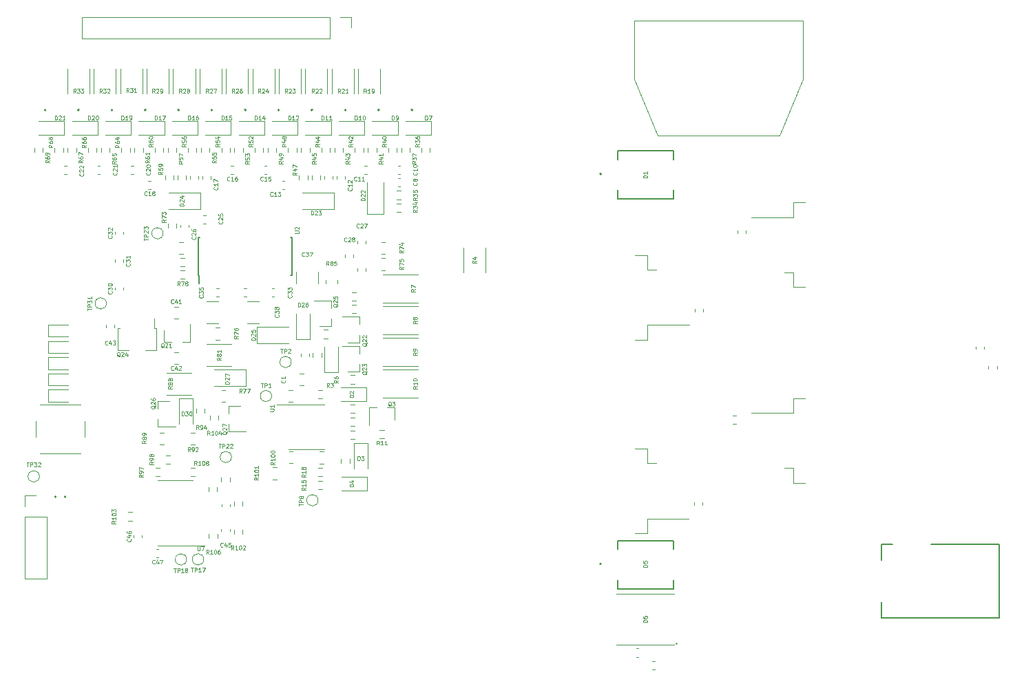
<source format=gbr>
%TF.GenerationSoftware,KiCad,Pcbnew,(5.1.7)-1*%
%TF.CreationDate,2021-03-06T18:12:56-08:00*%
%TF.ProjectId,eskate_bms,65736b61-7465-45f6-926d-732e6b696361,rev?*%
%TF.SameCoordinates,Original*%
%TF.FileFunction,Legend,Top*%
%TF.FilePolarity,Positive*%
%FSLAX46Y46*%
G04 Gerber Fmt 4.6, Leading zero omitted, Abs format (unit mm)*
G04 Created by KiCad (PCBNEW (5.1.7)-1) date 2021-03-06 18:12:56*
%MOMM*%
%LPD*%
G01*
G04 APERTURE LIST*
%ADD10C,0.200000*%
%ADD11C,0.120000*%
%ADD12C,0.127000*%
%ADD13C,0.150000*%
%ADD14C,0.050000*%
G04 APERTURE END LIST*
D10*
%TO.C,Q8*%
X163300000Y-27025000D02*
G75*
G03*
X163300000Y-27025000I-100000J0D01*
G01*
D11*
%TO.C,R79*%
X155117500Y-57414724D02*
X155117500Y-56905276D01*
X156162500Y-57414724D02*
X156162500Y-56905276D01*
%TO.C,D28*%
X156530000Y-59310000D02*
X158230000Y-59310000D01*
X158230000Y-59310000D02*
X158230000Y-56160000D01*
X156530000Y-59310000D02*
X156530000Y-56160000D01*
%TO.C,C36*%
X154630000Y-57033733D02*
X154630000Y-57326267D01*
X153610000Y-57033733D02*
X153610000Y-57326267D01*
%TO.C,Q25*%
X157380000Y-53630000D02*
X157380000Y-52700000D01*
X157380000Y-50470000D02*
X157380000Y-51400000D01*
X157380000Y-50470000D02*
X155220000Y-50470000D01*
X157380000Y-53630000D02*
X155920000Y-53630000D01*
%TO.C,Q22*%
X160850000Y-55640000D02*
X160850000Y-54710000D01*
X160850000Y-52480000D02*
X160850000Y-53410000D01*
X160850000Y-52480000D02*
X158690000Y-52480000D01*
X160850000Y-55640000D02*
X159390000Y-55640000D01*
%TO.C,Q23*%
X160850000Y-59210000D02*
X160850000Y-58280000D01*
X160850000Y-56050000D02*
X160850000Y-56980000D01*
X160850000Y-56050000D02*
X158690000Y-56050000D01*
X160850000Y-59210000D02*
X159390000Y-59210000D01*
%TO.C,R84*%
X159885276Y-49467500D02*
X160394724Y-49467500D01*
X159885276Y-50512500D02*
X160394724Y-50512500D01*
%TO.C,R80*%
X156924724Y-55112500D02*
X156415276Y-55112500D01*
X156924724Y-54067500D02*
X156415276Y-54067500D01*
%TO.C,R85*%
X156695000Y-48367064D02*
X156695000Y-47912936D01*
X158165000Y-48367064D02*
X158165000Y-47912936D01*
%TO.C,R87*%
X160384724Y-52042500D02*
X159875276Y-52042500D01*
X160384724Y-50997500D02*
X159875276Y-50997500D01*
%TO.C,Q5*%
X215650000Y-62500000D02*
X214150000Y-62500000D01*
X214150000Y-62500000D02*
X214150000Y-64310000D01*
X214150000Y-64310000D02*
X209025000Y-64310000D01*
X215650000Y-72900000D02*
X214150000Y-72900000D01*
X214150000Y-72900000D02*
X214150000Y-71090000D01*
X214150000Y-71090000D02*
X213050000Y-71090000D01*
%TO.C,Q4*%
X194725000Y-79100000D02*
X196225000Y-79100000D01*
X196225000Y-79100000D02*
X196225000Y-77290000D01*
X196225000Y-77290000D02*
X201350000Y-77290000D01*
X194725000Y-68700000D02*
X196225000Y-68700000D01*
X196225000Y-68700000D02*
X196225000Y-70510000D01*
X196225000Y-70510000D02*
X197325000Y-70510000D01*
%TO.C,Q2*%
X194750000Y-55300000D02*
X196250000Y-55300000D01*
X196250000Y-55300000D02*
X196250000Y-53490000D01*
X196250000Y-53490000D02*
X201375000Y-53490000D01*
X194750000Y-44900000D02*
X196250000Y-44900000D01*
X196250000Y-44900000D02*
X196250000Y-46710000D01*
X196250000Y-46710000D02*
X197350000Y-46710000D01*
%TO.C,Q1*%
X215650000Y-38400000D02*
X214150000Y-38400000D01*
X214150000Y-38400000D02*
X214150000Y-40210000D01*
X214150000Y-40210000D02*
X209025000Y-40210000D01*
X215650000Y-48800000D02*
X214150000Y-48800000D01*
X214150000Y-48800000D02*
X214150000Y-46990000D01*
X214150000Y-46990000D02*
X213050000Y-46990000D01*
%TO.C,C1*%
X153448748Y-59465000D02*
X153971252Y-59465000D01*
X153448748Y-60935000D02*
X153971252Y-60935000D01*
%TO.C,C2*%
X152671252Y-62955000D02*
X152148748Y-62955000D01*
X152671252Y-61485000D02*
X152148748Y-61485000D01*
%TO.C,C3*%
X236590000Y-56446267D02*
X236590000Y-56153733D01*
X237610000Y-56446267D02*
X237610000Y-56153733D01*
%TO.C,C4*%
X238190000Y-58846267D02*
X238190000Y-58553733D01*
X239210000Y-58846267D02*
X239210000Y-58553733D01*
%TO.C,C5*%
X156461252Y-70535000D02*
X155938748Y-70535000D01*
X156461252Y-69065000D02*
X155938748Y-69065000D01*
%TO.C,C6*%
X195146267Y-94310000D02*
X194853733Y-94310000D01*
X195146267Y-93290000D02*
X194853733Y-93290000D01*
%TO.C,C7*%
X197146267Y-95835000D02*
X196853733Y-95835000D01*
X197146267Y-94815000D02*
X196853733Y-94815000D01*
%TO.C,C8*%
X165553733Y-35440000D02*
X165846267Y-35440000D01*
X165553733Y-36460000D02*
X165846267Y-36460000D01*
%TO.C,C10*%
X165846267Y-34910000D02*
X165553733Y-34910000D01*
X165846267Y-33890000D02*
X165553733Y-33890000D01*
%TO.C,C11*%
X161746267Y-34910000D02*
X161453733Y-34910000D01*
X161746267Y-33890000D02*
X161453733Y-33890000D01*
%TO.C,C12*%
X159060000Y-35203733D02*
X159060000Y-35496267D01*
X158040000Y-35203733D02*
X158040000Y-35496267D01*
%TO.C,C13*%
X151646267Y-36800000D02*
X151353733Y-36800000D01*
X151646267Y-35780000D02*
X151353733Y-35780000D01*
%TO.C,C15*%
X149446267Y-34910000D02*
X149153733Y-34910000D01*
X149446267Y-33890000D02*
X149153733Y-33890000D01*
%TO.C,C16*%
X145346267Y-34910000D02*
X145053733Y-34910000D01*
X145346267Y-33890000D02*
X145053733Y-33890000D01*
%TO.C,C17*%
X142570000Y-35173733D02*
X142570000Y-35466267D01*
X141550000Y-35173733D02*
X141550000Y-35466267D01*
%TO.C,C18*%
X135176267Y-36750000D02*
X134883733Y-36750000D01*
X135176267Y-35730000D02*
X134883733Y-35730000D01*
%TO.C,C20*%
X133046267Y-34910000D02*
X132753733Y-34910000D01*
X133046267Y-33890000D02*
X132753733Y-33890000D01*
%TO.C,C21*%
X128946267Y-34910000D02*
X128653733Y-34910000D01*
X128946267Y-33890000D02*
X128653733Y-33890000D01*
%TO.C,C22*%
X124846267Y-34910000D02*
X124553733Y-34910000D01*
X124846267Y-33890000D02*
X124553733Y-33890000D01*
%TO.C,C23*%
X157530000Y-35203733D02*
X157530000Y-35496267D01*
X156510000Y-35203733D02*
X156510000Y-35496267D01*
%TO.C,C24*%
X141040000Y-35173733D02*
X141040000Y-35466267D01*
X140020000Y-35173733D02*
X140020000Y-35466267D01*
%TO.C,C25*%
X141653733Y-39990000D02*
X141946267Y-39990000D01*
X141653733Y-41010000D02*
X141946267Y-41010000D01*
%TO.C,C26*%
X139870000Y-41153733D02*
X139870000Y-41446267D01*
X138850000Y-41153733D02*
X138850000Y-41446267D01*
%TO.C,C27*%
X160560000Y-43446267D02*
X160560000Y-43153733D01*
X161580000Y-43446267D02*
X161580000Y-43153733D01*
%TO.C,C28*%
X160060000Y-44853733D02*
X160060000Y-45146267D01*
X159040000Y-44853733D02*
X159040000Y-45146267D01*
%TO.C,C29*%
X160560000Y-46846267D02*
X160560000Y-46553733D01*
X161580000Y-46846267D02*
X161580000Y-46553733D01*
%TO.C,C30*%
X131810000Y-48853733D02*
X131810000Y-49146267D01*
X130790000Y-48853733D02*
X130790000Y-49146267D01*
%TO.C,C31*%
X131810000Y-45453733D02*
X131810000Y-45746267D01*
X130790000Y-45453733D02*
X130790000Y-45746267D01*
%TO.C,C32*%
X130790000Y-42308767D02*
X130790000Y-42016233D01*
X131810000Y-42308767D02*
X131810000Y-42016233D01*
%TO.C,C33*%
X150346267Y-50010000D02*
X150053733Y-50010000D01*
X150346267Y-48990000D02*
X150053733Y-48990000D01*
%TO.C,C34*%
X146946267Y-50010000D02*
X146653733Y-50010000D01*
X146946267Y-48990000D02*
X146653733Y-48990000D01*
%TO.C,C35*%
X143253733Y-48990000D02*
X143546267Y-48990000D01*
X143253733Y-50010000D02*
X143546267Y-50010000D01*
%TO.C,C37*%
X153090000Y-48351252D02*
X153090000Y-46928748D01*
X155810000Y-48351252D02*
X155810000Y-46928748D01*
%TO.C,C38*%
X147078748Y-50560000D02*
X148501252Y-50560000D01*
X147078748Y-53280000D02*
X148501252Y-53280000D01*
%TO.C,C39*%
X142048748Y-50560000D02*
X143471252Y-50560000D01*
X142048748Y-53280000D02*
X143471252Y-53280000D01*
%TO.C,C40*%
X138628748Y-43265000D02*
X139151252Y-43265000D01*
X138628748Y-44735000D02*
X139151252Y-44735000D01*
%TO.C,C41*%
X138561252Y-52685000D02*
X138038748Y-52685000D01*
X138561252Y-51215000D02*
X138038748Y-51215000D01*
%TO.C,C42*%
X138038748Y-56815000D02*
X138561252Y-56815000D01*
X138038748Y-58285000D02*
X138561252Y-58285000D01*
%TO.C,C43*%
X129690000Y-53766267D02*
X129690000Y-53473733D01*
X130710000Y-53766267D02*
X130710000Y-53473733D01*
%TO.C,C44*%
X143880000Y-75830580D02*
X143880000Y-75549420D01*
X144900000Y-75830580D02*
X144900000Y-75549420D01*
%TO.C,C45*%
X144890000Y-78589420D02*
X144890000Y-78870580D01*
X143870000Y-78589420D02*
X143870000Y-78870580D01*
%TO.C,C46*%
X134070000Y-79343733D02*
X134070000Y-79636267D01*
X133050000Y-79343733D02*
X133050000Y-79636267D01*
%TO.C,C47*%
X136146267Y-82060000D02*
X135853733Y-82060000D01*
X136146267Y-81040000D02*
X135853733Y-81040000D01*
D10*
%TO.C,D1*%
X190600000Y-34900000D02*
G75*
G03*
X190600000Y-34900000I-100000J0D01*
G01*
D12*
X199427500Y-37952500D02*
X199427500Y-36900000D01*
X192572500Y-37952500D02*
X199427500Y-37952500D01*
X192572500Y-36900000D02*
X192572500Y-37952500D01*
X199427500Y-32047500D02*
X199427500Y-33100000D01*
X192572500Y-32047500D02*
X199427500Y-32047500D01*
X192572500Y-33100000D02*
X192572500Y-32047500D01*
D11*
%TO.C,D2*%
X161700000Y-62850000D02*
X161700000Y-61150000D01*
X161700000Y-61150000D02*
X158550000Y-61150000D01*
X161700000Y-62850000D02*
X158550000Y-62850000D01*
%TO.C,D3*%
X161850000Y-68000000D02*
X160150000Y-68000000D01*
X160150000Y-68000000D02*
X160150000Y-71150000D01*
X161850000Y-68000000D02*
X161850000Y-71150000D01*
%TO.C,D4*%
X161800000Y-73850000D02*
X161800000Y-72150000D01*
X161800000Y-72150000D02*
X158650000Y-72150000D01*
X161800000Y-73850000D02*
X158650000Y-73850000D01*
D10*
%TO.C,D5*%
X190600000Y-82875000D02*
G75*
G03*
X190600000Y-82875000I-100000J0D01*
G01*
D12*
X199427500Y-85927500D02*
X199427500Y-84875000D01*
X192572500Y-85927500D02*
X199427500Y-85927500D01*
X192572500Y-84875000D02*
X192572500Y-85927500D01*
X199427500Y-80022500D02*
X199427500Y-81075000D01*
X192572500Y-80022500D02*
X199427500Y-80022500D01*
X192572500Y-81075000D02*
X192572500Y-80022500D01*
D11*
%TO.C,D6*%
X199555000Y-92810000D02*
X192445000Y-92810000D01*
X199555000Y-86590000D02*
X192445000Y-86590000D01*
X199961803Y-92700000D02*
G75*
G03*
X199961803Y-92700000I-111803J0D01*
G01*
%TO.C,D7*%
X169650000Y-30100000D02*
X169650000Y-28400000D01*
X169650000Y-28400000D02*
X166500000Y-28400000D01*
X169650000Y-30100000D02*
X166500000Y-30100000D01*
%TO.C,D9*%
X165550000Y-30100000D02*
X165550000Y-28400000D01*
X165550000Y-28400000D02*
X162400000Y-28400000D01*
X165550000Y-30100000D02*
X162400000Y-30100000D01*
%TO.C,D10*%
X161450000Y-30100000D02*
X161450000Y-28400000D01*
X161450000Y-28400000D02*
X158300000Y-28400000D01*
X161450000Y-30100000D02*
X158300000Y-30100000D01*
%TO.C,D11*%
X157350000Y-30100000D02*
X157350000Y-28400000D01*
X157350000Y-28400000D02*
X154200000Y-28400000D01*
X157350000Y-30100000D02*
X154200000Y-30100000D01*
%TO.C,D12*%
X153250000Y-30100000D02*
X153250000Y-28400000D01*
X153250000Y-28400000D02*
X150100000Y-28400000D01*
X153250000Y-30100000D02*
X150100000Y-30100000D01*
%TO.C,D14*%
X149150000Y-30100000D02*
X149150000Y-28400000D01*
X149150000Y-28400000D02*
X146000000Y-28400000D01*
X149150000Y-30100000D02*
X146000000Y-30100000D01*
%TO.C,D15*%
X145050000Y-30100000D02*
X145050000Y-28400000D01*
X145050000Y-28400000D02*
X141900000Y-28400000D01*
X145050000Y-30100000D02*
X141900000Y-30100000D01*
%TO.C,D16*%
X140950000Y-30100000D02*
X140950000Y-28400000D01*
X140950000Y-28400000D02*
X137800000Y-28400000D01*
X140950000Y-30100000D02*
X137800000Y-30100000D01*
%TO.C,D17*%
X136850000Y-30100000D02*
X136850000Y-28400000D01*
X136850000Y-28400000D02*
X133700000Y-28400000D01*
X136850000Y-30100000D02*
X133700000Y-30100000D01*
%TO.C,D19*%
X132750000Y-30100000D02*
X132750000Y-28400000D01*
X132750000Y-28400000D02*
X129600000Y-28400000D01*
X132750000Y-30100000D02*
X129600000Y-30100000D01*
%TO.C,D20*%
X128650000Y-30100000D02*
X128650000Y-28400000D01*
X128650000Y-28400000D02*
X125500000Y-28400000D01*
X128650000Y-30100000D02*
X125500000Y-30100000D01*
%TO.C,D21*%
X124550000Y-30100000D02*
X124550000Y-28400000D01*
X124550000Y-28400000D02*
X121400000Y-28400000D01*
X124550000Y-30100000D02*
X121400000Y-30100000D01*
%TO.C,D22*%
X161800000Y-39800000D02*
X163800000Y-39800000D01*
X163800000Y-39800000D02*
X163800000Y-35900000D01*
X161800000Y-39800000D02*
X161800000Y-35900000D01*
%TO.C,D23*%
X157740000Y-39240000D02*
X157740000Y-37240000D01*
X157740000Y-37240000D02*
X153840000Y-37240000D01*
X157740000Y-39240000D02*
X153840000Y-39240000D01*
%TO.C,D24*%
X141260000Y-39190000D02*
X141260000Y-37190000D01*
X141260000Y-37190000D02*
X137360000Y-37190000D01*
X141260000Y-39190000D02*
X137360000Y-39190000D01*
%TO.C,D25*%
X148230000Y-53730000D02*
X148230000Y-55730000D01*
X148230000Y-55730000D02*
X152130000Y-55730000D01*
X148230000Y-53730000D02*
X152130000Y-53730000D01*
%TO.C,D26*%
X153020000Y-55270000D02*
X154720000Y-55270000D01*
X154720000Y-55270000D02*
X154720000Y-52120000D01*
X153020000Y-55270000D02*
X153020000Y-52120000D01*
%TO.C,D27*%
X146850000Y-61000000D02*
X146850000Y-59000000D01*
X146850000Y-59000000D02*
X142950000Y-59000000D01*
X146850000Y-61000000D02*
X142950000Y-61000000D01*
%TO.C,D30*%
X140400000Y-62500000D02*
X138700000Y-62500000D01*
X138700000Y-62500000D02*
X138700000Y-65650000D01*
X140400000Y-62500000D02*
X140400000Y-65650000D01*
%TO.C,D31*%
X125050000Y-53455000D02*
X122590000Y-53455000D01*
X122590000Y-53455000D02*
X122590000Y-54925000D01*
X122590000Y-54925000D02*
X125050000Y-54925000D01*
%TO.C,D32*%
X125050000Y-55455000D02*
X122590000Y-55455000D01*
X122590000Y-55455000D02*
X122590000Y-56925000D01*
X122590000Y-56925000D02*
X125050000Y-56925000D01*
%TO.C,D33*%
X125050000Y-57455000D02*
X122590000Y-57455000D01*
X122590000Y-57455000D02*
X122590000Y-58925000D01*
X122590000Y-58925000D02*
X125050000Y-58925000D01*
%TO.C,D34*%
X125050000Y-59455000D02*
X122590000Y-59455000D01*
X122590000Y-59455000D02*
X122590000Y-60925000D01*
X122590000Y-60925000D02*
X125050000Y-60925000D01*
%TO.C,D35*%
X125050000Y-61455000D02*
X122590000Y-61455000D01*
X122590000Y-61455000D02*
X122590000Y-62925000D01*
X122590000Y-62925000D02*
X125050000Y-62925000D01*
%TO.C,FB1*%
X208310000Y-41828733D02*
X208310000Y-42171267D01*
X207290000Y-41828733D02*
X207290000Y-42171267D01*
%TO.C,FB2*%
X202090000Y-51871267D02*
X202090000Y-51528733D01*
X203110000Y-51871267D02*
X203110000Y-51528733D01*
%TO.C,FB3*%
X201990000Y-75671267D02*
X201990000Y-75328733D01*
X203010000Y-75671267D02*
X203010000Y-75328733D01*
%TO.C,FB4*%
X207121267Y-65610000D02*
X206778733Y-65610000D01*
X207121267Y-64590000D02*
X206778733Y-64590000D01*
%TO.C,J1*%
X212500000Y-30200000D02*
X197500000Y-30200000D01*
X215400000Y-23200000D02*
X215400000Y-16000000D01*
X215400000Y-23200000D02*
X212500000Y-30200000D01*
X194600000Y-23200000D02*
X194600000Y-16000000D01*
X197500000Y-30200000D02*
X194600000Y-23200000D01*
X194600000Y-16000000D02*
X215400000Y-16000000D01*
D12*
%TO.C,J3*%
X239490000Y-89500000D02*
X239490000Y-80500000D01*
X226405000Y-80500000D02*
X224990000Y-80500000D01*
X239490000Y-80500000D02*
X231095000Y-80500000D01*
X224990000Y-89500000D02*
X239490000Y-89500000D01*
X224990000Y-87600000D02*
X224990000Y-89500000D01*
X224990000Y-80500000D02*
X224990000Y-82400000D01*
D11*
%TO.C,J5*%
X126690000Y-15570000D02*
X126690000Y-18230000D01*
X157230000Y-15570000D02*
X126690000Y-15570000D01*
X157230000Y-18230000D02*
X126690000Y-18230000D01*
X157230000Y-15570000D02*
X157230000Y-18230000D01*
X158500000Y-15570000D02*
X159830000Y-15570000D01*
X159830000Y-15570000D02*
X159830000Y-16900000D01*
%TO.C,J8*%
X119710000Y-84720000D02*
X122370000Y-84720000D01*
X119710000Y-77040000D02*
X119710000Y-84720000D01*
X122370000Y-77040000D02*
X122370000Y-84720000D01*
X119710000Y-77040000D02*
X122370000Y-77040000D01*
X119710000Y-75770000D02*
X119710000Y-74440000D01*
X119710000Y-74440000D02*
X121040000Y-74440000D01*
%TO.C,Q3*%
X165180000Y-63640000D02*
X164250000Y-63640000D01*
X162020000Y-63640000D02*
X162950000Y-63640000D01*
X162020000Y-63640000D02*
X162020000Y-65800000D01*
X165180000Y-63640000D02*
X165180000Y-65100000D01*
D10*
%TO.C,Q6*%
X167400000Y-27025000D02*
G75*
G03*
X167400000Y-27025000I-100000J0D01*
G01*
%TO.C,Q9*%
X159200000Y-27025000D02*
G75*
G03*
X159200000Y-27025000I-100000J0D01*
G01*
%TO.C,Q10*%
X155100000Y-27025000D02*
G75*
G03*
X155100000Y-27025000I-100000J0D01*
G01*
%TO.C,Q11*%
X151000000Y-27025000D02*
G75*
G03*
X151000000Y-27025000I-100000J0D01*
G01*
%TO.C,Q13*%
X146900000Y-27025000D02*
G75*
G03*
X146900000Y-27025000I-100000J0D01*
G01*
%TO.C,Q14*%
X142800000Y-27025000D02*
G75*
G03*
X142800000Y-27025000I-100000J0D01*
G01*
%TO.C,Q15*%
X138700000Y-27025000D02*
G75*
G03*
X138700000Y-27025000I-100000J0D01*
G01*
%TO.C,Q16*%
X134600000Y-27025000D02*
G75*
G03*
X134600000Y-27025000I-100000J0D01*
G01*
%TO.C,Q18*%
X130500000Y-27025000D02*
G75*
G03*
X130500000Y-27025000I-100000J0D01*
G01*
%TO.C,Q19*%
X126400000Y-27025000D02*
G75*
G03*
X126400000Y-27025000I-100000J0D01*
G01*
%TO.C,Q20*%
X122300000Y-27025000D02*
G75*
G03*
X122300000Y-27025000I-100000J0D01*
G01*
D11*
%TO.C,Q21*%
X136820000Y-55560000D02*
X137750000Y-55560000D01*
X139980000Y-55560000D02*
X139050000Y-55560000D01*
X139980000Y-55560000D02*
X139980000Y-53400000D01*
X136820000Y-55560000D02*
X136820000Y-54100000D01*
%TO.C,Q24*%
X132450000Y-56560000D02*
X131140000Y-56560000D01*
X131140000Y-56560000D02*
X131140000Y-53840000D01*
X135630000Y-52700000D02*
X135630000Y-53840000D01*
X135860000Y-56560000D02*
X134550000Y-56560000D01*
X135860000Y-53840000D02*
X135860000Y-56560000D01*
X135860000Y-53840000D02*
X135630000Y-53840000D01*
X131140000Y-53840000D02*
X131370000Y-53840000D01*
%TO.C,Q26*%
X136040000Y-62820000D02*
X136040000Y-63750000D01*
X136040000Y-65980000D02*
X136040000Y-65050000D01*
X136040000Y-65980000D02*
X138200000Y-65980000D01*
X136040000Y-62820000D02*
X137500000Y-62820000D01*
%TO.C,Q27*%
X144740000Y-63420000D02*
X144740000Y-64350000D01*
X144740000Y-66580000D02*
X144740000Y-65650000D01*
X144740000Y-66580000D02*
X146900000Y-66580000D01*
X144740000Y-63420000D02*
X146200000Y-63420000D01*
%TO.C,R3*%
X156254724Y-62522500D02*
X155745276Y-62522500D01*
X156254724Y-61477500D02*
X155745276Y-61477500D01*
%TO.C,R4*%
X173640000Y-47027064D02*
X173640000Y-43972936D01*
X176360000Y-47027064D02*
X176360000Y-43972936D01*
%TO.C,R6*%
X159745276Y-59677500D02*
X160254724Y-59677500D01*
X159745276Y-60722500D02*
X160254724Y-60722500D01*
%TO.C,R7*%
X163722936Y-47290000D02*
X168077064Y-47290000D01*
X163722936Y-50710000D02*
X168077064Y-50710000D01*
%TO.C,R8*%
X163722936Y-51190000D02*
X168077064Y-51190000D01*
X163722936Y-54610000D02*
X168077064Y-54610000D01*
%TO.C,R9*%
X163722936Y-55090000D02*
X168077064Y-55090000D01*
X163722936Y-58510000D02*
X168077064Y-58510000D01*
%TO.C,R10*%
X163722936Y-58990000D02*
X168077064Y-58990000D01*
X163722936Y-62410000D02*
X168077064Y-62410000D01*
%TO.C,R11*%
X163345276Y-66377500D02*
X163854724Y-66377500D01*
X163345276Y-67422500D02*
X163854724Y-67422500D01*
%TO.C,R12*%
X159745276Y-63277500D02*
X160254724Y-63277500D01*
X159745276Y-64322500D02*
X160254724Y-64322500D01*
%TO.C,R13*%
X159745276Y-64877500D02*
X160254724Y-64877500D01*
X159745276Y-65922500D02*
X160254724Y-65922500D01*
%TO.C,R14*%
X159745276Y-66477500D02*
X160254724Y-66477500D01*
X159745276Y-67522500D02*
X160254724Y-67522500D01*
%TO.C,R15*%
X155745276Y-72677500D02*
X156254724Y-72677500D01*
X155745276Y-73722500D02*
X156254724Y-73722500D01*
%TO.C,R16*%
X159622500Y-69995276D02*
X159622500Y-70504724D01*
X158577500Y-69995276D02*
X158577500Y-70504724D01*
%TO.C,R18*%
X156254724Y-72122500D02*
X155745276Y-72122500D01*
X156254724Y-71077500D02*
X155745276Y-71077500D01*
%TO.C,R19*%
X160690000Y-25027064D02*
X160690000Y-21972936D01*
X163410000Y-25027064D02*
X163410000Y-21972936D01*
%TO.C,R21*%
X157440000Y-25027064D02*
X157440000Y-21972936D01*
X160160000Y-25027064D02*
X160160000Y-21972936D01*
%TO.C,R22*%
X154190000Y-25027064D02*
X154190000Y-21972936D01*
X156910000Y-25027064D02*
X156910000Y-21972936D01*
%TO.C,R23*%
X150940000Y-25027064D02*
X150940000Y-21972936D01*
X153660000Y-25027064D02*
X153660000Y-21972936D01*
%TO.C,R24*%
X147690000Y-25027064D02*
X147690000Y-21972936D01*
X150410000Y-25027064D02*
X150410000Y-21972936D01*
%TO.C,R26*%
X144440000Y-25027064D02*
X144440000Y-21972936D01*
X147160000Y-25027064D02*
X147160000Y-21972936D01*
%TO.C,R27*%
X141190000Y-25027064D02*
X141190000Y-21972936D01*
X143910000Y-25027064D02*
X143910000Y-21972936D01*
%TO.C,R28*%
X137940000Y-25027064D02*
X137940000Y-21972936D01*
X140660000Y-25027064D02*
X140660000Y-21972936D01*
%TO.C,R29*%
X134690000Y-25027064D02*
X134690000Y-21972936D01*
X137410000Y-25027064D02*
X137410000Y-21972936D01*
%TO.C,R31*%
X131440000Y-25027064D02*
X131440000Y-21972936D01*
X134160000Y-25027064D02*
X134160000Y-21972936D01*
%TO.C,R32*%
X128190000Y-25027064D02*
X128190000Y-21972936D01*
X130910000Y-25027064D02*
X130910000Y-21972936D01*
%TO.C,R33*%
X124940000Y-25027064D02*
X124940000Y-21972936D01*
X127660000Y-25027064D02*
X127660000Y-21972936D01*
%TO.C,R34*%
X165445276Y-38527500D02*
X165954724Y-38527500D01*
X165445276Y-39572500D02*
X165954724Y-39572500D01*
%TO.C,R35*%
X165445276Y-36977500D02*
X165954724Y-36977500D01*
X165445276Y-38022500D02*
X165954724Y-38022500D01*
%TO.C,R36*%
X168477500Y-32204724D02*
X168477500Y-31695276D01*
X169522500Y-32204724D02*
X169522500Y-31695276D01*
%TO.C,R37*%
X165977500Y-32204724D02*
X165977500Y-31695276D01*
X167022500Y-32204724D02*
X167022500Y-31695276D01*
%TO.C,R40*%
X164377500Y-32204724D02*
X164377500Y-31695276D01*
X165422500Y-32204724D02*
X165422500Y-31695276D01*
%TO.C,R41*%
X161877500Y-32204724D02*
X161877500Y-31695276D01*
X162922500Y-32204724D02*
X162922500Y-31695276D01*
%TO.C,R42*%
X160277500Y-32204724D02*
X160277500Y-31695276D01*
X161322500Y-32204724D02*
X161322500Y-31695276D01*
%TO.C,R43*%
X157777500Y-32204724D02*
X157777500Y-31695276D01*
X158822500Y-32204724D02*
X158822500Y-31695276D01*
%TO.C,R44*%
X156177500Y-32204724D02*
X156177500Y-31695276D01*
X157222500Y-32204724D02*
X157222500Y-31695276D01*
%TO.C,R45*%
X153677500Y-32204724D02*
X153677500Y-31695276D01*
X154722500Y-32204724D02*
X154722500Y-31695276D01*
%TO.C,R46*%
X154967500Y-35604724D02*
X154967500Y-35095276D01*
X156012500Y-35604724D02*
X156012500Y-35095276D01*
%TO.C,R47*%
X153427500Y-35604724D02*
X153427500Y-35095276D01*
X154472500Y-35604724D02*
X154472500Y-35095276D01*
%TO.C,R48*%
X152077500Y-32204724D02*
X152077500Y-31695276D01*
X153122500Y-32204724D02*
X153122500Y-31695276D01*
%TO.C,R49*%
X149577500Y-32204724D02*
X149577500Y-31695276D01*
X150622500Y-32204724D02*
X150622500Y-31695276D01*
%TO.C,R52*%
X147977500Y-32204724D02*
X147977500Y-31695276D01*
X149022500Y-32204724D02*
X149022500Y-31695276D01*
%TO.C,R53*%
X145477500Y-32204724D02*
X145477500Y-31695276D01*
X146522500Y-32204724D02*
X146522500Y-31695276D01*
%TO.C,R54*%
X143877500Y-32204724D02*
X143877500Y-31695276D01*
X144922500Y-32204724D02*
X144922500Y-31695276D01*
%TO.C,R55*%
X141377500Y-32204724D02*
X141377500Y-31695276D01*
X142422500Y-32204724D02*
X142422500Y-31695276D01*
%TO.C,R56*%
X139777500Y-32204724D02*
X139777500Y-31695276D01*
X140822500Y-32204724D02*
X140822500Y-31695276D01*
%TO.C,R57*%
X137277500Y-32204724D02*
X137277500Y-31695276D01*
X138322500Y-32204724D02*
X138322500Y-31695276D01*
%TO.C,R58*%
X138467500Y-35574724D02*
X138467500Y-35065276D01*
X139512500Y-35574724D02*
X139512500Y-35065276D01*
%TO.C,R59*%
X136957500Y-35574724D02*
X136957500Y-35065276D01*
X138002500Y-35574724D02*
X138002500Y-35065276D01*
%TO.C,R60*%
X135677500Y-32204724D02*
X135677500Y-31695276D01*
X136722500Y-32204724D02*
X136722500Y-31695276D01*
%TO.C,R61*%
X133177500Y-32204724D02*
X133177500Y-31695276D01*
X134222500Y-32204724D02*
X134222500Y-31695276D01*
%TO.C,R64*%
X131577500Y-32204724D02*
X131577500Y-31695276D01*
X132622500Y-32204724D02*
X132622500Y-31695276D01*
%TO.C,R65*%
X129077500Y-32204724D02*
X129077500Y-31695276D01*
X130122500Y-32204724D02*
X130122500Y-31695276D01*
%TO.C,R66*%
X127477500Y-32204724D02*
X127477500Y-31695276D01*
X128522500Y-32204724D02*
X128522500Y-31695276D01*
%TO.C,R67*%
X124977500Y-32204724D02*
X124977500Y-31695276D01*
X126022500Y-32204724D02*
X126022500Y-31695276D01*
%TO.C,R68*%
X123377500Y-32204724D02*
X123377500Y-31695276D01*
X124422500Y-32204724D02*
X124422500Y-31695276D01*
%TO.C,R69*%
X120877500Y-32204724D02*
X120877500Y-31695276D01*
X121922500Y-32204724D02*
X121922500Y-31695276D01*
%TO.C,R73*%
X137307500Y-41554724D02*
X137307500Y-41045276D01*
X138352500Y-41554724D02*
X138352500Y-41045276D01*
%TO.C,R74*%
X163522936Y-43265000D02*
X163977064Y-43265000D01*
X163522936Y-44735000D02*
X163977064Y-44735000D01*
%TO.C,R75*%
X163522936Y-45265000D02*
X163977064Y-45265000D01*
X163522936Y-46735000D02*
X163977064Y-46735000D01*
%TO.C,R76*%
X143172936Y-53815000D02*
X143627064Y-53815000D01*
X143172936Y-55285000D02*
X143627064Y-55285000D01*
%TO.C,R77*%
X143872936Y-61465000D02*
X144327064Y-61465000D01*
X143872936Y-62935000D02*
X144327064Y-62935000D01*
%TO.C,R78*%
X138875276Y-46777500D02*
X139384724Y-46777500D01*
X138875276Y-47822500D02*
X139384724Y-47822500D01*
%TO.C,R81*%
X145127064Y-58560000D02*
X142072936Y-58560000D01*
X145127064Y-55840000D02*
X142072936Y-55840000D01*
%TO.C,R82*%
X138875276Y-45247500D02*
X139384724Y-45247500D01*
X138875276Y-46292500D02*
X139384724Y-46292500D01*
%TO.C,R88*%
X140227064Y-62110000D02*
X137172936Y-62110000D01*
X140227064Y-59390000D02*
X137172936Y-59390000D01*
%TO.C,R89*%
X136322936Y-66715000D02*
X136777064Y-66715000D01*
X136322936Y-68185000D02*
X136777064Y-68185000D01*
%TO.C,R92*%
X140577064Y-68185000D02*
X140122936Y-68185000D01*
X140577064Y-66715000D02*
X140122936Y-66715000D01*
%TO.C,R94*%
X141822500Y-63795276D02*
X141822500Y-64304724D01*
X140777500Y-63795276D02*
X140777500Y-64304724D01*
%TO.C,R97*%
X135795276Y-71077500D02*
X136304724Y-71077500D01*
X135795276Y-72122500D02*
X136304724Y-72122500D01*
%TO.C,R98*%
X137045276Y-69527500D02*
X137554724Y-69527500D01*
X137045276Y-70572500D02*
X137554724Y-70572500D01*
%TO.C,R99*%
X145397500Y-75764724D02*
X145397500Y-75255276D01*
X146442500Y-75764724D02*
X146442500Y-75255276D01*
%TO.C,R100*%
X152627064Y-70505000D02*
X152172936Y-70505000D01*
X152627064Y-69035000D02*
X152172936Y-69035000D01*
%TO.C,R101*%
X150647064Y-72485000D02*
X150192936Y-72485000D01*
X150647064Y-71015000D02*
X150192936Y-71015000D01*
%TO.C,R102*%
X146442500Y-78645276D02*
X146442500Y-79154724D01*
X145397500Y-78645276D02*
X145397500Y-79154724D01*
%TO.C,R103*%
X132385276Y-76517500D02*
X132894724Y-76517500D01*
X132385276Y-77562500D02*
X132894724Y-77562500D01*
%TO.C,R104*%
X143522500Y-64645276D02*
X143522500Y-65154724D01*
X142477500Y-64645276D02*
X142477500Y-65154724D01*
%TO.C,R105*%
X144892500Y-72225276D02*
X144892500Y-72734724D01*
X143847500Y-72225276D02*
X143847500Y-72734724D01*
%TO.C,R106*%
X142327500Y-79674724D02*
X142327500Y-79165276D01*
X143372500Y-79674724D02*
X143372500Y-79165276D01*
%TO.C,R107*%
X143362500Y-73425276D02*
X143362500Y-73934724D01*
X142317500Y-73425276D02*
X142317500Y-73934724D01*
%TO.C,R108*%
X140654724Y-72122500D02*
X140145276Y-72122500D01*
X140654724Y-71077500D02*
X140145276Y-71077500D01*
%TO.C,SW1*%
X126560000Y-69280000D02*
X121560000Y-69280000D01*
X126560000Y-63280000D02*
X121560000Y-63280000D01*
X121060000Y-67280000D02*
X121060000Y-65280000D01*
X127060000Y-67280000D02*
X127060000Y-65280000D01*
%TO.C,TP1*%
X150060000Y-62220000D02*
G75*
G03*
X150060000Y-62220000I-700000J0D01*
G01*
%TO.C,TP2*%
X152470000Y-58030000D02*
G75*
G03*
X152470000Y-58030000I-700000J0D01*
G01*
%TO.C,TP8*%
X155760000Y-75050000D02*
G75*
G03*
X155760000Y-75050000I-700000J0D01*
G01*
%TO.C,TP17*%
X141700000Y-82320000D02*
G75*
G03*
X141700000Y-82320000I-700000J0D01*
G01*
%TO.C,TP18*%
X139600000Y-82330000D02*
G75*
G03*
X139600000Y-82330000I-700000J0D01*
G01*
%TO.C,TP22*%
X145120000Y-69730000D02*
G75*
G03*
X145120000Y-69730000I-700000J0D01*
G01*
%TO.C,TP23*%
X136710000Y-42200000D02*
G75*
G03*
X136710000Y-42200000I-700000J0D01*
G01*
%TO.C,TP31*%
X129740000Y-50820000D02*
G75*
G03*
X129740000Y-50820000I-700000J0D01*
G01*
%TO.C,TP32*%
X121500000Y-72110000D02*
G75*
G03*
X121500000Y-72110000I-700000J0D01*
G01*
%TO.C,U1*%
X154290000Y-68745000D02*
X156490000Y-68745000D01*
X154290000Y-68745000D02*
X152090000Y-68745000D01*
X154290000Y-63275000D02*
X156490000Y-63275000D01*
X154290000Y-63275000D02*
X150690000Y-63275000D01*
D13*
%TO.C,U2*%
X141075000Y-47325000D02*
X141100000Y-47325000D01*
X141075000Y-42675000D02*
X141182500Y-42675000D01*
X152525000Y-42675000D02*
X152417500Y-42675000D01*
X152525000Y-47325000D02*
X152417500Y-47325000D01*
X141075000Y-47325000D02*
X141075000Y-42675000D01*
X152525000Y-47325000D02*
X152525000Y-42675000D01*
X141100000Y-47325000D02*
X141100000Y-48400000D01*
%TO.C,U3*%
X123555000Y-74620000D02*
G75*
G03*
X123555000Y-74620000I-75000J0D01*
G01*
%TO.C,U4*%
X124715000Y-74620000D02*
G75*
G03*
X124715000Y-74620000I-75000J0D01*
G01*
D11*
%TO.C,U7*%
X138200000Y-72590000D02*
X136000000Y-72590000D01*
X138200000Y-72590000D02*
X140400000Y-72590000D01*
X138200000Y-80610000D02*
X136000000Y-80610000D01*
X138200000Y-80610000D02*
X141800000Y-80610000D01*
%TO.C,Q25*%
D14*
X158173809Y-50885714D02*
X158150000Y-50933333D01*
X158102380Y-50980952D01*
X158030952Y-51052380D01*
X158007142Y-51100000D01*
X158007142Y-51147619D01*
X158126190Y-51123809D02*
X158102380Y-51171428D01*
X158054761Y-51219047D01*
X157959523Y-51242857D01*
X157792857Y-51242857D01*
X157697619Y-51219047D01*
X157650000Y-51171428D01*
X157626190Y-51123809D01*
X157626190Y-51028571D01*
X157650000Y-50980952D01*
X157697619Y-50933333D01*
X157792857Y-50909523D01*
X157959523Y-50909523D01*
X158054761Y-50933333D01*
X158102380Y-50980952D01*
X158126190Y-51028571D01*
X158126190Y-51123809D01*
X157673809Y-50719047D02*
X157650000Y-50695238D01*
X157626190Y-50647619D01*
X157626190Y-50528571D01*
X157650000Y-50480952D01*
X157673809Y-50457142D01*
X157721428Y-50433333D01*
X157769047Y-50433333D01*
X157840476Y-50457142D01*
X158126190Y-50742857D01*
X158126190Y-50433333D01*
X157626190Y-49980952D02*
X157626190Y-50219047D01*
X157864285Y-50242857D01*
X157840476Y-50219047D01*
X157816666Y-50171428D01*
X157816666Y-50052380D01*
X157840476Y-50004761D01*
X157864285Y-49980952D01*
X157911904Y-49957142D01*
X158030952Y-49957142D01*
X158078571Y-49980952D01*
X158102380Y-50004761D01*
X158126190Y-50052380D01*
X158126190Y-50171428D01*
X158102380Y-50219047D01*
X158078571Y-50242857D01*
%TO.C,Q22*%
X161773809Y-55685714D02*
X161750000Y-55733333D01*
X161702380Y-55780952D01*
X161630952Y-55852380D01*
X161607142Y-55900000D01*
X161607142Y-55947619D01*
X161726190Y-55923809D02*
X161702380Y-55971428D01*
X161654761Y-56019047D01*
X161559523Y-56042857D01*
X161392857Y-56042857D01*
X161297619Y-56019047D01*
X161250000Y-55971428D01*
X161226190Y-55923809D01*
X161226190Y-55828571D01*
X161250000Y-55780952D01*
X161297619Y-55733333D01*
X161392857Y-55709523D01*
X161559523Y-55709523D01*
X161654761Y-55733333D01*
X161702380Y-55780952D01*
X161726190Y-55828571D01*
X161726190Y-55923809D01*
X161273809Y-55519047D02*
X161250000Y-55495238D01*
X161226190Y-55447619D01*
X161226190Y-55328571D01*
X161250000Y-55280952D01*
X161273809Y-55257142D01*
X161321428Y-55233333D01*
X161369047Y-55233333D01*
X161440476Y-55257142D01*
X161726190Y-55542857D01*
X161726190Y-55233333D01*
X161273809Y-55042857D02*
X161250000Y-55019047D01*
X161226190Y-54971428D01*
X161226190Y-54852380D01*
X161250000Y-54804761D01*
X161273809Y-54780952D01*
X161321428Y-54757142D01*
X161369047Y-54757142D01*
X161440476Y-54780952D01*
X161726190Y-55066666D01*
X161726190Y-54757142D01*
%TO.C,Q23*%
X161773809Y-59185714D02*
X161750000Y-59233333D01*
X161702380Y-59280952D01*
X161630952Y-59352380D01*
X161607142Y-59400000D01*
X161607142Y-59447619D01*
X161726190Y-59423809D02*
X161702380Y-59471428D01*
X161654761Y-59519047D01*
X161559523Y-59542857D01*
X161392857Y-59542857D01*
X161297619Y-59519047D01*
X161250000Y-59471428D01*
X161226190Y-59423809D01*
X161226190Y-59328571D01*
X161250000Y-59280952D01*
X161297619Y-59233333D01*
X161392857Y-59209523D01*
X161559523Y-59209523D01*
X161654761Y-59233333D01*
X161702380Y-59280952D01*
X161726190Y-59328571D01*
X161726190Y-59423809D01*
X161273809Y-59019047D02*
X161250000Y-58995238D01*
X161226190Y-58947619D01*
X161226190Y-58828571D01*
X161250000Y-58780952D01*
X161273809Y-58757142D01*
X161321428Y-58733333D01*
X161369047Y-58733333D01*
X161440476Y-58757142D01*
X161726190Y-59042857D01*
X161726190Y-58733333D01*
X161226190Y-58566666D02*
X161226190Y-58257142D01*
X161416666Y-58423809D01*
X161416666Y-58352380D01*
X161440476Y-58304761D01*
X161464285Y-58280952D01*
X161511904Y-58257142D01*
X161630952Y-58257142D01*
X161678571Y-58280952D01*
X161702380Y-58304761D01*
X161726190Y-58352380D01*
X161726190Y-58495238D01*
X161702380Y-58542857D01*
X161678571Y-58566666D01*
%TO.C,R85*%
X157078571Y-46126190D02*
X156911904Y-45888095D01*
X156792857Y-46126190D02*
X156792857Y-45626190D01*
X156983333Y-45626190D01*
X157030952Y-45650000D01*
X157054761Y-45673809D01*
X157078571Y-45721428D01*
X157078571Y-45792857D01*
X157054761Y-45840476D01*
X157030952Y-45864285D01*
X156983333Y-45888095D01*
X156792857Y-45888095D01*
X157364285Y-45840476D02*
X157316666Y-45816666D01*
X157292857Y-45792857D01*
X157269047Y-45745238D01*
X157269047Y-45721428D01*
X157292857Y-45673809D01*
X157316666Y-45650000D01*
X157364285Y-45626190D01*
X157459523Y-45626190D01*
X157507142Y-45650000D01*
X157530952Y-45673809D01*
X157554761Y-45721428D01*
X157554761Y-45745238D01*
X157530952Y-45792857D01*
X157507142Y-45816666D01*
X157459523Y-45840476D01*
X157364285Y-45840476D01*
X157316666Y-45864285D01*
X157292857Y-45888095D01*
X157269047Y-45935714D01*
X157269047Y-46030952D01*
X157292857Y-46078571D01*
X157316666Y-46102380D01*
X157364285Y-46126190D01*
X157459523Y-46126190D01*
X157507142Y-46102380D01*
X157530952Y-46078571D01*
X157554761Y-46030952D01*
X157554761Y-45935714D01*
X157530952Y-45888095D01*
X157507142Y-45864285D01*
X157459523Y-45840476D01*
X158007142Y-45626190D02*
X157769047Y-45626190D01*
X157745238Y-45864285D01*
X157769047Y-45840476D01*
X157816666Y-45816666D01*
X157935714Y-45816666D01*
X157983333Y-45840476D01*
X158007142Y-45864285D01*
X158030952Y-45911904D01*
X158030952Y-46030952D01*
X158007142Y-46078571D01*
X157983333Y-46102380D01*
X157935714Y-46126190D01*
X157816666Y-46126190D01*
X157769047Y-46102380D01*
X157745238Y-46078571D01*
%TO.C,C1*%
X151678571Y-60283333D02*
X151702380Y-60307142D01*
X151726190Y-60378571D01*
X151726190Y-60426190D01*
X151702380Y-60497619D01*
X151654761Y-60545238D01*
X151607142Y-60569047D01*
X151511904Y-60592857D01*
X151440476Y-60592857D01*
X151345238Y-60569047D01*
X151297619Y-60545238D01*
X151250000Y-60497619D01*
X151226190Y-60426190D01*
X151226190Y-60378571D01*
X151250000Y-60307142D01*
X151273809Y-60283333D01*
X151726190Y-59807142D02*
X151726190Y-60092857D01*
X151726190Y-59950000D02*
X151226190Y-59950000D01*
X151297619Y-59997619D01*
X151345238Y-60045238D01*
X151369047Y-60092857D01*
%TO.C,C8*%
X167878571Y-35983333D02*
X167902380Y-36007142D01*
X167926190Y-36078571D01*
X167926190Y-36126190D01*
X167902380Y-36197619D01*
X167854761Y-36245238D01*
X167807142Y-36269047D01*
X167711904Y-36292857D01*
X167640476Y-36292857D01*
X167545238Y-36269047D01*
X167497619Y-36245238D01*
X167450000Y-36197619D01*
X167426190Y-36126190D01*
X167426190Y-36078571D01*
X167450000Y-36007142D01*
X167473809Y-35983333D01*
X167640476Y-35697619D02*
X167616666Y-35745238D01*
X167592857Y-35769047D01*
X167545238Y-35792857D01*
X167521428Y-35792857D01*
X167473809Y-35769047D01*
X167450000Y-35745238D01*
X167426190Y-35697619D01*
X167426190Y-35602380D01*
X167450000Y-35554761D01*
X167473809Y-35530952D01*
X167521428Y-35507142D01*
X167545238Y-35507142D01*
X167592857Y-35530952D01*
X167616666Y-35554761D01*
X167640476Y-35602380D01*
X167640476Y-35697619D01*
X167664285Y-35745238D01*
X167688095Y-35769047D01*
X167735714Y-35792857D01*
X167830952Y-35792857D01*
X167878571Y-35769047D01*
X167902380Y-35745238D01*
X167926190Y-35697619D01*
X167926190Y-35602380D01*
X167902380Y-35554761D01*
X167878571Y-35530952D01*
X167830952Y-35507142D01*
X167735714Y-35507142D01*
X167688095Y-35530952D01*
X167664285Y-35554761D01*
X167640476Y-35602380D01*
%TO.C,C10*%
X167878571Y-34721428D02*
X167902380Y-34745238D01*
X167926190Y-34816666D01*
X167926190Y-34864285D01*
X167902380Y-34935714D01*
X167854761Y-34983333D01*
X167807142Y-35007142D01*
X167711904Y-35030952D01*
X167640476Y-35030952D01*
X167545238Y-35007142D01*
X167497619Y-34983333D01*
X167450000Y-34935714D01*
X167426190Y-34864285D01*
X167426190Y-34816666D01*
X167450000Y-34745238D01*
X167473809Y-34721428D01*
X167926190Y-34245238D02*
X167926190Y-34530952D01*
X167926190Y-34388095D02*
X167426190Y-34388095D01*
X167497619Y-34435714D01*
X167545238Y-34483333D01*
X167569047Y-34530952D01*
X167426190Y-33935714D02*
X167426190Y-33888095D01*
X167450000Y-33840476D01*
X167473809Y-33816666D01*
X167521428Y-33792857D01*
X167616666Y-33769047D01*
X167735714Y-33769047D01*
X167830952Y-33792857D01*
X167878571Y-33816666D01*
X167902380Y-33840476D01*
X167926190Y-33888095D01*
X167926190Y-33935714D01*
X167902380Y-33983333D01*
X167878571Y-34007142D01*
X167830952Y-34030952D01*
X167735714Y-34054761D01*
X167616666Y-34054761D01*
X167521428Y-34030952D01*
X167473809Y-34007142D01*
X167450000Y-33983333D01*
X167426190Y-33935714D01*
%TO.C,C11*%
X160478571Y-35678571D02*
X160454761Y-35702380D01*
X160383333Y-35726190D01*
X160335714Y-35726190D01*
X160264285Y-35702380D01*
X160216666Y-35654761D01*
X160192857Y-35607142D01*
X160169047Y-35511904D01*
X160169047Y-35440476D01*
X160192857Y-35345238D01*
X160216666Y-35297619D01*
X160264285Y-35250000D01*
X160335714Y-35226190D01*
X160383333Y-35226190D01*
X160454761Y-35250000D01*
X160478571Y-35273809D01*
X160954761Y-35726190D02*
X160669047Y-35726190D01*
X160811904Y-35726190D02*
X160811904Y-35226190D01*
X160764285Y-35297619D01*
X160716666Y-35345238D01*
X160669047Y-35369047D01*
X161430952Y-35726190D02*
X161145238Y-35726190D01*
X161288095Y-35726190D02*
X161288095Y-35226190D01*
X161240476Y-35297619D01*
X161192857Y-35345238D01*
X161145238Y-35369047D01*
%TO.C,C12*%
X159878571Y-36621428D02*
X159902380Y-36645238D01*
X159926190Y-36716666D01*
X159926190Y-36764285D01*
X159902380Y-36835714D01*
X159854761Y-36883333D01*
X159807142Y-36907142D01*
X159711904Y-36930952D01*
X159640476Y-36930952D01*
X159545238Y-36907142D01*
X159497619Y-36883333D01*
X159450000Y-36835714D01*
X159426190Y-36764285D01*
X159426190Y-36716666D01*
X159450000Y-36645238D01*
X159473809Y-36621428D01*
X159926190Y-36145238D02*
X159926190Y-36430952D01*
X159926190Y-36288095D02*
X159426190Y-36288095D01*
X159497619Y-36335714D01*
X159545238Y-36383333D01*
X159569047Y-36430952D01*
X159473809Y-35954761D02*
X159450000Y-35930952D01*
X159426190Y-35883333D01*
X159426190Y-35764285D01*
X159450000Y-35716666D01*
X159473809Y-35692857D01*
X159521428Y-35669047D01*
X159569047Y-35669047D01*
X159640476Y-35692857D01*
X159926190Y-35978571D01*
X159926190Y-35669047D01*
%TO.C,C13*%
X150178571Y-37578571D02*
X150154761Y-37602380D01*
X150083333Y-37626190D01*
X150035714Y-37626190D01*
X149964285Y-37602380D01*
X149916666Y-37554761D01*
X149892857Y-37507142D01*
X149869047Y-37411904D01*
X149869047Y-37340476D01*
X149892857Y-37245238D01*
X149916666Y-37197619D01*
X149964285Y-37150000D01*
X150035714Y-37126190D01*
X150083333Y-37126190D01*
X150154761Y-37150000D01*
X150178571Y-37173809D01*
X150654761Y-37626190D02*
X150369047Y-37626190D01*
X150511904Y-37626190D02*
X150511904Y-37126190D01*
X150464285Y-37197619D01*
X150416666Y-37245238D01*
X150369047Y-37269047D01*
X150821428Y-37126190D02*
X151130952Y-37126190D01*
X150964285Y-37316666D01*
X151035714Y-37316666D01*
X151083333Y-37340476D01*
X151107142Y-37364285D01*
X151130952Y-37411904D01*
X151130952Y-37530952D01*
X151107142Y-37578571D01*
X151083333Y-37602380D01*
X151035714Y-37626190D01*
X150892857Y-37626190D01*
X150845238Y-37602380D01*
X150821428Y-37578571D01*
%TO.C,C15*%
X148978571Y-35678571D02*
X148954761Y-35702380D01*
X148883333Y-35726190D01*
X148835714Y-35726190D01*
X148764285Y-35702380D01*
X148716666Y-35654761D01*
X148692857Y-35607142D01*
X148669047Y-35511904D01*
X148669047Y-35440476D01*
X148692857Y-35345238D01*
X148716666Y-35297619D01*
X148764285Y-35250000D01*
X148835714Y-35226190D01*
X148883333Y-35226190D01*
X148954761Y-35250000D01*
X148978571Y-35273809D01*
X149454761Y-35726190D02*
X149169047Y-35726190D01*
X149311904Y-35726190D02*
X149311904Y-35226190D01*
X149264285Y-35297619D01*
X149216666Y-35345238D01*
X149169047Y-35369047D01*
X149907142Y-35226190D02*
X149669047Y-35226190D01*
X149645238Y-35464285D01*
X149669047Y-35440476D01*
X149716666Y-35416666D01*
X149835714Y-35416666D01*
X149883333Y-35440476D01*
X149907142Y-35464285D01*
X149930952Y-35511904D01*
X149930952Y-35630952D01*
X149907142Y-35678571D01*
X149883333Y-35702380D01*
X149835714Y-35726190D01*
X149716666Y-35726190D01*
X149669047Y-35702380D01*
X149645238Y-35678571D01*
%TO.C,C16*%
X144878571Y-35678571D02*
X144854761Y-35702380D01*
X144783333Y-35726190D01*
X144735714Y-35726190D01*
X144664285Y-35702380D01*
X144616666Y-35654761D01*
X144592857Y-35607142D01*
X144569047Y-35511904D01*
X144569047Y-35440476D01*
X144592857Y-35345238D01*
X144616666Y-35297619D01*
X144664285Y-35250000D01*
X144735714Y-35226190D01*
X144783333Y-35226190D01*
X144854761Y-35250000D01*
X144878571Y-35273809D01*
X145354761Y-35726190D02*
X145069047Y-35726190D01*
X145211904Y-35726190D02*
X145211904Y-35226190D01*
X145164285Y-35297619D01*
X145116666Y-35345238D01*
X145069047Y-35369047D01*
X145783333Y-35226190D02*
X145688095Y-35226190D01*
X145640476Y-35250000D01*
X145616666Y-35273809D01*
X145569047Y-35345238D01*
X145545238Y-35440476D01*
X145545238Y-35630952D01*
X145569047Y-35678571D01*
X145592857Y-35702380D01*
X145640476Y-35726190D01*
X145735714Y-35726190D01*
X145783333Y-35702380D01*
X145807142Y-35678571D01*
X145830952Y-35630952D01*
X145830952Y-35511904D01*
X145807142Y-35464285D01*
X145783333Y-35440476D01*
X145735714Y-35416666D01*
X145640476Y-35416666D01*
X145592857Y-35440476D01*
X145569047Y-35464285D01*
X145545238Y-35511904D01*
%TO.C,C17*%
X143378571Y-36521428D02*
X143402380Y-36545238D01*
X143426190Y-36616666D01*
X143426190Y-36664285D01*
X143402380Y-36735714D01*
X143354761Y-36783333D01*
X143307142Y-36807142D01*
X143211904Y-36830952D01*
X143140476Y-36830952D01*
X143045238Y-36807142D01*
X142997619Y-36783333D01*
X142950000Y-36735714D01*
X142926190Y-36664285D01*
X142926190Y-36616666D01*
X142950000Y-36545238D01*
X142973809Y-36521428D01*
X143426190Y-36045238D02*
X143426190Y-36330952D01*
X143426190Y-36188095D02*
X142926190Y-36188095D01*
X142997619Y-36235714D01*
X143045238Y-36283333D01*
X143069047Y-36330952D01*
X142926190Y-35878571D02*
X142926190Y-35545238D01*
X143426190Y-35759523D01*
%TO.C,C18*%
X134708571Y-37478571D02*
X134684761Y-37502380D01*
X134613333Y-37526190D01*
X134565714Y-37526190D01*
X134494285Y-37502380D01*
X134446666Y-37454761D01*
X134422857Y-37407142D01*
X134399047Y-37311904D01*
X134399047Y-37240476D01*
X134422857Y-37145238D01*
X134446666Y-37097619D01*
X134494285Y-37050000D01*
X134565714Y-37026190D01*
X134613333Y-37026190D01*
X134684761Y-37050000D01*
X134708571Y-37073809D01*
X135184761Y-37526190D02*
X134899047Y-37526190D01*
X135041904Y-37526190D02*
X135041904Y-37026190D01*
X134994285Y-37097619D01*
X134946666Y-37145238D01*
X134899047Y-37169047D01*
X135470476Y-37240476D02*
X135422857Y-37216666D01*
X135399047Y-37192857D01*
X135375238Y-37145238D01*
X135375238Y-37121428D01*
X135399047Y-37073809D01*
X135422857Y-37050000D01*
X135470476Y-37026190D01*
X135565714Y-37026190D01*
X135613333Y-37050000D01*
X135637142Y-37073809D01*
X135660952Y-37121428D01*
X135660952Y-37145238D01*
X135637142Y-37192857D01*
X135613333Y-37216666D01*
X135565714Y-37240476D01*
X135470476Y-37240476D01*
X135422857Y-37264285D01*
X135399047Y-37288095D01*
X135375238Y-37335714D01*
X135375238Y-37430952D01*
X135399047Y-37478571D01*
X135422857Y-37502380D01*
X135470476Y-37526190D01*
X135565714Y-37526190D01*
X135613333Y-37502380D01*
X135637142Y-37478571D01*
X135660952Y-37430952D01*
X135660952Y-37335714D01*
X135637142Y-37288095D01*
X135613333Y-37264285D01*
X135565714Y-37240476D01*
%TO.C,C20*%
X135078571Y-34721428D02*
X135102380Y-34745238D01*
X135126190Y-34816666D01*
X135126190Y-34864285D01*
X135102380Y-34935714D01*
X135054761Y-34983333D01*
X135007142Y-35007142D01*
X134911904Y-35030952D01*
X134840476Y-35030952D01*
X134745238Y-35007142D01*
X134697619Y-34983333D01*
X134650000Y-34935714D01*
X134626190Y-34864285D01*
X134626190Y-34816666D01*
X134650000Y-34745238D01*
X134673809Y-34721428D01*
X134673809Y-34530952D02*
X134650000Y-34507142D01*
X134626190Y-34459523D01*
X134626190Y-34340476D01*
X134650000Y-34292857D01*
X134673809Y-34269047D01*
X134721428Y-34245238D01*
X134769047Y-34245238D01*
X134840476Y-34269047D01*
X135126190Y-34554761D01*
X135126190Y-34245238D01*
X134626190Y-33935714D02*
X134626190Y-33888095D01*
X134650000Y-33840476D01*
X134673809Y-33816666D01*
X134721428Y-33792857D01*
X134816666Y-33769047D01*
X134935714Y-33769047D01*
X135030952Y-33792857D01*
X135078571Y-33816666D01*
X135102380Y-33840476D01*
X135126190Y-33888095D01*
X135126190Y-33935714D01*
X135102380Y-33983333D01*
X135078571Y-34007142D01*
X135030952Y-34030952D01*
X134935714Y-34054761D01*
X134816666Y-34054761D01*
X134721428Y-34030952D01*
X134673809Y-34007142D01*
X134650000Y-33983333D01*
X134626190Y-33935714D01*
%TO.C,C21*%
X130978571Y-34721428D02*
X131002380Y-34745238D01*
X131026190Y-34816666D01*
X131026190Y-34864285D01*
X131002380Y-34935714D01*
X130954761Y-34983333D01*
X130907142Y-35007142D01*
X130811904Y-35030952D01*
X130740476Y-35030952D01*
X130645238Y-35007142D01*
X130597619Y-34983333D01*
X130550000Y-34935714D01*
X130526190Y-34864285D01*
X130526190Y-34816666D01*
X130550000Y-34745238D01*
X130573809Y-34721428D01*
X130573809Y-34530952D02*
X130550000Y-34507142D01*
X130526190Y-34459523D01*
X130526190Y-34340476D01*
X130550000Y-34292857D01*
X130573809Y-34269047D01*
X130621428Y-34245238D01*
X130669047Y-34245238D01*
X130740476Y-34269047D01*
X131026190Y-34554761D01*
X131026190Y-34245238D01*
X131026190Y-33769047D02*
X131026190Y-34054761D01*
X131026190Y-33911904D02*
X130526190Y-33911904D01*
X130597619Y-33959523D01*
X130645238Y-34007142D01*
X130669047Y-34054761D01*
%TO.C,C22*%
X126878571Y-34821428D02*
X126902380Y-34845238D01*
X126926190Y-34916666D01*
X126926190Y-34964285D01*
X126902380Y-35035714D01*
X126854761Y-35083333D01*
X126807142Y-35107142D01*
X126711904Y-35130952D01*
X126640476Y-35130952D01*
X126545238Y-35107142D01*
X126497619Y-35083333D01*
X126450000Y-35035714D01*
X126426190Y-34964285D01*
X126426190Y-34916666D01*
X126450000Y-34845238D01*
X126473809Y-34821428D01*
X126473809Y-34630952D02*
X126450000Y-34607142D01*
X126426190Y-34559523D01*
X126426190Y-34440476D01*
X126450000Y-34392857D01*
X126473809Y-34369047D01*
X126521428Y-34345238D01*
X126569047Y-34345238D01*
X126640476Y-34369047D01*
X126926190Y-34654761D01*
X126926190Y-34345238D01*
X126473809Y-34154761D02*
X126450000Y-34130952D01*
X126426190Y-34083333D01*
X126426190Y-33964285D01*
X126450000Y-33916666D01*
X126473809Y-33892857D01*
X126521428Y-33869047D01*
X126569047Y-33869047D01*
X126640476Y-33892857D01*
X126926190Y-34178571D01*
X126926190Y-33869047D01*
%TO.C,C25*%
X143978571Y-40721428D02*
X144002380Y-40745238D01*
X144026190Y-40816666D01*
X144026190Y-40864285D01*
X144002380Y-40935714D01*
X143954761Y-40983333D01*
X143907142Y-41007142D01*
X143811904Y-41030952D01*
X143740476Y-41030952D01*
X143645238Y-41007142D01*
X143597619Y-40983333D01*
X143550000Y-40935714D01*
X143526190Y-40864285D01*
X143526190Y-40816666D01*
X143550000Y-40745238D01*
X143573809Y-40721428D01*
X143573809Y-40530952D02*
X143550000Y-40507142D01*
X143526190Y-40459523D01*
X143526190Y-40340476D01*
X143550000Y-40292857D01*
X143573809Y-40269047D01*
X143621428Y-40245238D01*
X143669047Y-40245238D01*
X143740476Y-40269047D01*
X144026190Y-40554761D01*
X144026190Y-40245238D01*
X143526190Y-39792857D02*
X143526190Y-40030952D01*
X143764285Y-40054761D01*
X143740476Y-40030952D01*
X143716666Y-39983333D01*
X143716666Y-39864285D01*
X143740476Y-39816666D01*
X143764285Y-39792857D01*
X143811904Y-39769047D01*
X143930952Y-39769047D01*
X143978571Y-39792857D01*
X144002380Y-39816666D01*
X144026190Y-39864285D01*
X144026190Y-39983333D01*
X144002380Y-40030952D01*
X143978571Y-40054761D01*
%TO.C,C26*%
X140678571Y-42621428D02*
X140702380Y-42645238D01*
X140726190Y-42716666D01*
X140726190Y-42764285D01*
X140702380Y-42835714D01*
X140654761Y-42883333D01*
X140607142Y-42907142D01*
X140511904Y-42930952D01*
X140440476Y-42930952D01*
X140345238Y-42907142D01*
X140297619Y-42883333D01*
X140250000Y-42835714D01*
X140226190Y-42764285D01*
X140226190Y-42716666D01*
X140250000Y-42645238D01*
X140273809Y-42621428D01*
X140273809Y-42430952D02*
X140250000Y-42407142D01*
X140226190Y-42359523D01*
X140226190Y-42240476D01*
X140250000Y-42192857D01*
X140273809Y-42169047D01*
X140321428Y-42145238D01*
X140369047Y-42145238D01*
X140440476Y-42169047D01*
X140726190Y-42454761D01*
X140726190Y-42145238D01*
X140226190Y-41716666D02*
X140226190Y-41811904D01*
X140250000Y-41859523D01*
X140273809Y-41883333D01*
X140345238Y-41930952D01*
X140440476Y-41954761D01*
X140630952Y-41954761D01*
X140678571Y-41930952D01*
X140702380Y-41907142D01*
X140726190Y-41859523D01*
X140726190Y-41764285D01*
X140702380Y-41716666D01*
X140678571Y-41692857D01*
X140630952Y-41669047D01*
X140511904Y-41669047D01*
X140464285Y-41692857D01*
X140440476Y-41716666D01*
X140416666Y-41764285D01*
X140416666Y-41859523D01*
X140440476Y-41907142D01*
X140464285Y-41930952D01*
X140511904Y-41954761D01*
%TO.C,C27*%
X160778571Y-41478571D02*
X160754761Y-41502380D01*
X160683333Y-41526190D01*
X160635714Y-41526190D01*
X160564285Y-41502380D01*
X160516666Y-41454761D01*
X160492857Y-41407142D01*
X160469047Y-41311904D01*
X160469047Y-41240476D01*
X160492857Y-41145238D01*
X160516666Y-41097619D01*
X160564285Y-41050000D01*
X160635714Y-41026190D01*
X160683333Y-41026190D01*
X160754761Y-41050000D01*
X160778571Y-41073809D01*
X160969047Y-41073809D02*
X160992857Y-41050000D01*
X161040476Y-41026190D01*
X161159523Y-41026190D01*
X161207142Y-41050000D01*
X161230952Y-41073809D01*
X161254761Y-41121428D01*
X161254761Y-41169047D01*
X161230952Y-41240476D01*
X160945238Y-41526190D01*
X161254761Y-41526190D01*
X161421428Y-41026190D02*
X161754761Y-41026190D01*
X161540476Y-41526190D01*
%TO.C,C28*%
X159278571Y-43178571D02*
X159254761Y-43202380D01*
X159183333Y-43226190D01*
X159135714Y-43226190D01*
X159064285Y-43202380D01*
X159016666Y-43154761D01*
X158992857Y-43107142D01*
X158969047Y-43011904D01*
X158969047Y-42940476D01*
X158992857Y-42845238D01*
X159016666Y-42797619D01*
X159064285Y-42750000D01*
X159135714Y-42726190D01*
X159183333Y-42726190D01*
X159254761Y-42750000D01*
X159278571Y-42773809D01*
X159469047Y-42773809D02*
X159492857Y-42750000D01*
X159540476Y-42726190D01*
X159659523Y-42726190D01*
X159707142Y-42750000D01*
X159730952Y-42773809D01*
X159754761Y-42821428D01*
X159754761Y-42869047D01*
X159730952Y-42940476D01*
X159445238Y-43226190D01*
X159754761Y-43226190D01*
X160040476Y-42940476D02*
X159992857Y-42916666D01*
X159969047Y-42892857D01*
X159945238Y-42845238D01*
X159945238Y-42821428D01*
X159969047Y-42773809D01*
X159992857Y-42750000D01*
X160040476Y-42726190D01*
X160135714Y-42726190D01*
X160183333Y-42750000D01*
X160207142Y-42773809D01*
X160230952Y-42821428D01*
X160230952Y-42845238D01*
X160207142Y-42892857D01*
X160183333Y-42916666D01*
X160135714Y-42940476D01*
X160040476Y-42940476D01*
X159992857Y-42964285D01*
X159969047Y-42988095D01*
X159945238Y-43035714D01*
X159945238Y-43130952D01*
X159969047Y-43178571D01*
X159992857Y-43202380D01*
X160040476Y-43226190D01*
X160135714Y-43226190D01*
X160183333Y-43202380D01*
X160207142Y-43178571D01*
X160230952Y-43130952D01*
X160230952Y-43035714D01*
X160207142Y-42988095D01*
X160183333Y-42964285D01*
X160135714Y-42940476D01*
%TO.C,C30*%
X130378571Y-49321428D02*
X130402380Y-49345238D01*
X130426190Y-49416666D01*
X130426190Y-49464285D01*
X130402380Y-49535714D01*
X130354761Y-49583333D01*
X130307142Y-49607142D01*
X130211904Y-49630952D01*
X130140476Y-49630952D01*
X130045238Y-49607142D01*
X129997619Y-49583333D01*
X129950000Y-49535714D01*
X129926190Y-49464285D01*
X129926190Y-49416666D01*
X129950000Y-49345238D01*
X129973809Y-49321428D01*
X129926190Y-49154761D02*
X129926190Y-48845238D01*
X130116666Y-49011904D01*
X130116666Y-48940476D01*
X130140476Y-48892857D01*
X130164285Y-48869047D01*
X130211904Y-48845238D01*
X130330952Y-48845238D01*
X130378571Y-48869047D01*
X130402380Y-48892857D01*
X130426190Y-48940476D01*
X130426190Y-49083333D01*
X130402380Y-49130952D01*
X130378571Y-49154761D01*
X129926190Y-48535714D02*
X129926190Y-48488095D01*
X129950000Y-48440476D01*
X129973809Y-48416666D01*
X130021428Y-48392857D01*
X130116666Y-48369047D01*
X130235714Y-48369047D01*
X130330952Y-48392857D01*
X130378571Y-48416666D01*
X130402380Y-48440476D01*
X130426190Y-48488095D01*
X130426190Y-48535714D01*
X130402380Y-48583333D01*
X130378571Y-48607142D01*
X130330952Y-48630952D01*
X130235714Y-48654761D01*
X130116666Y-48654761D01*
X130021428Y-48630952D01*
X129973809Y-48607142D01*
X129950000Y-48583333D01*
X129926190Y-48535714D01*
%TO.C,C31*%
X132578571Y-45921428D02*
X132602380Y-45945238D01*
X132626190Y-46016666D01*
X132626190Y-46064285D01*
X132602380Y-46135714D01*
X132554761Y-46183333D01*
X132507142Y-46207142D01*
X132411904Y-46230952D01*
X132340476Y-46230952D01*
X132245238Y-46207142D01*
X132197619Y-46183333D01*
X132150000Y-46135714D01*
X132126190Y-46064285D01*
X132126190Y-46016666D01*
X132150000Y-45945238D01*
X132173809Y-45921428D01*
X132126190Y-45754761D02*
X132126190Y-45445238D01*
X132316666Y-45611904D01*
X132316666Y-45540476D01*
X132340476Y-45492857D01*
X132364285Y-45469047D01*
X132411904Y-45445238D01*
X132530952Y-45445238D01*
X132578571Y-45469047D01*
X132602380Y-45492857D01*
X132626190Y-45540476D01*
X132626190Y-45683333D01*
X132602380Y-45730952D01*
X132578571Y-45754761D01*
X132626190Y-44969047D02*
X132626190Y-45254761D01*
X132626190Y-45111904D02*
X132126190Y-45111904D01*
X132197619Y-45159523D01*
X132245238Y-45207142D01*
X132269047Y-45254761D01*
%TO.C,C32*%
X130378571Y-42483928D02*
X130402380Y-42507738D01*
X130426190Y-42579166D01*
X130426190Y-42626785D01*
X130402380Y-42698214D01*
X130354761Y-42745833D01*
X130307142Y-42769642D01*
X130211904Y-42793452D01*
X130140476Y-42793452D01*
X130045238Y-42769642D01*
X129997619Y-42745833D01*
X129950000Y-42698214D01*
X129926190Y-42626785D01*
X129926190Y-42579166D01*
X129950000Y-42507738D01*
X129973809Y-42483928D01*
X129926190Y-42317261D02*
X129926190Y-42007738D01*
X130116666Y-42174404D01*
X130116666Y-42102976D01*
X130140476Y-42055357D01*
X130164285Y-42031547D01*
X130211904Y-42007738D01*
X130330952Y-42007738D01*
X130378571Y-42031547D01*
X130402380Y-42055357D01*
X130426190Y-42102976D01*
X130426190Y-42245833D01*
X130402380Y-42293452D01*
X130378571Y-42317261D01*
X129973809Y-41817261D02*
X129950000Y-41793452D01*
X129926190Y-41745833D01*
X129926190Y-41626785D01*
X129950000Y-41579166D01*
X129973809Y-41555357D01*
X130021428Y-41531547D01*
X130069047Y-41531547D01*
X130140476Y-41555357D01*
X130426190Y-41841071D01*
X130426190Y-41531547D01*
%TO.C,C33*%
X152478571Y-49821428D02*
X152502380Y-49845238D01*
X152526190Y-49916666D01*
X152526190Y-49964285D01*
X152502380Y-50035714D01*
X152454761Y-50083333D01*
X152407142Y-50107142D01*
X152311904Y-50130952D01*
X152240476Y-50130952D01*
X152145238Y-50107142D01*
X152097619Y-50083333D01*
X152050000Y-50035714D01*
X152026190Y-49964285D01*
X152026190Y-49916666D01*
X152050000Y-49845238D01*
X152073809Y-49821428D01*
X152026190Y-49654761D02*
X152026190Y-49345238D01*
X152216666Y-49511904D01*
X152216666Y-49440476D01*
X152240476Y-49392857D01*
X152264285Y-49369047D01*
X152311904Y-49345238D01*
X152430952Y-49345238D01*
X152478571Y-49369047D01*
X152502380Y-49392857D01*
X152526190Y-49440476D01*
X152526190Y-49583333D01*
X152502380Y-49630952D01*
X152478571Y-49654761D01*
X152026190Y-49178571D02*
X152026190Y-48869047D01*
X152216666Y-49035714D01*
X152216666Y-48964285D01*
X152240476Y-48916666D01*
X152264285Y-48892857D01*
X152311904Y-48869047D01*
X152430952Y-48869047D01*
X152478571Y-48892857D01*
X152502380Y-48916666D01*
X152526190Y-48964285D01*
X152526190Y-49107142D01*
X152502380Y-49154761D01*
X152478571Y-49178571D01*
%TO.C,C35*%
X141578571Y-49821428D02*
X141602380Y-49845238D01*
X141626190Y-49916666D01*
X141626190Y-49964285D01*
X141602380Y-50035714D01*
X141554761Y-50083333D01*
X141507142Y-50107142D01*
X141411904Y-50130952D01*
X141340476Y-50130952D01*
X141245238Y-50107142D01*
X141197619Y-50083333D01*
X141150000Y-50035714D01*
X141126190Y-49964285D01*
X141126190Y-49916666D01*
X141150000Y-49845238D01*
X141173809Y-49821428D01*
X141126190Y-49654761D02*
X141126190Y-49345238D01*
X141316666Y-49511904D01*
X141316666Y-49440476D01*
X141340476Y-49392857D01*
X141364285Y-49369047D01*
X141411904Y-49345238D01*
X141530952Y-49345238D01*
X141578571Y-49369047D01*
X141602380Y-49392857D01*
X141626190Y-49440476D01*
X141626190Y-49583333D01*
X141602380Y-49630952D01*
X141578571Y-49654761D01*
X141126190Y-48892857D02*
X141126190Y-49130952D01*
X141364285Y-49154761D01*
X141340476Y-49130952D01*
X141316666Y-49083333D01*
X141316666Y-48964285D01*
X141340476Y-48916666D01*
X141364285Y-48892857D01*
X141411904Y-48869047D01*
X141530952Y-48869047D01*
X141578571Y-48892857D01*
X141602380Y-48916666D01*
X141626190Y-48964285D01*
X141626190Y-49083333D01*
X141602380Y-49130952D01*
X141578571Y-49154761D01*
%TO.C,C37*%
X154078571Y-44978571D02*
X154054761Y-45002380D01*
X153983333Y-45026190D01*
X153935714Y-45026190D01*
X153864285Y-45002380D01*
X153816666Y-44954761D01*
X153792857Y-44907142D01*
X153769047Y-44811904D01*
X153769047Y-44740476D01*
X153792857Y-44645238D01*
X153816666Y-44597619D01*
X153864285Y-44550000D01*
X153935714Y-44526190D01*
X153983333Y-44526190D01*
X154054761Y-44550000D01*
X154078571Y-44573809D01*
X154245238Y-44526190D02*
X154554761Y-44526190D01*
X154388095Y-44716666D01*
X154459523Y-44716666D01*
X154507142Y-44740476D01*
X154530952Y-44764285D01*
X154554761Y-44811904D01*
X154554761Y-44930952D01*
X154530952Y-44978571D01*
X154507142Y-45002380D01*
X154459523Y-45026190D01*
X154316666Y-45026190D01*
X154269047Y-45002380D01*
X154245238Y-44978571D01*
X154721428Y-44526190D02*
X155054761Y-44526190D01*
X154840476Y-45026190D01*
%TO.C,C38*%
X150878571Y-52221428D02*
X150902380Y-52245238D01*
X150926190Y-52316666D01*
X150926190Y-52364285D01*
X150902380Y-52435714D01*
X150854761Y-52483333D01*
X150807142Y-52507142D01*
X150711904Y-52530952D01*
X150640476Y-52530952D01*
X150545238Y-52507142D01*
X150497619Y-52483333D01*
X150450000Y-52435714D01*
X150426190Y-52364285D01*
X150426190Y-52316666D01*
X150450000Y-52245238D01*
X150473809Y-52221428D01*
X150426190Y-52054761D02*
X150426190Y-51745238D01*
X150616666Y-51911904D01*
X150616666Y-51840476D01*
X150640476Y-51792857D01*
X150664285Y-51769047D01*
X150711904Y-51745238D01*
X150830952Y-51745238D01*
X150878571Y-51769047D01*
X150902380Y-51792857D01*
X150926190Y-51840476D01*
X150926190Y-51983333D01*
X150902380Y-52030952D01*
X150878571Y-52054761D01*
X150640476Y-51459523D02*
X150616666Y-51507142D01*
X150592857Y-51530952D01*
X150545238Y-51554761D01*
X150521428Y-51554761D01*
X150473809Y-51530952D01*
X150450000Y-51507142D01*
X150426190Y-51459523D01*
X150426190Y-51364285D01*
X150450000Y-51316666D01*
X150473809Y-51292857D01*
X150521428Y-51269047D01*
X150545238Y-51269047D01*
X150592857Y-51292857D01*
X150616666Y-51316666D01*
X150640476Y-51364285D01*
X150640476Y-51459523D01*
X150664285Y-51507142D01*
X150688095Y-51530952D01*
X150735714Y-51554761D01*
X150830952Y-51554761D01*
X150878571Y-51530952D01*
X150902380Y-51507142D01*
X150926190Y-51459523D01*
X150926190Y-51364285D01*
X150902380Y-51316666D01*
X150878571Y-51292857D01*
X150830952Y-51269047D01*
X150735714Y-51269047D01*
X150688095Y-51292857D01*
X150664285Y-51316666D01*
X150640476Y-51364285D01*
%TO.C,C41*%
X137978571Y-50778571D02*
X137954761Y-50802380D01*
X137883333Y-50826190D01*
X137835714Y-50826190D01*
X137764285Y-50802380D01*
X137716666Y-50754761D01*
X137692857Y-50707142D01*
X137669047Y-50611904D01*
X137669047Y-50540476D01*
X137692857Y-50445238D01*
X137716666Y-50397619D01*
X137764285Y-50350000D01*
X137835714Y-50326190D01*
X137883333Y-50326190D01*
X137954761Y-50350000D01*
X137978571Y-50373809D01*
X138407142Y-50492857D02*
X138407142Y-50826190D01*
X138288095Y-50302380D02*
X138169047Y-50659523D01*
X138478571Y-50659523D01*
X138930952Y-50826190D02*
X138645238Y-50826190D01*
X138788095Y-50826190D02*
X138788095Y-50326190D01*
X138740476Y-50397619D01*
X138692857Y-50445238D01*
X138645238Y-50469047D01*
%TO.C,C42*%
X137978571Y-58978571D02*
X137954761Y-59002380D01*
X137883333Y-59026190D01*
X137835714Y-59026190D01*
X137764285Y-59002380D01*
X137716666Y-58954761D01*
X137692857Y-58907142D01*
X137669047Y-58811904D01*
X137669047Y-58740476D01*
X137692857Y-58645238D01*
X137716666Y-58597619D01*
X137764285Y-58550000D01*
X137835714Y-58526190D01*
X137883333Y-58526190D01*
X137954761Y-58550000D01*
X137978571Y-58573809D01*
X138407142Y-58692857D02*
X138407142Y-59026190D01*
X138288095Y-58502380D02*
X138169047Y-58859523D01*
X138478571Y-58859523D01*
X138645238Y-58573809D02*
X138669047Y-58550000D01*
X138716666Y-58526190D01*
X138835714Y-58526190D01*
X138883333Y-58550000D01*
X138907142Y-58573809D01*
X138930952Y-58621428D01*
X138930952Y-58669047D01*
X138907142Y-58740476D01*
X138621428Y-59026190D01*
X138930952Y-59026190D01*
%TO.C,C43*%
X129878571Y-55878571D02*
X129854761Y-55902380D01*
X129783333Y-55926190D01*
X129735714Y-55926190D01*
X129664285Y-55902380D01*
X129616666Y-55854761D01*
X129592857Y-55807142D01*
X129569047Y-55711904D01*
X129569047Y-55640476D01*
X129592857Y-55545238D01*
X129616666Y-55497619D01*
X129664285Y-55450000D01*
X129735714Y-55426190D01*
X129783333Y-55426190D01*
X129854761Y-55450000D01*
X129878571Y-55473809D01*
X130307142Y-55592857D02*
X130307142Y-55926190D01*
X130188095Y-55402380D02*
X130069047Y-55759523D01*
X130378571Y-55759523D01*
X130521428Y-55426190D02*
X130830952Y-55426190D01*
X130664285Y-55616666D01*
X130735714Y-55616666D01*
X130783333Y-55640476D01*
X130807142Y-55664285D01*
X130830952Y-55711904D01*
X130830952Y-55830952D01*
X130807142Y-55878571D01*
X130783333Y-55902380D01*
X130735714Y-55926190D01*
X130592857Y-55926190D01*
X130545238Y-55902380D01*
X130521428Y-55878571D01*
%TO.C,C45*%
X144058571Y-80738571D02*
X144034761Y-80762380D01*
X143963333Y-80786190D01*
X143915714Y-80786190D01*
X143844285Y-80762380D01*
X143796666Y-80714761D01*
X143772857Y-80667142D01*
X143749047Y-80571904D01*
X143749047Y-80500476D01*
X143772857Y-80405238D01*
X143796666Y-80357619D01*
X143844285Y-80310000D01*
X143915714Y-80286190D01*
X143963333Y-80286190D01*
X144034761Y-80310000D01*
X144058571Y-80333809D01*
X144487142Y-80452857D02*
X144487142Y-80786190D01*
X144368095Y-80262380D02*
X144249047Y-80619523D01*
X144558571Y-80619523D01*
X144987142Y-80286190D02*
X144749047Y-80286190D01*
X144725238Y-80524285D01*
X144749047Y-80500476D01*
X144796666Y-80476666D01*
X144915714Y-80476666D01*
X144963333Y-80500476D01*
X144987142Y-80524285D01*
X145010952Y-80571904D01*
X145010952Y-80690952D01*
X144987142Y-80738571D01*
X144963333Y-80762380D01*
X144915714Y-80786190D01*
X144796666Y-80786190D01*
X144749047Y-80762380D01*
X144725238Y-80738571D01*
%TO.C,C46*%
X132708571Y-79801428D02*
X132732380Y-79825238D01*
X132756190Y-79896666D01*
X132756190Y-79944285D01*
X132732380Y-80015714D01*
X132684761Y-80063333D01*
X132637142Y-80087142D01*
X132541904Y-80110952D01*
X132470476Y-80110952D01*
X132375238Y-80087142D01*
X132327619Y-80063333D01*
X132280000Y-80015714D01*
X132256190Y-79944285D01*
X132256190Y-79896666D01*
X132280000Y-79825238D01*
X132303809Y-79801428D01*
X132422857Y-79372857D02*
X132756190Y-79372857D01*
X132232380Y-79491904D02*
X132589523Y-79610952D01*
X132589523Y-79301428D01*
X132256190Y-78896666D02*
X132256190Y-78991904D01*
X132280000Y-79039523D01*
X132303809Y-79063333D01*
X132375238Y-79110952D01*
X132470476Y-79134761D01*
X132660952Y-79134761D01*
X132708571Y-79110952D01*
X132732380Y-79087142D01*
X132756190Y-79039523D01*
X132756190Y-78944285D01*
X132732380Y-78896666D01*
X132708571Y-78872857D01*
X132660952Y-78849047D01*
X132541904Y-78849047D01*
X132494285Y-78872857D01*
X132470476Y-78896666D01*
X132446666Y-78944285D01*
X132446666Y-79039523D01*
X132470476Y-79087142D01*
X132494285Y-79110952D01*
X132541904Y-79134761D01*
%TO.C,C47*%
X135678571Y-82828571D02*
X135654761Y-82852380D01*
X135583333Y-82876190D01*
X135535714Y-82876190D01*
X135464285Y-82852380D01*
X135416666Y-82804761D01*
X135392857Y-82757142D01*
X135369047Y-82661904D01*
X135369047Y-82590476D01*
X135392857Y-82495238D01*
X135416666Y-82447619D01*
X135464285Y-82400000D01*
X135535714Y-82376190D01*
X135583333Y-82376190D01*
X135654761Y-82400000D01*
X135678571Y-82423809D01*
X136107142Y-82542857D02*
X136107142Y-82876190D01*
X135988095Y-82352380D02*
X135869047Y-82709523D01*
X136178571Y-82709523D01*
X136321428Y-82376190D02*
X136654761Y-82376190D01*
X136440476Y-82876190D01*
%TO.C,D1*%
X196226190Y-35369047D02*
X195726190Y-35369047D01*
X195726190Y-35250000D01*
X195750000Y-35178571D01*
X195797619Y-35130952D01*
X195845238Y-35107142D01*
X195940476Y-35083333D01*
X196011904Y-35083333D01*
X196107142Y-35107142D01*
X196154761Y-35130952D01*
X196202380Y-35178571D01*
X196226190Y-35250000D01*
X196226190Y-35369047D01*
X196226190Y-34607142D02*
X196226190Y-34892857D01*
X196226190Y-34750000D02*
X195726190Y-34750000D01*
X195797619Y-34797619D01*
X195845238Y-34845238D01*
X195869047Y-34892857D01*
%TO.C,D2*%
X160126190Y-62369047D02*
X159626190Y-62369047D01*
X159626190Y-62250000D01*
X159650000Y-62178571D01*
X159697619Y-62130952D01*
X159745238Y-62107142D01*
X159840476Y-62083333D01*
X159911904Y-62083333D01*
X160007142Y-62107142D01*
X160054761Y-62130952D01*
X160102380Y-62178571D01*
X160126190Y-62250000D01*
X160126190Y-62369047D01*
X159673809Y-61892857D02*
X159650000Y-61869047D01*
X159626190Y-61821428D01*
X159626190Y-61702380D01*
X159650000Y-61654761D01*
X159673809Y-61630952D01*
X159721428Y-61607142D01*
X159769047Y-61607142D01*
X159840476Y-61630952D01*
X160126190Y-61916666D01*
X160126190Y-61607142D01*
%TO.C,D3*%
X160630952Y-70126190D02*
X160630952Y-69626190D01*
X160750000Y-69626190D01*
X160821428Y-69650000D01*
X160869047Y-69697619D01*
X160892857Y-69745238D01*
X160916666Y-69840476D01*
X160916666Y-69911904D01*
X160892857Y-70007142D01*
X160869047Y-70054761D01*
X160821428Y-70102380D01*
X160750000Y-70126190D01*
X160630952Y-70126190D01*
X161083333Y-69626190D02*
X161392857Y-69626190D01*
X161226190Y-69816666D01*
X161297619Y-69816666D01*
X161345238Y-69840476D01*
X161369047Y-69864285D01*
X161392857Y-69911904D01*
X161392857Y-70030952D01*
X161369047Y-70078571D01*
X161345238Y-70102380D01*
X161297619Y-70126190D01*
X161154761Y-70126190D01*
X161107142Y-70102380D01*
X161083333Y-70078571D01*
%TO.C,D4*%
X160126190Y-73369047D02*
X159626190Y-73369047D01*
X159626190Y-73250000D01*
X159650000Y-73178571D01*
X159697619Y-73130952D01*
X159745238Y-73107142D01*
X159840476Y-73083333D01*
X159911904Y-73083333D01*
X160007142Y-73107142D01*
X160054761Y-73130952D01*
X160102380Y-73178571D01*
X160126190Y-73250000D01*
X160126190Y-73369047D01*
X159792857Y-72654761D02*
X160126190Y-72654761D01*
X159602380Y-72773809D02*
X159959523Y-72892857D01*
X159959523Y-72583333D01*
%TO.C,D5*%
X196226190Y-83269047D02*
X195726190Y-83269047D01*
X195726190Y-83150000D01*
X195750000Y-83078571D01*
X195797619Y-83030952D01*
X195845238Y-83007142D01*
X195940476Y-82983333D01*
X196011904Y-82983333D01*
X196107142Y-83007142D01*
X196154761Y-83030952D01*
X196202380Y-83078571D01*
X196226190Y-83150000D01*
X196226190Y-83269047D01*
X195726190Y-82530952D02*
X195726190Y-82769047D01*
X195964285Y-82792857D01*
X195940476Y-82769047D01*
X195916666Y-82721428D01*
X195916666Y-82602380D01*
X195940476Y-82554761D01*
X195964285Y-82530952D01*
X196011904Y-82507142D01*
X196130952Y-82507142D01*
X196178571Y-82530952D01*
X196202380Y-82554761D01*
X196226190Y-82602380D01*
X196226190Y-82721428D01*
X196202380Y-82769047D01*
X196178571Y-82792857D01*
%TO.C,D6*%
X196226190Y-90069047D02*
X195726190Y-90069047D01*
X195726190Y-89950000D01*
X195750000Y-89878571D01*
X195797619Y-89830952D01*
X195845238Y-89807142D01*
X195940476Y-89783333D01*
X196011904Y-89783333D01*
X196107142Y-89807142D01*
X196154761Y-89830952D01*
X196202380Y-89878571D01*
X196226190Y-89950000D01*
X196226190Y-90069047D01*
X195726190Y-89354761D02*
X195726190Y-89450000D01*
X195750000Y-89497619D01*
X195773809Y-89521428D01*
X195845238Y-89569047D01*
X195940476Y-89592857D01*
X196130952Y-89592857D01*
X196178571Y-89569047D01*
X196202380Y-89545238D01*
X196226190Y-89497619D01*
X196226190Y-89402380D01*
X196202380Y-89354761D01*
X196178571Y-89330952D01*
X196130952Y-89307142D01*
X196011904Y-89307142D01*
X195964285Y-89330952D01*
X195940476Y-89354761D01*
X195916666Y-89402380D01*
X195916666Y-89497619D01*
X195940476Y-89545238D01*
X195964285Y-89569047D01*
X196011904Y-89592857D01*
%TO.C,D7*%
X168930952Y-28226190D02*
X168930952Y-27726190D01*
X169050000Y-27726190D01*
X169121428Y-27750000D01*
X169169047Y-27797619D01*
X169192857Y-27845238D01*
X169216666Y-27940476D01*
X169216666Y-28011904D01*
X169192857Y-28107142D01*
X169169047Y-28154761D01*
X169121428Y-28202380D01*
X169050000Y-28226190D01*
X168930952Y-28226190D01*
X169383333Y-27726190D02*
X169716666Y-27726190D01*
X169502380Y-28226190D01*
%TO.C,D9*%
X164830952Y-28226190D02*
X164830952Y-27726190D01*
X164950000Y-27726190D01*
X165021428Y-27750000D01*
X165069047Y-27797619D01*
X165092857Y-27845238D01*
X165116666Y-27940476D01*
X165116666Y-28011904D01*
X165092857Y-28107142D01*
X165069047Y-28154761D01*
X165021428Y-28202380D01*
X164950000Y-28226190D01*
X164830952Y-28226190D01*
X165354761Y-28226190D02*
X165450000Y-28226190D01*
X165497619Y-28202380D01*
X165521428Y-28178571D01*
X165569047Y-28107142D01*
X165592857Y-28011904D01*
X165592857Y-27821428D01*
X165569047Y-27773809D01*
X165545238Y-27750000D01*
X165497619Y-27726190D01*
X165402380Y-27726190D01*
X165354761Y-27750000D01*
X165330952Y-27773809D01*
X165307142Y-27821428D01*
X165307142Y-27940476D01*
X165330952Y-27988095D01*
X165354761Y-28011904D01*
X165402380Y-28035714D01*
X165497619Y-28035714D01*
X165545238Y-28011904D01*
X165569047Y-27988095D01*
X165592857Y-27940476D01*
%TO.C,D10*%
X160292857Y-28226190D02*
X160292857Y-27726190D01*
X160411904Y-27726190D01*
X160483333Y-27750000D01*
X160530952Y-27797619D01*
X160554761Y-27845238D01*
X160578571Y-27940476D01*
X160578571Y-28011904D01*
X160554761Y-28107142D01*
X160530952Y-28154761D01*
X160483333Y-28202380D01*
X160411904Y-28226190D01*
X160292857Y-28226190D01*
X161054761Y-28226190D02*
X160769047Y-28226190D01*
X160911904Y-28226190D02*
X160911904Y-27726190D01*
X160864285Y-27797619D01*
X160816666Y-27845238D01*
X160769047Y-27869047D01*
X161364285Y-27726190D02*
X161411904Y-27726190D01*
X161459523Y-27750000D01*
X161483333Y-27773809D01*
X161507142Y-27821428D01*
X161530952Y-27916666D01*
X161530952Y-28035714D01*
X161507142Y-28130952D01*
X161483333Y-28178571D01*
X161459523Y-28202380D01*
X161411904Y-28226190D01*
X161364285Y-28226190D01*
X161316666Y-28202380D01*
X161292857Y-28178571D01*
X161269047Y-28130952D01*
X161245238Y-28035714D01*
X161245238Y-27916666D01*
X161269047Y-27821428D01*
X161292857Y-27773809D01*
X161316666Y-27750000D01*
X161364285Y-27726190D01*
%TO.C,D11*%
X156192857Y-28226190D02*
X156192857Y-27726190D01*
X156311904Y-27726190D01*
X156383333Y-27750000D01*
X156430952Y-27797619D01*
X156454761Y-27845238D01*
X156478571Y-27940476D01*
X156478571Y-28011904D01*
X156454761Y-28107142D01*
X156430952Y-28154761D01*
X156383333Y-28202380D01*
X156311904Y-28226190D01*
X156192857Y-28226190D01*
X156954761Y-28226190D02*
X156669047Y-28226190D01*
X156811904Y-28226190D02*
X156811904Y-27726190D01*
X156764285Y-27797619D01*
X156716666Y-27845238D01*
X156669047Y-27869047D01*
X157430952Y-28226190D02*
X157145238Y-28226190D01*
X157288095Y-28226190D02*
X157288095Y-27726190D01*
X157240476Y-27797619D01*
X157192857Y-27845238D01*
X157145238Y-27869047D01*
%TO.C,D12*%
X152092857Y-28226190D02*
X152092857Y-27726190D01*
X152211904Y-27726190D01*
X152283333Y-27750000D01*
X152330952Y-27797619D01*
X152354761Y-27845238D01*
X152378571Y-27940476D01*
X152378571Y-28011904D01*
X152354761Y-28107142D01*
X152330952Y-28154761D01*
X152283333Y-28202380D01*
X152211904Y-28226190D01*
X152092857Y-28226190D01*
X152854761Y-28226190D02*
X152569047Y-28226190D01*
X152711904Y-28226190D02*
X152711904Y-27726190D01*
X152664285Y-27797619D01*
X152616666Y-27845238D01*
X152569047Y-27869047D01*
X153045238Y-27773809D02*
X153069047Y-27750000D01*
X153116666Y-27726190D01*
X153235714Y-27726190D01*
X153283333Y-27750000D01*
X153307142Y-27773809D01*
X153330952Y-27821428D01*
X153330952Y-27869047D01*
X153307142Y-27940476D01*
X153021428Y-28226190D01*
X153330952Y-28226190D01*
%TO.C,D14*%
X147992857Y-28226190D02*
X147992857Y-27726190D01*
X148111904Y-27726190D01*
X148183333Y-27750000D01*
X148230952Y-27797619D01*
X148254761Y-27845238D01*
X148278571Y-27940476D01*
X148278571Y-28011904D01*
X148254761Y-28107142D01*
X148230952Y-28154761D01*
X148183333Y-28202380D01*
X148111904Y-28226190D01*
X147992857Y-28226190D01*
X148754761Y-28226190D02*
X148469047Y-28226190D01*
X148611904Y-28226190D02*
X148611904Y-27726190D01*
X148564285Y-27797619D01*
X148516666Y-27845238D01*
X148469047Y-27869047D01*
X149183333Y-27892857D02*
X149183333Y-28226190D01*
X149064285Y-27702380D02*
X148945238Y-28059523D01*
X149254761Y-28059523D01*
%TO.C,D15*%
X143892857Y-28226190D02*
X143892857Y-27726190D01*
X144011904Y-27726190D01*
X144083333Y-27750000D01*
X144130952Y-27797619D01*
X144154761Y-27845238D01*
X144178571Y-27940476D01*
X144178571Y-28011904D01*
X144154761Y-28107142D01*
X144130952Y-28154761D01*
X144083333Y-28202380D01*
X144011904Y-28226190D01*
X143892857Y-28226190D01*
X144654761Y-28226190D02*
X144369047Y-28226190D01*
X144511904Y-28226190D02*
X144511904Y-27726190D01*
X144464285Y-27797619D01*
X144416666Y-27845238D01*
X144369047Y-27869047D01*
X145107142Y-27726190D02*
X144869047Y-27726190D01*
X144845238Y-27964285D01*
X144869047Y-27940476D01*
X144916666Y-27916666D01*
X145035714Y-27916666D01*
X145083333Y-27940476D01*
X145107142Y-27964285D01*
X145130952Y-28011904D01*
X145130952Y-28130952D01*
X145107142Y-28178571D01*
X145083333Y-28202380D01*
X145035714Y-28226190D01*
X144916666Y-28226190D01*
X144869047Y-28202380D01*
X144845238Y-28178571D01*
%TO.C,D16*%
X139792857Y-28226190D02*
X139792857Y-27726190D01*
X139911904Y-27726190D01*
X139983333Y-27750000D01*
X140030952Y-27797619D01*
X140054761Y-27845238D01*
X140078571Y-27940476D01*
X140078571Y-28011904D01*
X140054761Y-28107142D01*
X140030952Y-28154761D01*
X139983333Y-28202380D01*
X139911904Y-28226190D01*
X139792857Y-28226190D01*
X140554761Y-28226190D02*
X140269047Y-28226190D01*
X140411904Y-28226190D02*
X140411904Y-27726190D01*
X140364285Y-27797619D01*
X140316666Y-27845238D01*
X140269047Y-27869047D01*
X140983333Y-27726190D02*
X140888095Y-27726190D01*
X140840476Y-27750000D01*
X140816666Y-27773809D01*
X140769047Y-27845238D01*
X140745238Y-27940476D01*
X140745238Y-28130952D01*
X140769047Y-28178571D01*
X140792857Y-28202380D01*
X140840476Y-28226190D01*
X140935714Y-28226190D01*
X140983333Y-28202380D01*
X141007142Y-28178571D01*
X141030952Y-28130952D01*
X141030952Y-28011904D01*
X141007142Y-27964285D01*
X140983333Y-27940476D01*
X140935714Y-27916666D01*
X140840476Y-27916666D01*
X140792857Y-27940476D01*
X140769047Y-27964285D01*
X140745238Y-28011904D01*
%TO.C,D17*%
X135692857Y-28226190D02*
X135692857Y-27726190D01*
X135811904Y-27726190D01*
X135883333Y-27750000D01*
X135930952Y-27797619D01*
X135954761Y-27845238D01*
X135978571Y-27940476D01*
X135978571Y-28011904D01*
X135954761Y-28107142D01*
X135930952Y-28154761D01*
X135883333Y-28202380D01*
X135811904Y-28226190D01*
X135692857Y-28226190D01*
X136454761Y-28226190D02*
X136169047Y-28226190D01*
X136311904Y-28226190D02*
X136311904Y-27726190D01*
X136264285Y-27797619D01*
X136216666Y-27845238D01*
X136169047Y-27869047D01*
X136621428Y-27726190D02*
X136954761Y-27726190D01*
X136740476Y-28226190D01*
%TO.C,D19*%
X131592857Y-28226190D02*
X131592857Y-27726190D01*
X131711904Y-27726190D01*
X131783333Y-27750000D01*
X131830952Y-27797619D01*
X131854761Y-27845238D01*
X131878571Y-27940476D01*
X131878571Y-28011904D01*
X131854761Y-28107142D01*
X131830952Y-28154761D01*
X131783333Y-28202380D01*
X131711904Y-28226190D01*
X131592857Y-28226190D01*
X132354761Y-28226190D02*
X132069047Y-28226190D01*
X132211904Y-28226190D02*
X132211904Y-27726190D01*
X132164285Y-27797619D01*
X132116666Y-27845238D01*
X132069047Y-27869047D01*
X132592857Y-28226190D02*
X132688095Y-28226190D01*
X132735714Y-28202380D01*
X132759523Y-28178571D01*
X132807142Y-28107142D01*
X132830952Y-28011904D01*
X132830952Y-27821428D01*
X132807142Y-27773809D01*
X132783333Y-27750000D01*
X132735714Y-27726190D01*
X132640476Y-27726190D01*
X132592857Y-27750000D01*
X132569047Y-27773809D01*
X132545238Y-27821428D01*
X132545238Y-27940476D01*
X132569047Y-27988095D01*
X132592857Y-28011904D01*
X132640476Y-28035714D01*
X132735714Y-28035714D01*
X132783333Y-28011904D01*
X132807142Y-27988095D01*
X132830952Y-27940476D01*
%TO.C,D20*%
X127492857Y-28226190D02*
X127492857Y-27726190D01*
X127611904Y-27726190D01*
X127683333Y-27750000D01*
X127730952Y-27797619D01*
X127754761Y-27845238D01*
X127778571Y-27940476D01*
X127778571Y-28011904D01*
X127754761Y-28107142D01*
X127730952Y-28154761D01*
X127683333Y-28202380D01*
X127611904Y-28226190D01*
X127492857Y-28226190D01*
X127969047Y-27773809D02*
X127992857Y-27750000D01*
X128040476Y-27726190D01*
X128159523Y-27726190D01*
X128207142Y-27750000D01*
X128230952Y-27773809D01*
X128254761Y-27821428D01*
X128254761Y-27869047D01*
X128230952Y-27940476D01*
X127945238Y-28226190D01*
X128254761Y-28226190D01*
X128564285Y-27726190D02*
X128611904Y-27726190D01*
X128659523Y-27750000D01*
X128683333Y-27773809D01*
X128707142Y-27821428D01*
X128730952Y-27916666D01*
X128730952Y-28035714D01*
X128707142Y-28130952D01*
X128683333Y-28178571D01*
X128659523Y-28202380D01*
X128611904Y-28226190D01*
X128564285Y-28226190D01*
X128516666Y-28202380D01*
X128492857Y-28178571D01*
X128469047Y-28130952D01*
X128445238Y-28035714D01*
X128445238Y-27916666D01*
X128469047Y-27821428D01*
X128492857Y-27773809D01*
X128516666Y-27750000D01*
X128564285Y-27726190D01*
%TO.C,D21*%
X123392857Y-28226190D02*
X123392857Y-27726190D01*
X123511904Y-27726190D01*
X123583333Y-27750000D01*
X123630952Y-27797619D01*
X123654761Y-27845238D01*
X123678571Y-27940476D01*
X123678571Y-28011904D01*
X123654761Y-28107142D01*
X123630952Y-28154761D01*
X123583333Y-28202380D01*
X123511904Y-28226190D01*
X123392857Y-28226190D01*
X123869047Y-27773809D02*
X123892857Y-27750000D01*
X123940476Y-27726190D01*
X124059523Y-27726190D01*
X124107142Y-27750000D01*
X124130952Y-27773809D01*
X124154761Y-27821428D01*
X124154761Y-27869047D01*
X124130952Y-27940476D01*
X123845238Y-28226190D01*
X124154761Y-28226190D01*
X124630952Y-28226190D02*
X124345238Y-28226190D01*
X124488095Y-28226190D02*
X124488095Y-27726190D01*
X124440476Y-27797619D01*
X124392857Y-27845238D01*
X124345238Y-27869047D01*
%TO.C,D22*%
X161526190Y-38157142D02*
X161026190Y-38157142D01*
X161026190Y-38038095D01*
X161050000Y-37966666D01*
X161097619Y-37919047D01*
X161145238Y-37895238D01*
X161240476Y-37871428D01*
X161311904Y-37871428D01*
X161407142Y-37895238D01*
X161454761Y-37919047D01*
X161502380Y-37966666D01*
X161526190Y-38038095D01*
X161526190Y-38157142D01*
X161073809Y-37680952D02*
X161050000Y-37657142D01*
X161026190Y-37609523D01*
X161026190Y-37490476D01*
X161050000Y-37442857D01*
X161073809Y-37419047D01*
X161121428Y-37395238D01*
X161169047Y-37395238D01*
X161240476Y-37419047D01*
X161526190Y-37704761D01*
X161526190Y-37395238D01*
X161073809Y-37204761D02*
X161050000Y-37180952D01*
X161026190Y-37133333D01*
X161026190Y-37014285D01*
X161050000Y-36966666D01*
X161073809Y-36942857D01*
X161121428Y-36919047D01*
X161169047Y-36919047D01*
X161240476Y-36942857D01*
X161526190Y-37228571D01*
X161526190Y-36919047D01*
%TO.C,D23*%
X154882857Y-39926190D02*
X154882857Y-39426190D01*
X155001904Y-39426190D01*
X155073333Y-39450000D01*
X155120952Y-39497619D01*
X155144761Y-39545238D01*
X155168571Y-39640476D01*
X155168571Y-39711904D01*
X155144761Y-39807142D01*
X155120952Y-39854761D01*
X155073333Y-39902380D01*
X155001904Y-39926190D01*
X154882857Y-39926190D01*
X155359047Y-39473809D02*
X155382857Y-39450000D01*
X155430476Y-39426190D01*
X155549523Y-39426190D01*
X155597142Y-39450000D01*
X155620952Y-39473809D01*
X155644761Y-39521428D01*
X155644761Y-39569047D01*
X155620952Y-39640476D01*
X155335238Y-39926190D01*
X155644761Y-39926190D01*
X155811428Y-39426190D02*
X156120952Y-39426190D01*
X155954285Y-39616666D01*
X156025714Y-39616666D01*
X156073333Y-39640476D01*
X156097142Y-39664285D01*
X156120952Y-39711904D01*
X156120952Y-39830952D01*
X156097142Y-39878571D01*
X156073333Y-39902380D01*
X156025714Y-39926190D01*
X155882857Y-39926190D01*
X155835238Y-39902380D01*
X155811428Y-39878571D01*
%TO.C,D24*%
X139236190Y-38807142D02*
X138736190Y-38807142D01*
X138736190Y-38688095D01*
X138760000Y-38616666D01*
X138807619Y-38569047D01*
X138855238Y-38545238D01*
X138950476Y-38521428D01*
X139021904Y-38521428D01*
X139117142Y-38545238D01*
X139164761Y-38569047D01*
X139212380Y-38616666D01*
X139236190Y-38688095D01*
X139236190Y-38807142D01*
X138783809Y-38330952D02*
X138760000Y-38307142D01*
X138736190Y-38259523D01*
X138736190Y-38140476D01*
X138760000Y-38092857D01*
X138783809Y-38069047D01*
X138831428Y-38045238D01*
X138879047Y-38045238D01*
X138950476Y-38069047D01*
X139236190Y-38354761D01*
X139236190Y-38045238D01*
X138902857Y-37616666D02*
X139236190Y-37616666D01*
X138712380Y-37735714D02*
X139069523Y-37854761D01*
X139069523Y-37545238D01*
%TO.C,D25*%
X148026190Y-55307142D02*
X147526190Y-55307142D01*
X147526190Y-55188095D01*
X147550000Y-55116666D01*
X147597619Y-55069047D01*
X147645238Y-55045238D01*
X147740476Y-55021428D01*
X147811904Y-55021428D01*
X147907142Y-55045238D01*
X147954761Y-55069047D01*
X148002380Y-55116666D01*
X148026190Y-55188095D01*
X148026190Y-55307142D01*
X147573809Y-54830952D02*
X147550000Y-54807142D01*
X147526190Y-54759523D01*
X147526190Y-54640476D01*
X147550000Y-54592857D01*
X147573809Y-54569047D01*
X147621428Y-54545238D01*
X147669047Y-54545238D01*
X147740476Y-54569047D01*
X148026190Y-54854761D01*
X148026190Y-54545238D01*
X147526190Y-54092857D02*
X147526190Y-54330952D01*
X147764285Y-54354761D01*
X147740476Y-54330952D01*
X147716666Y-54283333D01*
X147716666Y-54164285D01*
X147740476Y-54116666D01*
X147764285Y-54092857D01*
X147811904Y-54069047D01*
X147930952Y-54069047D01*
X147978571Y-54092857D01*
X148002380Y-54116666D01*
X148026190Y-54164285D01*
X148026190Y-54283333D01*
X148002380Y-54330952D01*
X147978571Y-54354761D01*
%TO.C,D26*%
X153292857Y-51226190D02*
X153292857Y-50726190D01*
X153411904Y-50726190D01*
X153483333Y-50750000D01*
X153530952Y-50797619D01*
X153554761Y-50845238D01*
X153578571Y-50940476D01*
X153578571Y-51011904D01*
X153554761Y-51107142D01*
X153530952Y-51154761D01*
X153483333Y-51202380D01*
X153411904Y-51226190D01*
X153292857Y-51226190D01*
X153769047Y-50773809D02*
X153792857Y-50750000D01*
X153840476Y-50726190D01*
X153959523Y-50726190D01*
X154007142Y-50750000D01*
X154030952Y-50773809D01*
X154054761Y-50821428D01*
X154054761Y-50869047D01*
X154030952Y-50940476D01*
X153745238Y-51226190D01*
X154054761Y-51226190D01*
X154483333Y-50726190D02*
X154388095Y-50726190D01*
X154340476Y-50750000D01*
X154316666Y-50773809D01*
X154269047Y-50845238D01*
X154245238Y-50940476D01*
X154245238Y-51130952D01*
X154269047Y-51178571D01*
X154292857Y-51202380D01*
X154340476Y-51226190D01*
X154435714Y-51226190D01*
X154483333Y-51202380D01*
X154507142Y-51178571D01*
X154530952Y-51130952D01*
X154530952Y-51011904D01*
X154507142Y-50964285D01*
X154483333Y-50940476D01*
X154435714Y-50916666D01*
X154340476Y-50916666D01*
X154292857Y-50940476D01*
X154269047Y-50964285D01*
X154245238Y-51011904D01*
%TO.C,D27*%
X144826190Y-60707142D02*
X144326190Y-60707142D01*
X144326190Y-60588095D01*
X144350000Y-60516666D01*
X144397619Y-60469047D01*
X144445238Y-60445238D01*
X144540476Y-60421428D01*
X144611904Y-60421428D01*
X144707142Y-60445238D01*
X144754761Y-60469047D01*
X144802380Y-60516666D01*
X144826190Y-60588095D01*
X144826190Y-60707142D01*
X144373809Y-60230952D02*
X144350000Y-60207142D01*
X144326190Y-60159523D01*
X144326190Y-60040476D01*
X144350000Y-59992857D01*
X144373809Y-59969047D01*
X144421428Y-59945238D01*
X144469047Y-59945238D01*
X144540476Y-59969047D01*
X144826190Y-60254761D01*
X144826190Y-59945238D01*
X144326190Y-59778571D02*
X144326190Y-59445238D01*
X144826190Y-59659523D01*
%TO.C,D30*%
X138992857Y-64626190D02*
X138992857Y-64126190D01*
X139111904Y-64126190D01*
X139183333Y-64150000D01*
X139230952Y-64197619D01*
X139254761Y-64245238D01*
X139278571Y-64340476D01*
X139278571Y-64411904D01*
X139254761Y-64507142D01*
X139230952Y-64554761D01*
X139183333Y-64602380D01*
X139111904Y-64626190D01*
X138992857Y-64626190D01*
X139445238Y-64126190D02*
X139754761Y-64126190D01*
X139588095Y-64316666D01*
X139659523Y-64316666D01*
X139707142Y-64340476D01*
X139730952Y-64364285D01*
X139754761Y-64411904D01*
X139754761Y-64530952D01*
X139730952Y-64578571D01*
X139707142Y-64602380D01*
X139659523Y-64626190D01*
X139516666Y-64626190D01*
X139469047Y-64602380D01*
X139445238Y-64578571D01*
X140064285Y-64126190D02*
X140111904Y-64126190D01*
X140159523Y-64150000D01*
X140183333Y-64173809D01*
X140207142Y-64221428D01*
X140230952Y-64316666D01*
X140230952Y-64435714D01*
X140207142Y-64530952D01*
X140183333Y-64578571D01*
X140159523Y-64602380D01*
X140111904Y-64626190D01*
X140064285Y-64626190D01*
X140016666Y-64602380D01*
X139992857Y-64578571D01*
X139969047Y-64530952D01*
X139945238Y-64435714D01*
X139945238Y-64316666D01*
X139969047Y-64221428D01*
X139992857Y-64173809D01*
X140016666Y-64150000D01*
X140064285Y-64126190D01*
%TO.C,Q3*%
X164752380Y-63473809D02*
X164704761Y-63450000D01*
X164657142Y-63402380D01*
X164585714Y-63330952D01*
X164538095Y-63307142D01*
X164490476Y-63307142D01*
X164514285Y-63426190D02*
X164466666Y-63402380D01*
X164419047Y-63354761D01*
X164395238Y-63259523D01*
X164395238Y-63092857D01*
X164419047Y-62997619D01*
X164466666Y-62950000D01*
X164514285Y-62926190D01*
X164609523Y-62926190D01*
X164657142Y-62950000D01*
X164704761Y-62997619D01*
X164728571Y-63092857D01*
X164728571Y-63259523D01*
X164704761Y-63354761D01*
X164657142Y-63402380D01*
X164609523Y-63426190D01*
X164514285Y-63426190D01*
X164895238Y-62926190D02*
X165204761Y-62926190D01*
X165038095Y-63116666D01*
X165109523Y-63116666D01*
X165157142Y-63140476D01*
X165180952Y-63164285D01*
X165204761Y-63211904D01*
X165204761Y-63330952D01*
X165180952Y-63378571D01*
X165157142Y-63402380D01*
X165109523Y-63426190D01*
X164966666Y-63426190D01*
X164919047Y-63402380D01*
X164895238Y-63378571D01*
%TO.C,Q21*%
X136814285Y-56273809D02*
X136766666Y-56250000D01*
X136719047Y-56202380D01*
X136647619Y-56130952D01*
X136600000Y-56107142D01*
X136552380Y-56107142D01*
X136576190Y-56226190D02*
X136528571Y-56202380D01*
X136480952Y-56154761D01*
X136457142Y-56059523D01*
X136457142Y-55892857D01*
X136480952Y-55797619D01*
X136528571Y-55750000D01*
X136576190Y-55726190D01*
X136671428Y-55726190D01*
X136719047Y-55750000D01*
X136766666Y-55797619D01*
X136790476Y-55892857D01*
X136790476Y-56059523D01*
X136766666Y-56154761D01*
X136719047Y-56202380D01*
X136671428Y-56226190D01*
X136576190Y-56226190D01*
X136980952Y-55773809D02*
X137004761Y-55750000D01*
X137052380Y-55726190D01*
X137171428Y-55726190D01*
X137219047Y-55750000D01*
X137242857Y-55773809D01*
X137266666Y-55821428D01*
X137266666Y-55869047D01*
X137242857Y-55940476D01*
X136957142Y-56226190D01*
X137266666Y-56226190D01*
X137742857Y-56226190D02*
X137457142Y-56226190D01*
X137600000Y-56226190D02*
X137600000Y-55726190D01*
X137552380Y-55797619D01*
X137504761Y-55845238D01*
X137457142Y-55869047D01*
%TO.C,Q24*%
X131414285Y-57373809D02*
X131366666Y-57350000D01*
X131319047Y-57302380D01*
X131247619Y-57230952D01*
X131200000Y-57207142D01*
X131152380Y-57207142D01*
X131176190Y-57326190D02*
X131128571Y-57302380D01*
X131080952Y-57254761D01*
X131057142Y-57159523D01*
X131057142Y-56992857D01*
X131080952Y-56897619D01*
X131128571Y-56850000D01*
X131176190Y-56826190D01*
X131271428Y-56826190D01*
X131319047Y-56850000D01*
X131366666Y-56897619D01*
X131390476Y-56992857D01*
X131390476Y-57159523D01*
X131366666Y-57254761D01*
X131319047Y-57302380D01*
X131271428Y-57326190D01*
X131176190Y-57326190D01*
X131580952Y-56873809D02*
X131604761Y-56850000D01*
X131652380Y-56826190D01*
X131771428Y-56826190D01*
X131819047Y-56850000D01*
X131842857Y-56873809D01*
X131866666Y-56921428D01*
X131866666Y-56969047D01*
X131842857Y-57040476D01*
X131557142Y-57326190D01*
X131866666Y-57326190D01*
X132295238Y-56992857D02*
X132295238Y-57326190D01*
X132176190Y-56802380D02*
X132057142Y-57159523D01*
X132366666Y-57159523D01*
%TO.C,Q26*%
X135773809Y-63385714D02*
X135750000Y-63433333D01*
X135702380Y-63480952D01*
X135630952Y-63552380D01*
X135607142Y-63600000D01*
X135607142Y-63647619D01*
X135726190Y-63623809D02*
X135702380Y-63671428D01*
X135654761Y-63719047D01*
X135559523Y-63742857D01*
X135392857Y-63742857D01*
X135297619Y-63719047D01*
X135250000Y-63671428D01*
X135226190Y-63623809D01*
X135226190Y-63528571D01*
X135250000Y-63480952D01*
X135297619Y-63433333D01*
X135392857Y-63409523D01*
X135559523Y-63409523D01*
X135654761Y-63433333D01*
X135702380Y-63480952D01*
X135726190Y-63528571D01*
X135726190Y-63623809D01*
X135273809Y-63219047D02*
X135250000Y-63195238D01*
X135226190Y-63147619D01*
X135226190Y-63028571D01*
X135250000Y-62980952D01*
X135273809Y-62957142D01*
X135321428Y-62933333D01*
X135369047Y-62933333D01*
X135440476Y-62957142D01*
X135726190Y-63242857D01*
X135726190Y-62933333D01*
X135226190Y-62504761D02*
X135226190Y-62600000D01*
X135250000Y-62647619D01*
X135273809Y-62671428D01*
X135345238Y-62719047D01*
X135440476Y-62742857D01*
X135630952Y-62742857D01*
X135678571Y-62719047D01*
X135702380Y-62695238D01*
X135726190Y-62647619D01*
X135726190Y-62552380D01*
X135702380Y-62504761D01*
X135678571Y-62480952D01*
X135630952Y-62457142D01*
X135511904Y-62457142D01*
X135464285Y-62480952D01*
X135440476Y-62504761D01*
X135416666Y-62552380D01*
X135416666Y-62647619D01*
X135440476Y-62695238D01*
X135464285Y-62719047D01*
X135511904Y-62742857D01*
%TO.C,Q27*%
X144573809Y-66585714D02*
X144550000Y-66633333D01*
X144502380Y-66680952D01*
X144430952Y-66752380D01*
X144407142Y-66800000D01*
X144407142Y-66847619D01*
X144526190Y-66823809D02*
X144502380Y-66871428D01*
X144454761Y-66919047D01*
X144359523Y-66942857D01*
X144192857Y-66942857D01*
X144097619Y-66919047D01*
X144050000Y-66871428D01*
X144026190Y-66823809D01*
X144026190Y-66728571D01*
X144050000Y-66680952D01*
X144097619Y-66633333D01*
X144192857Y-66609523D01*
X144359523Y-66609523D01*
X144454761Y-66633333D01*
X144502380Y-66680952D01*
X144526190Y-66728571D01*
X144526190Y-66823809D01*
X144073809Y-66419047D02*
X144050000Y-66395238D01*
X144026190Y-66347619D01*
X144026190Y-66228571D01*
X144050000Y-66180952D01*
X144073809Y-66157142D01*
X144121428Y-66133333D01*
X144169047Y-66133333D01*
X144240476Y-66157142D01*
X144526190Y-66442857D01*
X144526190Y-66133333D01*
X144026190Y-65966666D02*
X144026190Y-65633333D01*
X144526190Y-65847619D01*
%TO.C,R3*%
X157116666Y-61126190D02*
X156950000Y-60888095D01*
X156830952Y-61126190D02*
X156830952Y-60626190D01*
X157021428Y-60626190D01*
X157069047Y-60650000D01*
X157092857Y-60673809D01*
X157116666Y-60721428D01*
X157116666Y-60792857D01*
X157092857Y-60840476D01*
X157069047Y-60864285D01*
X157021428Y-60888095D01*
X156830952Y-60888095D01*
X157283333Y-60626190D02*
X157592857Y-60626190D01*
X157426190Y-60816666D01*
X157497619Y-60816666D01*
X157545238Y-60840476D01*
X157569047Y-60864285D01*
X157592857Y-60911904D01*
X157592857Y-61030952D01*
X157569047Y-61078571D01*
X157545238Y-61102380D01*
X157497619Y-61126190D01*
X157354761Y-61126190D01*
X157307142Y-61102380D01*
X157283333Y-61078571D01*
%TO.C,R4*%
X175226190Y-45583333D02*
X174988095Y-45750000D01*
X175226190Y-45869047D02*
X174726190Y-45869047D01*
X174726190Y-45678571D01*
X174750000Y-45630952D01*
X174773809Y-45607142D01*
X174821428Y-45583333D01*
X174892857Y-45583333D01*
X174940476Y-45607142D01*
X174964285Y-45630952D01*
X174988095Y-45678571D01*
X174988095Y-45869047D01*
X174892857Y-45154761D02*
X175226190Y-45154761D01*
X174702380Y-45273809D02*
X175059523Y-45392857D01*
X175059523Y-45083333D01*
%TO.C,R6*%
X158226190Y-60283333D02*
X157988095Y-60450000D01*
X158226190Y-60569047D02*
X157726190Y-60569047D01*
X157726190Y-60378571D01*
X157750000Y-60330952D01*
X157773809Y-60307142D01*
X157821428Y-60283333D01*
X157892857Y-60283333D01*
X157940476Y-60307142D01*
X157964285Y-60330952D01*
X157988095Y-60378571D01*
X157988095Y-60569047D01*
X157726190Y-59854761D02*
X157726190Y-59950000D01*
X157750000Y-59997619D01*
X157773809Y-60021428D01*
X157845238Y-60069047D01*
X157940476Y-60092857D01*
X158130952Y-60092857D01*
X158178571Y-60069047D01*
X158202380Y-60045238D01*
X158226190Y-59997619D01*
X158226190Y-59902380D01*
X158202380Y-59854761D01*
X158178571Y-59830952D01*
X158130952Y-59807142D01*
X158011904Y-59807142D01*
X157964285Y-59830952D01*
X157940476Y-59854761D01*
X157916666Y-59902380D01*
X157916666Y-59997619D01*
X157940476Y-60045238D01*
X157964285Y-60069047D01*
X158011904Y-60092857D01*
%TO.C,R7*%
X167726190Y-49083333D02*
X167488095Y-49250000D01*
X167726190Y-49369047D02*
X167226190Y-49369047D01*
X167226190Y-49178571D01*
X167250000Y-49130952D01*
X167273809Y-49107142D01*
X167321428Y-49083333D01*
X167392857Y-49083333D01*
X167440476Y-49107142D01*
X167464285Y-49130952D01*
X167488095Y-49178571D01*
X167488095Y-49369047D01*
X167226190Y-48916666D02*
X167226190Y-48583333D01*
X167726190Y-48797619D01*
%TO.C,R8*%
X167926190Y-52983333D02*
X167688095Y-53150000D01*
X167926190Y-53269047D02*
X167426190Y-53269047D01*
X167426190Y-53078571D01*
X167450000Y-53030952D01*
X167473809Y-53007142D01*
X167521428Y-52983333D01*
X167592857Y-52983333D01*
X167640476Y-53007142D01*
X167664285Y-53030952D01*
X167688095Y-53078571D01*
X167688095Y-53269047D01*
X167640476Y-52697619D02*
X167616666Y-52745238D01*
X167592857Y-52769047D01*
X167545238Y-52792857D01*
X167521428Y-52792857D01*
X167473809Y-52769047D01*
X167450000Y-52745238D01*
X167426190Y-52697619D01*
X167426190Y-52602380D01*
X167450000Y-52554761D01*
X167473809Y-52530952D01*
X167521428Y-52507142D01*
X167545238Y-52507142D01*
X167592857Y-52530952D01*
X167616666Y-52554761D01*
X167640476Y-52602380D01*
X167640476Y-52697619D01*
X167664285Y-52745238D01*
X167688095Y-52769047D01*
X167735714Y-52792857D01*
X167830952Y-52792857D01*
X167878571Y-52769047D01*
X167902380Y-52745238D01*
X167926190Y-52697619D01*
X167926190Y-52602380D01*
X167902380Y-52554761D01*
X167878571Y-52530952D01*
X167830952Y-52507142D01*
X167735714Y-52507142D01*
X167688095Y-52530952D01*
X167664285Y-52554761D01*
X167640476Y-52602380D01*
%TO.C,R9*%
X167926190Y-56883333D02*
X167688095Y-57050000D01*
X167926190Y-57169047D02*
X167426190Y-57169047D01*
X167426190Y-56978571D01*
X167450000Y-56930952D01*
X167473809Y-56907142D01*
X167521428Y-56883333D01*
X167592857Y-56883333D01*
X167640476Y-56907142D01*
X167664285Y-56930952D01*
X167688095Y-56978571D01*
X167688095Y-57169047D01*
X167926190Y-56645238D02*
X167926190Y-56550000D01*
X167902380Y-56502380D01*
X167878571Y-56478571D01*
X167807142Y-56430952D01*
X167711904Y-56407142D01*
X167521428Y-56407142D01*
X167473809Y-56430952D01*
X167450000Y-56454761D01*
X167426190Y-56502380D01*
X167426190Y-56597619D01*
X167450000Y-56645238D01*
X167473809Y-56669047D01*
X167521428Y-56692857D01*
X167640476Y-56692857D01*
X167688095Y-56669047D01*
X167711904Y-56645238D01*
X167735714Y-56597619D01*
X167735714Y-56502380D01*
X167711904Y-56454761D01*
X167688095Y-56430952D01*
X167640476Y-56407142D01*
%TO.C,R10*%
X167926190Y-61021428D02*
X167688095Y-61188095D01*
X167926190Y-61307142D02*
X167426190Y-61307142D01*
X167426190Y-61116666D01*
X167450000Y-61069047D01*
X167473809Y-61045238D01*
X167521428Y-61021428D01*
X167592857Y-61021428D01*
X167640476Y-61045238D01*
X167664285Y-61069047D01*
X167688095Y-61116666D01*
X167688095Y-61307142D01*
X167926190Y-60545238D02*
X167926190Y-60830952D01*
X167926190Y-60688095D02*
X167426190Y-60688095D01*
X167497619Y-60735714D01*
X167545238Y-60783333D01*
X167569047Y-60830952D01*
X167426190Y-60235714D02*
X167426190Y-60188095D01*
X167450000Y-60140476D01*
X167473809Y-60116666D01*
X167521428Y-60092857D01*
X167616666Y-60069047D01*
X167735714Y-60069047D01*
X167830952Y-60092857D01*
X167878571Y-60116666D01*
X167902380Y-60140476D01*
X167926190Y-60188095D01*
X167926190Y-60235714D01*
X167902380Y-60283333D01*
X167878571Y-60307142D01*
X167830952Y-60330952D01*
X167735714Y-60354761D01*
X167616666Y-60354761D01*
X167521428Y-60330952D01*
X167473809Y-60307142D01*
X167450000Y-60283333D01*
X167426190Y-60235714D01*
%TO.C,R11*%
X163278571Y-68226190D02*
X163111904Y-67988095D01*
X162992857Y-68226190D02*
X162992857Y-67726190D01*
X163183333Y-67726190D01*
X163230952Y-67750000D01*
X163254761Y-67773809D01*
X163278571Y-67821428D01*
X163278571Y-67892857D01*
X163254761Y-67940476D01*
X163230952Y-67964285D01*
X163183333Y-67988095D01*
X162992857Y-67988095D01*
X163754761Y-68226190D02*
X163469047Y-68226190D01*
X163611904Y-68226190D02*
X163611904Y-67726190D01*
X163564285Y-67797619D01*
X163516666Y-67845238D01*
X163469047Y-67869047D01*
X164230952Y-68226190D02*
X163945238Y-68226190D01*
X164088095Y-68226190D02*
X164088095Y-67726190D01*
X164040476Y-67797619D01*
X163992857Y-67845238D01*
X163945238Y-67869047D01*
%TO.C,R15*%
X154226190Y-73521428D02*
X153988095Y-73688095D01*
X154226190Y-73807142D02*
X153726190Y-73807142D01*
X153726190Y-73616666D01*
X153750000Y-73569047D01*
X153773809Y-73545238D01*
X153821428Y-73521428D01*
X153892857Y-73521428D01*
X153940476Y-73545238D01*
X153964285Y-73569047D01*
X153988095Y-73616666D01*
X153988095Y-73807142D01*
X154226190Y-73045238D02*
X154226190Y-73330952D01*
X154226190Y-73188095D02*
X153726190Y-73188095D01*
X153797619Y-73235714D01*
X153845238Y-73283333D01*
X153869047Y-73330952D01*
X153726190Y-72592857D02*
X153726190Y-72830952D01*
X153964285Y-72854761D01*
X153940476Y-72830952D01*
X153916666Y-72783333D01*
X153916666Y-72664285D01*
X153940476Y-72616666D01*
X153964285Y-72592857D01*
X154011904Y-72569047D01*
X154130952Y-72569047D01*
X154178571Y-72592857D01*
X154202380Y-72616666D01*
X154226190Y-72664285D01*
X154226190Y-72783333D01*
X154202380Y-72830952D01*
X154178571Y-72854761D01*
%TO.C,R18*%
X154226190Y-71921428D02*
X153988095Y-72088095D01*
X154226190Y-72207142D02*
X153726190Y-72207142D01*
X153726190Y-72016666D01*
X153750000Y-71969047D01*
X153773809Y-71945238D01*
X153821428Y-71921428D01*
X153892857Y-71921428D01*
X153940476Y-71945238D01*
X153964285Y-71969047D01*
X153988095Y-72016666D01*
X153988095Y-72207142D01*
X154226190Y-71445238D02*
X154226190Y-71730952D01*
X154226190Y-71588095D02*
X153726190Y-71588095D01*
X153797619Y-71635714D01*
X153845238Y-71683333D01*
X153869047Y-71730952D01*
X153940476Y-71159523D02*
X153916666Y-71207142D01*
X153892857Y-71230952D01*
X153845238Y-71254761D01*
X153821428Y-71254761D01*
X153773809Y-71230952D01*
X153750000Y-71207142D01*
X153726190Y-71159523D01*
X153726190Y-71064285D01*
X153750000Y-71016666D01*
X153773809Y-70992857D01*
X153821428Y-70969047D01*
X153845238Y-70969047D01*
X153892857Y-70992857D01*
X153916666Y-71016666D01*
X153940476Y-71064285D01*
X153940476Y-71159523D01*
X153964285Y-71207142D01*
X153988095Y-71230952D01*
X154035714Y-71254761D01*
X154130952Y-71254761D01*
X154178571Y-71230952D01*
X154202380Y-71207142D01*
X154226190Y-71159523D01*
X154226190Y-71064285D01*
X154202380Y-71016666D01*
X154178571Y-70992857D01*
X154130952Y-70969047D01*
X154035714Y-70969047D01*
X153988095Y-70992857D01*
X153964285Y-71016666D01*
X153940476Y-71064285D01*
%TO.C,R19*%
X161678571Y-24926190D02*
X161511904Y-24688095D01*
X161392857Y-24926190D02*
X161392857Y-24426190D01*
X161583333Y-24426190D01*
X161630952Y-24450000D01*
X161654761Y-24473809D01*
X161678571Y-24521428D01*
X161678571Y-24592857D01*
X161654761Y-24640476D01*
X161630952Y-24664285D01*
X161583333Y-24688095D01*
X161392857Y-24688095D01*
X162154761Y-24926190D02*
X161869047Y-24926190D01*
X162011904Y-24926190D02*
X162011904Y-24426190D01*
X161964285Y-24497619D01*
X161916666Y-24545238D01*
X161869047Y-24569047D01*
X162392857Y-24926190D02*
X162488095Y-24926190D01*
X162535714Y-24902380D01*
X162559523Y-24878571D01*
X162607142Y-24807142D01*
X162630952Y-24711904D01*
X162630952Y-24521428D01*
X162607142Y-24473809D01*
X162583333Y-24450000D01*
X162535714Y-24426190D01*
X162440476Y-24426190D01*
X162392857Y-24450000D01*
X162369047Y-24473809D01*
X162345238Y-24521428D01*
X162345238Y-24640476D01*
X162369047Y-24688095D01*
X162392857Y-24711904D01*
X162440476Y-24735714D01*
X162535714Y-24735714D01*
X162583333Y-24711904D01*
X162607142Y-24688095D01*
X162630952Y-24640476D01*
%TO.C,R21*%
X158478571Y-24926190D02*
X158311904Y-24688095D01*
X158192857Y-24926190D02*
X158192857Y-24426190D01*
X158383333Y-24426190D01*
X158430952Y-24450000D01*
X158454761Y-24473809D01*
X158478571Y-24521428D01*
X158478571Y-24592857D01*
X158454761Y-24640476D01*
X158430952Y-24664285D01*
X158383333Y-24688095D01*
X158192857Y-24688095D01*
X158669047Y-24473809D02*
X158692857Y-24450000D01*
X158740476Y-24426190D01*
X158859523Y-24426190D01*
X158907142Y-24450000D01*
X158930952Y-24473809D01*
X158954761Y-24521428D01*
X158954761Y-24569047D01*
X158930952Y-24640476D01*
X158645238Y-24926190D01*
X158954761Y-24926190D01*
X159430952Y-24926190D02*
X159145238Y-24926190D01*
X159288095Y-24926190D02*
X159288095Y-24426190D01*
X159240476Y-24497619D01*
X159192857Y-24545238D01*
X159145238Y-24569047D01*
%TO.C,R22*%
X155278571Y-24926190D02*
X155111904Y-24688095D01*
X154992857Y-24926190D02*
X154992857Y-24426190D01*
X155183333Y-24426190D01*
X155230952Y-24450000D01*
X155254761Y-24473809D01*
X155278571Y-24521428D01*
X155278571Y-24592857D01*
X155254761Y-24640476D01*
X155230952Y-24664285D01*
X155183333Y-24688095D01*
X154992857Y-24688095D01*
X155469047Y-24473809D02*
X155492857Y-24450000D01*
X155540476Y-24426190D01*
X155659523Y-24426190D01*
X155707142Y-24450000D01*
X155730952Y-24473809D01*
X155754761Y-24521428D01*
X155754761Y-24569047D01*
X155730952Y-24640476D01*
X155445238Y-24926190D01*
X155754761Y-24926190D01*
X155945238Y-24473809D02*
X155969047Y-24450000D01*
X156016666Y-24426190D01*
X156135714Y-24426190D01*
X156183333Y-24450000D01*
X156207142Y-24473809D01*
X156230952Y-24521428D01*
X156230952Y-24569047D01*
X156207142Y-24640476D01*
X155921428Y-24926190D01*
X156230952Y-24926190D01*
%TO.C,R23*%
X151978571Y-24926190D02*
X151811904Y-24688095D01*
X151692857Y-24926190D02*
X151692857Y-24426190D01*
X151883333Y-24426190D01*
X151930952Y-24450000D01*
X151954761Y-24473809D01*
X151978571Y-24521428D01*
X151978571Y-24592857D01*
X151954761Y-24640476D01*
X151930952Y-24664285D01*
X151883333Y-24688095D01*
X151692857Y-24688095D01*
X152169047Y-24473809D02*
X152192857Y-24450000D01*
X152240476Y-24426190D01*
X152359523Y-24426190D01*
X152407142Y-24450000D01*
X152430952Y-24473809D01*
X152454761Y-24521428D01*
X152454761Y-24569047D01*
X152430952Y-24640476D01*
X152145238Y-24926190D01*
X152454761Y-24926190D01*
X152621428Y-24426190D02*
X152930952Y-24426190D01*
X152764285Y-24616666D01*
X152835714Y-24616666D01*
X152883333Y-24640476D01*
X152907142Y-24664285D01*
X152930952Y-24711904D01*
X152930952Y-24830952D01*
X152907142Y-24878571D01*
X152883333Y-24902380D01*
X152835714Y-24926190D01*
X152692857Y-24926190D01*
X152645238Y-24902380D01*
X152621428Y-24878571D01*
%TO.C,R24*%
X148678571Y-24926190D02*
X148511904Y-24688095D01*
X148392857Y-24926190D02*
X148392857Y-24426190D01*
X148583333Y-24426190D01*
X148630952Y-24450000D01*
X148654761Y-24473809D01*
X148678571Y-24521428D01*
X148678571Y-24592857D01*
X148654761Y-24640476D01*
X148630952Y-24664285D01*
X148583333Y-24688095D01*
X148392857Y-24688095D01*
X148869047Y-24473809D02*
X148892857Y-24450000D01*
X148940476Y-24426190D01*
X149059523Y-24426190D01*
X149107142Y-24450000D01*
X149130952Y-24473809D01*
X149154761Y-24521428D01*
X149154761Y-24569047D01*
X149130952Y-24640476D01*
X148845238Y-24926190D01*
X149154761Y-24926190D01*
X149583333Y-24592857D02*
X149583333Y-24926190D01*
X149464285Y-24402380D02*
X149345238Y-24759523D01*
X149654761Y-24759523D01*
%TO.C,R26*%
X145478571Y-24926190D02*
X145311904Y-24688095D01*
X145192857Y-24926190D02*
X145192857Y-24426190D01*
X145383333Y-24426190D01*
X145430952Y-24450000D01*
X145454761Y-24473809D01*
X145478571Y-24521428D01*
X145478571Y-24592857D01*
X145454761Y-24640476D01*
X145430952Y-24664285D01*
X145383333Y-24688095D01*
X145192857Y-24688095D01*
X145669047Y-24473809D02*
X145692857Y-24450000D01*
X145740476Y-24426190D01*
X145859523Y-24426190D01*
X145907142Y-24450000D01*
X145930952Y-24473809D01*
X145954761Y-24521428D01*
X145954761Y-24569047D01*
X145930952Y-24640476D01*
X145645238Y-24926190D01*
X145954761Y-24926190D01*
X146383333Y-24426190D02*
X146288095Y-24426190D01*
X146240476Y-24450000D01*
X146216666Y-24473809D01*
X146169047Y-24545238D01*
X146145238Y-24640476D01*
X146145238Y-24830952D01*
X146169047Y-24878571D01*
X146192857Y-24902380D01*
X146240476Y-24926190D01*
X146335714Y-24926190D01*
X146383333Y-24902380D01*
X146407142Y-24878571D01*
X146430952Y-24830952D01*
X146430952Y-24711904D01*
X146407142Y-24664285D01*
X146383333Y-24640476D01*
X146335714Y-24616666D01*
X146240476Y-24616666D01*
X146192857Y-24640476D01*
X146169047Y-24664285D01*
X146145238Y-24711904D01*
%TO.C,R27*%
X142278571Y-24926190D02*
X142111904Y-24688095D01*
X141992857Y-24926190D02*
X141992857Y-24426190D01*
X142183333Y-24426190D01*
X142230952Y-24450000D01*
X142254761Y-24473809D01*
X142278571Y-24521428D01*
X142278571Y-24592857D01*
X142254761Y-24640476D01*
X142230952Y-24664285D01*
X142183333Y-24688095D01*
X141992857Y-24688095D01*
X142469047Y-24473809D02*
X142492857Y-24450000D01*
X142540476Y-24426190D01*
X142659523Y-24426190D01*
X142707142Y-24450000D01*
X142730952Y-24473809D01*
X142754761Y-24521428D01*
X142754761Y-24569047D01*
X142730952Y-24640476D01*
X142445238Y-24926190D01*
X142754761Y-24926190D01*
X142921428Y-24426190D02*
X143254761Y-24426190D01*
X143040476Y-24926190D01*
%TO.C,R28*%
X138978571Y-24926190D02*
X138811904Y-24688095D01*
X138692857Y-24926190D02*
X138692857Y-24426190D01*
X138883333Y-24426190D01*
X138930952Y-24450000D01*
X138954761Y-24473809D01*
X138978571Y-24521428D01*
X138978571Y-24592857D01*
X138954761Y-24640476D01*
X138930952Y-24664285D01*
X138883333Y-24688095D01*
X138692857Y-24688095D01*
X139169047Y-24473809D02*
X139192857Y-24450000D01*
X139240476Y-24426190D01*
X139359523Y-24426190D01*
X139407142Y-24450000D01*
X139430952Y-24473809D01*
X139454761Y-24521428D01*
X139454761Y-24569047D01*
X139430952Y-24640476D01*
X139145238Y-24926190D01*
X139454761Y-24926190D01*
X139740476Y-24640476D02*
X139692857Y-24616666D01*
X139669047Y-24592857D01*
X139645238Y-24545238D01*
X139645238Y-24521428D01*
X139669047Y-24473809D01*
X139692857Y-24450000D01*
X139740476Y-24426190D01*
X139835714Y-24426190D01*
X139883333Y-24450000D01*
X139907142Y-24473809D01*
X139930952Y-24521428D01*
X139930952Y-24545238D01*
X139907142Y-24592857D01*
X139883333Y-24616666D01*
X139835714Y-24640476D01*
X139740476Y-24640476D01*
X139692857Y-24664285D01*
X139669047Y-24688095D01*
X139645238Y-24735714D01*
X139645238Y-24830952D01*
X139669047Y-24878571D01*
X139692857Y-24902380D01*
X139740476Y-24926190D01*
X139835714Y-24926190D01*
X139883333Y-24902380D01*
X139907142Y-24878571D01*
X139930952Y-24830952D01*
X139930952Y-24735714D01*
X139907142Y-24688095D01*
X139883333Y-24664285D01*
X139835714Y-24640476D01*
%TO.C,R29*%
X135678571Y-24926190D02*
X135511904Y-24688095D01*
X135392857Y-24926190D02*
X135392857Y-24426190D01*
X135583333Y-24426190D01*
X135630952Y-24450000D01*
X135654761Y-24473809D01*
X135678571Y-24521428D01*
X135678571Y-24592857D01*
X135654761Y-24640476D01*
X135630952Y-24664285D01*
X135583333Y-24688095D01*
X135392857Y-24688095D01*
X135869047Y-24473809D02*
X135892857Y-24450000D01*
X135940476Y-24426190D01*
X136059523Y-24426190D01*
X136107142Y-24450000D01*
X136130952Y-24473809D01*
X136154761Y-24521428D01*
X136154761Y-24569047D01*
X136130952Y-24640476D01*
X135845238Y-24926190D01*
X136154761Y-24926190D01*
X136392857Y-24926190D02*
X136488095Y-24926190D01*
X136535714Y-24902380D01*
X136559523Y-24878571D01*
X136607142Y-24807142D01*
X136630952Y-24711904D01*
X136630952Y-24521428D01*
X136607142Y-24473809D01*
X136583333Y-24450000D01*
X136535714Y-24426190D01*
X136440476Y-24426190D01*
X136392857Y-24450000D01*
X136369047Y-24473809D01*
X136345238Y-24521428D01*
X136345238Y-24640476D01*
X136369047Y-24688095D01*
X136392857Y-24711904D01*
X136440476Y-24735714D01*
X136535714Y-24735714D01*
X136583333Y-24711904D01*
X136607142Y-24688095D01*
X136630952Y-24640476D01*
%TO.C,R31*%
X132478571Y-24826190D02*
X132311904Y-24588095D01*
X132192857Y-24826190D02*
X132192857Y-24326190D01*
X132383333Y-24326190D01*
X132430952Y-24350000D01*
X132454761Y-24373809D01*
X132478571Y-24421428D01*
X132478571Y-24492857D01*
X132454761Y-24540476D01*
X132430952Y-24564285D01*
X132383333Y-24588095D01*
X132192857Y-24588095D01*
X132645238Y-24326190D02*
X132954761Y-24326190D01*
X132788095Y-24516666D01*
X132859523Y-24516666D01*
X132907142Y-24540476D01*
X132930952Y-24564285D01*
X132954761Y-24611904D01*
X132954761Y-24730952D01*
X132930952Y-24778571D01*
X132907142Y-24802380D01*
X132859523Y-24826190D01*
X132716666Y-24826190D01*
X132669047Y-24802380D01*
X132645238Y-24778571D01*
X133430952Y-24826190D02*
X133145238Y-24826190D01*
X133288095Y-24826190D02*
X133288095Y-24326190D01*
X133240476Y-24397619D01*
X133192857Y-24445238D01*
X133145238Y-24469047D01*
%TO.C,R32*%
X129178571Y-24926190D02*
X129011904Y-24688095D01*
X128892857Y-24926190D02*
X128892857Y-24426190D01*
X129083333Y-24426190D01*
X129130952Y-24450000D01*
X129154761Y-24473809D01*
X129178571Y-24521428D01*
X129178571Y-24592857D01*
X129154761Y-24640476D01*
X129130952Y-24664285D01*
X129083333Y-24688095D01*
X128892857Y-24688095D01*
X129345238Y-24426190D02*
X129654761Y-24426190D01*
X129488095Y-24616666D01*
X129559523Y-24616666D01*
X129607142Y-24640476D01*
X129630952Y-24664285D01*
X129654761Y-24711904D01*
X129654761Y-24830952D01*
X129630952Y-24878571D01*
X129607142Y-24902380D01*
X129559523Y-24926190D01*
X129416666Y-24926190D01*
X129369047Y-24902380D01*
X129345238Y-24878571D01*
X129845238Y-24473809D02*
X129869047Y-24450000D01*
X129916666Y-24426190D01*
X130035714Y-24426190D01*
X130083333Y-24450000D01*
X130107142Y-24473809D01*
X130130952Y-24521428D01*
X130130952Y-24569047D01*
X130107142Y-24640476D01*
X129821428Y-24926190D01*
X130130952Y-24926190D01*
%TO.C,R33*%
X125978571Y-24926190D02*
X125811904Y-24688095D01*
X125692857Y-24926190D02*
X125692857Y-24426190D01*
X125883333Y-24426190D01*
X125930952Y-24450000D01*
X125954761Y-24473809D01*
X125978571Y-24521428D01*
X125978571Y-24592857D01*
X125954761Y-24640476D01*
X125930952Y-24664285D01*
X125883333Y-24688095D01*
X125692857Y-24688095D01*
X126145238Y-24426190D02*
X126454761Y-24426190D01*
X126288095Y-24616666D01*
X126359523Y-24616666D01*
X126407142Y-24640476D01*
X126430952Y-24664285D01*
X126454761Y-24711904D01*
X126454761Y-24830952D01*
X126430952Y-24878571D01*
X126407142Y-24902380D01*
X126359523Y-24926190D01*
X126216666Y-24926190D01*
X126169047Y-24902380D01*
X126145238Y-24878571D01*
X126621428Y-24426190D02*
X126930952Y-24426190D01*
X126764285Y-24616666D01*
X126835714Y-24616666D01*
X126883333Y-24640476D01*
X126907142Y-24664285D01*
X126930952Y-24711904D01*
X126930952Y-24830952D01*
X126907142Y-24878571D01*
X126883333Y-24902380D01*
X126835714Y-24926190D01*
X126692857Y-24926190D01*
X126645238Y-24902380D01*
X126621428Y-24878571D01*
%TO.C,R34*%
X167926190Y-39321428D02*
X167688095Y-39488095D01*
X167926190Y-39607142D02*
X167426190Y-39607142D01*
X167426190Y-39416666D01*
X167450000Y-39369047D01*
X167473809Y-39345238D01*
X167521428Y-39321428D01*
X167592857Y-39321428D01*
X167640476Y-39345238D01*
X167664285Y-39369047D01*
X167688095Y-39416666D01*
X167688095Y-39607142D01*
X167426190Y-39154761D02*
X167426190Y-38845238D01*
X167616666Y-39011904D01*
X167616666Y-38940476D01*
X167640476Y-38892857D01*
X167664285Y-38869047D01*
X167711904Y-38845238D01*
X167830952Y-38845238D01*
X167878571Y-38869047D01*
X167902380Y-38892857D01*
X167926190Y-38940476D01*
X167926190Y-39083333D01*
X167902380Y-39130952D01*
X167878571Y-39154761D01*
X167592857Y-38416666D02*
X167926190Y-38416666D01*
X167402380Y-38535714D02*
X167759523Y-38654761D01*
X167759523Y-38345238D01*
%TO.C,R35*%
X167926190Y-37821428D02*
X167688095Y-37988095D01*
X167926190Y-38107142D02*
X167426190Y-38107142D01*
X167426190Y-37916666D01*
X167450000Y-37869047D01*
X167473809Y-37845238D01*
X167521428Y-37821428D01*
X167592857Y-37821428D01*
X167640476Y-37845238D01*
X167664285Y-37869047D01*
X167688095Y-37916666D01*
X167688095Y-38107142D01*
X167426190Y-37654761D02*
X167426190Y-37345238D01*
X167616666Y-37511904D01*
X167616666Y-37440476D01*
X167640476Y-37392857D01*
X167664285Y-37369047D01*
X167711904Y-37345238D01*
X167830952Y-37345238D01*
X167878571Y-37369047D01*
X167902380Y-37392857D01*
X167926190Y-37440476D01*
X167926190Y-37583333D01*
X167902380Y-37630952D01*
X167878571Y-37654761D01*
X167426190Y-36892857D02*
X167426190Y-37130952D01*
X167664285Y-37154761D01*
X167640476Y-37130952D01*
X167616666Y-37083333D01*
X167616666Y-36964285D01*
X167640476Y-36916666D01*
X167664285Y-36892857D01*
X167711904Y-36869047D01*
X167830952Y-36869047D01*
X167878571Y-36892857D01*
X167902380Y-36916666D01*
X167926190Y-36964285D01*
X167926190Y-37083333D01*
X167902380Y-37130952D01*
X167878571Y-37154761D01*
%TO.C,R36*%
X168226190Y-31221428D02*
X167988095Y-31388095D01*
X168226190Y-31507142D02*
X167726190Y-31507142D01*
X167726190Y-31316666D01*
X167750000Y-31269047D01*
X167773809Y-31245238D01*
X167821428Y-31221428D01*
X167892857Y-31221428D01*
X167940476Y-31245238D01*
X167964285Y-31269047D01*
X167988095Y-31316666D01*
X167988095Y-31507142D01*
X167726190Y-31054761D02*
X167726190Y-30745238D01*
X167916666Y-30911904D01*
X167916666Y-30840476D01*
X167940476Y-30792857D01*
X167964285Y-30769047D01*
X168011904Y-30745238D01*
X168130952Y-30745238D01*
X168178571Y-30769047D01*
X168202380Y-30792857D01*
X168226190Y-30840476D01*
X168226190Y-30983333D01*
X168202380Y-31030952D01*
X168178571Y-31054761D01*
X167726190Y-30316666D02*
X167726190Y-30411904D01*
X167750000Y-30459523D01*
X167773809Y-30483333D01*
X167845238Y-30530952D01*
X167940476Y-30554761D01*
X168130952Y-30554761D01*
X168178571Y-30530952D01*
X168202380Y-30507142D01*
X168226190Y-30459523D01*
X168226190Y-30364285D01*
X168202380Y-30316666D01*
X168178571Y-30292857D01*
X168130952Y-30269047D01*
X168011904Y-30269047D01*
X167964285Y-30292857D01*
X167940476Y-30316666D01*
X167916666Y-30364285D01*
X167916666Y-30459523D01*
X167940476Y-30507142D01*
X167964285Y-30530952D01*
X168011904Y-30554761D01*
%TO.C,R37*%
X167826190Y-33321428D02*
X167588095Y-33488095D01*
X167826190Y-33607142D02*
X167326190Y-33607142D01*
X167326190Y-33416666D01*
X167350000Y-33369047D01*
X167373809Y-33345238D01*
X167421428Y-33321428D01*
X167492857Y-33321428D01*
X167540476Y-33345238D01*
X167564285Y-33369047D01*
X167588095Y-33416666D01*
X167588095Y-33607142D01*
X167326190Y-33154761D02*
X167326190Y-32845238D01*
X167516666Y-33011904D01*
X167516666Y-32940476D01*
X167540476Y-32892857D01*
X167564285Y-32869047D01*
X167611904Y-32845238D01*
X167730952Y-32845238D01*
X167778571Y-32869047D01*
X167802380Y-32892857D01*
X167826190Y-32940476D01*
X167826190Y-33083333D01*
X167802380Y-33130952D01*
X167778571Y-33154761D01*
X167326190Y-32678571D02*
X167326190Y-32345238D01*
X167826190Y-32559523D01*
%TO.C,R40*%
X164126190Y-31221428D02*
X163888095Y-31388095D01*
X164126190Y-31507142D02*
X163626190Y-31507142D01*
X163626190Y-31316666D01*
X163650000Y-31269047D01*
X163673809Y-31245238D01*
X163721428Y-31221428D01*
X163792857Y-31221428D01*
X163840476Y-31245238D01*
X163864285Y-31269047D01*
X163888095Y-31316666D01*
X163888095Y-31507142D01*
X163792857Y-30792857D02*
X164126190Y-30792857D01*
X163602380Y-30911904D02*
X163959523Y-31030952D01*
X163959523Y-30721428D01*
X163626190Y-30435714D02*
X163626190Y-30388095D01*
X163650000Y-30340476D01*
X163673809Y-30316666D01*
X163721428Y-30292857D01*
X163816666Y-30269047D01*
X163935714Y-30269047D01*
X164030952Y-30292857D01*
X164078571Y-30316666D01*
X164102380Y-30340476D01*
X164126190Y-30388095D01*
X164126190Y-30435714D01*
X164102380Y-30483333D01*
X164078571Y-30507142D01*
X164030952Y-30530952D01*
X163935714Y-30554761D01*
X163816666Y-30554761D01*
X163721428Y-30530952D01*
X163673809Y-30507142D01*
X163650000Y-30483333D01*
X163626190Y-30435714D01*
%TO.C,R41*%
X163726190Y-33321428D02*
X163488095Y-33488095D01*
X163726190Y-33607142D02*
X163226190Y-33607142D01*
X163226190Y-33416666D01*
X163250000Y-33369047D01*
X163273809Y-33345238D01*
X163321428Y-33321428D01*
X163392857Y-33321428D01*
X163440476Y-33345238D01*
X163464285Y-33369047D01*
X163488095Y-33416666D01*
X163488095Y-33607142D01*
X163392857Y-32892857D02*
X163726190Y-32892857D01*
X163202380Y-33011904D02*
X163559523Y-33130952D01*
X163559523Y-32821428D01*
X163726190Y-32369047D02*
X163726190Y-32654761D01*
X163726190Y-32511904D02*
X163226190Y-32511904D01*
X163297619Y-32559523D01*
X163345238Y-32607142D01*
X163369047Y-32654761D01*
%TO.C,R42*%
X160026190Y-31221428D02*
X159788095Y-31388095D01*
X160026190Y-31507142D02*
X159526190Y-31507142D01*
X159526190Y-31316666D01*
X159550000Y-31269047D01*
X159573809Y-31245238D01*
X159621428Y-31221428D01*
X159692857Y-31221428D01*
X159740476Y-31245238D01*
X159764285Y-31269047D01*
X159788095Y-31316666D01*
X159788095Y-31507142D01*
X159692857Y-30792857D02*
X160026190Y-30792857D01*
X159502380Y-30911904D02*
X159859523Y-31030952D01*
X159859523Y-30721428D01*
X159573809Y-30554761D02*
X159550000Y-30530952D01*
X159526190Y-30483333D01*
X159526190Y-30364285D01*
X159550000Y-30316666D01*
X159573809Y-30292857D01*
X159621428Y-30269047D01*
X159669047Y-30269047D01*
X159740476Y-30292857D01*
X160026190Y-30578571D01*
X160026190Y-30269047D01*
%TO.C,R43*%
X159626190Y-33321428D02*
X159388095Y-33488095D01*
X159626190Y-33607142D02*
X159126190Y-33607142D01*
X159126190Y-33416666D01*
X159150000Y-33369047D01*
X159173809Y-33345238D01*
X159221428Y-33321428D01*
X159292857Y-33321428D01*
X159340476Y-33345238D01*
X159364285Y-33369047D01*
X159388095Y-33416666D01*
X159388095Y-33607142D01*
X159292857Y-32892857D02*
X159626190Y-32892857D01*
X159102380Y-33011904D02*
X159459523Y-33130952D01*
X159459523Y-32821428D01*
X159126190Y-32678571D02*
X159126190Y-32369047D01*
X159316666Y-32535714D01*
X159316666Y-32464285D01*
X159340476Y-32416666D01*
X159364285Y-32392857D01*
X159411904Y-32369047D01*
X159530952Y-32369047D01*
X159578571Y-32392857D01*
X159602380Y-32416666D01*
X159626190Y-32464285D01*
X159626190Y-32607142D01*
X159602380Y-32654761D01*
X159578571Y-32678571D01*
%TO.C,R44*%
X155926190Y-31221428D02*
X155688095Y-31388095D01*
X155926190Y-31507142D02*
X155426190Y-31507142D01*
X155426190Y-31316666D01*
X155450000Y-31269047D01*
X155473809Y-31245238D01*
X155521428Y-31221428D01*
X155592857Y-31221428D01*
X155640476Y-31245238D01*
X155664285Y-31269047D01*
X155688095Y-31316666D01*
X155688095Y-31507142D01*
X155592857Y-30792857D02*
X155926190Y-30792857D01*
X155402380Y-30911904D02*
X155759523Y-31030952D01*
X155759523Y-30721428D01*
X155592857Y-30316666D02*
X155926190Y-30316666D01*
X155402380Y-30435714D02*
X155759523Y-30554761D01*
X155759523Y-30245238D01*
%TO.C,R45*%
X155526190Y-33321428D02*
X155288095Y-33488095D01*
X155526190Y-33607142D02*
X155026190Y-33607142D01*
X155026190Y-33416666D01*
X155050000Y-33369047D01*
X155073809Y-33345238D01*
X155121428Y-33321428D01*
X155192857Y-33321428D01*
X155240476Y-33345238D01*
X155264285Y-33369047D01*
X155288095Y-33416666D01*
X155288095Y-33607142D01*
X155192857Y-32892857D02*
X155526190Y-32892857D01*
X155002380Y-33011904D02*
X155359523Y-33130952D01*
X155359523Y-32821428D01*
X155026190Y-32392857D02*
X155026190Y-32630952D01*
X155264285Y-32654761D01*
X155240476Y-32630952D01*
X155216666Y-32583333D01*
X155216666Y-32464285D01*
X155240476Y-32416666D01*
X155264285Y-32392857D01*
X155311904Y-32369047D01*
X155430952Y-32369047D01*
X155478571Y-32392857D01*
X155502380Y-32416666D01*
X155526190Y-32464285D01*
X155526190Y-32583333D01*
X155502380Y-32630952D01*
X155478571Y-32654761D01*
%TO.C,R47*%
X153126190Y-34721428D02*
X152888095Y-34888095D01*
X153126190Y-35007142D02*
X152626190Y-35007142D01*
X152626190Y-34816666D01*
X152650000Y-34769047D01*
X152673809Y-34745238D01*
X152721428Y-34721428D01*
X152792857Y-34721428D01*
X152840476Y-34745238D01*
X152864285Y-34769047D01*
X152888095Y-34816666D01*
X152888095Y-35007142D01*
X152792857Y-34292857D02*
X153126190Y-34292857D01*
X152602380Y-34411904D02*
X152959523Y-34530952D01*
X152959523Y-34221428D01*
X152626190Y-34078571D02*
X152626190Y-33745238D01*
X153126190Y-33959523D01*
%TO.C,R48*%
X151826190Y-31221428D02*
X151588095Y-31388095D01*
X151826190Y-31507142D02*
X151326190Y-31507142D01*
X151326190Y-31316666D01*
X151350000Y-31269047D01*
X151373809Y-31245238D01*
X151421428Y-31221428D01*
X151492857Y-31221428D01*
X151540476Y-31245238D01*
X151564285Y-31269047D01*
X151588095Y-31316666D01*
X151588095Y-31507142D01*
X151492857Y-30792857D02*
X151826190Y-30792857D01*
X151302380Y-30911904D02*
X151659523Y-31030952D01*
X151659523Y-30721428D01*
X151540476Y-30459523D02*
X151516666Y-30507142D01*
X151492857Y-30530952D01*
X151445238Y-30554761D01*
X151421428Y-30554761D01*
X151373809Y-30530952D01*
X151350000Y-30507142D01*
X151326190Y-30459523D01*
X151326190Y-30364285D01*
X151350000Y-30316666D01*
X151373809Y-30292857D01*
X151421428Y-30269047D01*
X151445238Y-30269047D01*
X151492857Y-30292857D01*
X151516666Y-30316666D01*
X151540476Y-30364285D01*
X151540476Y-30459523D01*
X151564285Y-30507142D01*
X151588095Y-30530952D01*
X151635714Y-30554761D01*
X151730952Y-30554761D01*
X151778571Y-30530952D01*
X151802380Y-30507142D01*
X151826190Y-30459523D01*
X151826190Y-30364285D01*
X151802380Y-30316666D01*
X151778571Y-30292857D01*
X151730952Y-30269047D01*
X151635714Y-30269047D01*
X151588095Y-30292857D01*
X151564285Y-30316666D01*
X151540476Y-30364285D01*
%TO.C,R49*%
X151426190Y-33321428D02*
X151188095Y-33488095D01*
X151426190Y-33607142D02*
X150926190Y-33607142D01*
X150926190Y-33416666D01*
X150950000Y-33369047D01*
X150973809Y-33345238D01*
X151021428Y-33321428D01*
X151092857Y-33321428D01*
X151140476Y-33345238D01*
X151164285Y-33369047D01*
X151188095Y-33416666D01*
X151188095Y-33607142D01*
X151092857Y-32892857D02*
X151426190Y-32892857D01*
X150902380Y-33011904D02*
X151259523Y-33130952D01*
X151259523Y-32821428D01*
X151426190Y-32607142D02*
X151426190Y-32511904D01*
X151402380Y-32464285D01*
X151378571Y-32440476D01*
X151307142Y-32392857D01*
X151211904Y-32369047D01*
X151021428Y-32369047D01*
X150973809Y-32392857D01*
X150950000Y-32416666D01*
X150926190Y-32464285D01*
X150926190Y-32559523D01*
X150950000Y-32607142D01*
X150973809Y-32630952D01*
X151021428Y-32654761D01*
X151140476Y-32654761D01*
X151188095Y-32630952D01*
X151211904Y-32607142D01*
X151235714Y-32559523D01*
X151235714Y-32464285D01*
X151211904Y-32416666D01*
X151188095Y-32392857D01*
X151140476Y-32369047D01*
%TO.C,R52*%
X147726190Y-31221428D02*
X147488095Y-31388095D01*
X147726190Y-31507142D02*
X147226190Y-31507142D01*
X147226190Y-31316666D01*
X147250000Y-31269047D01*
X147273809Y-31245238D01*
X147321428Y-31221428D01*
X147392857Y-31221428D01*
X147440476Y-31245238D01*
X147464285Y-31269047D01*
X147488095Y-31316666D01*
X147488095Y-31507142D01*
X147226190Y-30769047D02*
X147226190Y-31007142D01*
X147464285Y-31030952D01*
X147440476Y-31007142D01*
X147416666Y-30959523D01*
X147416666Y-30840476D01*
X147440476Y-30792857D01*
X147464285Y-30769047D01*
X147511904Y-30745238D01*
X147630952Y-30745238D01*
X147678571Y-30769047D01*
X147702380Y-30792857D01*
X147726190Y-30840476D01*
X147726190Y-30959523D01*
X147702380Y-31007142D01*
X147678571Y-31030952D01*
X147273809Y-30554761D02*
X147250000Y-30530952D01*
X147226190Y-30483333D01*
X147226190Y-30364285D01*
X147250000Y-30316666D01*
X147273809Y-30292857D01*
X147321428Y-30269047D01*
X147369047Y-30269047D01*
X147440476Y-30292857D01*
X147726190Y-30578571D01*
X147726190Y-30269047D01*
%TO.C,R53*%
X147326190Y-33321428D02*
X147088095Y-33488095D01*
X147326190Y-33607142D02*
X146826190Y-33607142D01*
X146826190Y-33416666D01*
X146850000Y-33369047D01*
X146873809Y-33345238D01*
X146921428Y-33321428D01*
X146992857Y-33321428D01*
X147040476Y-33345238D01*
X147064285Y-33369047D01*
X147088095Y-33416666D01*
X147088095Y-33607142D01*
X146826190Y-32869047D02*
X146826190Y-33107142D01*
X147064285Y-33130952D01*
X147040476Y-33107142D01*
X147016666Y-33059523D01*
X147016666Y-32940476D01*
X147040476Y-32892857D01*
X147064285Y-32869047D01*
X147111904Y-32845238D01*
X147230952Y-32845238D01*
X147278571Y-32869047D01*
X147302380Y-32892857D01*
X147326190Y-32940476D01*
X147326190Y-33059523D01*
X147302380Y-33107142D01*
X147278571Y-33130952D01*
X146826190Y-32678571D02*
X146826190Y-32369047D01*
X147016666Y-32535714D01*
X147016666Y-32464285D01*
X147040476Y-32416666D01*
X147064285Y-32392857D01*
X147111904Y-32369047D01*
X147230952Y-32369047D01*
X147278571Y-32392857D01*
X147302380Y-32416666D01*
X147326190Y-32464285D01*
X147326190Y-32607142D01*
X147302380Y-32654761D01*
X147278571Y-32678571D01*
%TO.C,R54*%
X143626190Y-31221428D02*
X143388095Y-31388095D01*
X143626190Y-31507142D02*
X143126190Y-31507142D01*
X143126190Y-31316666D01*
X143150000Y-31269047D01*
X143173809Y-31245238D01*
X143221428Y-31221428D01*
X143292857Y-31221428D01*
X143340476Y-31245238D01*
X143364285Y-31269047D01*
X143388095Y-31316666D01*
X143388095Y-31507142D01*
X143126190Y-30769047D02*
X143126190Y-31007142D01*
X143364285Y-31030952D01*
X143340476Y-31007142D01*
X143316666Y-30959523D01*
X143316666Y-30840476D01*
X143340476Y-30792857D01*
X143364285Y-30769047D01*
X143411904Y-30745238D01*
X143530952Y-30745238D01*
X143578571Y-30769047D01*
X143602380Y-30792857D01*
X143626190Y-30840476D01*
X143626190Y-30959523D01*
X143602380Y-31007142D01*
X143578571Y-31030952D01*
X143292857Y-30316666D02*
X143626190Y-30316666D01*
X143102380Y-30435714D02*
X143459523Y-30554761D01*
X143459523Y-30245238D01*
%TO.C,R55*%
X143226190Y-33221428D02*
X142988095Y-33388095D01*
X143226190Y-33507142D02*
X142726190Y-33507142D01*
X142726190Y-33316666D01*
X142750000Y-33269047D01*
X142773809Y-33245238D01*
X142821428Y-33221428D01*
X142892857Y-33221428D01*
X142940476Y-33245238D01*
X142964285Y-33269047D01*
X142988095Y-33316666D01*
X142988095Y-33507142D01*
X142726190Y-32769047D02*
X142726190Y-33007142D01*
X142964285Y-33030952D01*
X142940476Y-33007142D01*
X142916666Y-32959523D01*
X142916666Y-32840476D01*
X142940476Y-32792857D01*
X142964285Y-32769047D01*
X143011904Y-32745238D01*
X143130952Y-32745238D01*
X143178571Y-32769047D01*
X143202380Y-32792857D01*
X143226190Y-32840476D01*
X143226190Y-32959523D01*
X143202380Y-33007142D01*
X143178571Y-33030952D01*
X142726190Y-32292857D02*
X142726190Y-32530952D01*
X142964285Y-32554761D01*
X142940476Y-32530952D01*
X142916666Y-32483333D01*
X142916666Y-32364285D01*
X142940476Y-32316666D01*
X142964285Y-32292857D01*
X143011904Y-32269047D01*
X143130952Y-32269047D01*
X143178571Y-32292857D01*
X143202380Y-32316666D01*
X143226190Y-32364285D01*
X143226190Y-32483333D01*
X143202380Y-32530952D01*
X143178571Y-32554761D01*
%TO.C,R56*%
X139526190Y-31221428D02*
X139288095Y-31388095D01*
X139526190Y-31507142D02*
X139026190Y-31507142D01*
X139026190Y-31316666D01*
X139050000Y-31269047D01*
X139073809Y-31245238D01*
X139121428Y-31221428D01*
X139192857Y-31221428D01*
X139240476Y-31245238D01*
X139264285Y-31269047D01*
X139288095Y-31316666D01*
X139288095Y-31507142D01*
X139026190Y-30769047D02*
X139026190Y-31007142D01*
X139264285Y-31030952D01*
X139240476Y-31007142D01*
X139216666Y-30959523D01*
X139216666Y-30840476D01*
X139240476Y-30792857D01*
X139264285Y-30769047D01*
X139311904Y-30745238D01*
X139430952Y-30745238D01*
X139478571Y-30769047D01*
X139502380Y-30792857D01*
X139526190Y-30840476D01*
X139526190Y-30959523D01*
X139502380Y-31007142D01*
X139478571Y-31030952D01*
X139026190Y-30316666D02*
X139026190Y-30411904D01*
X139050000Y-30459523D01*
X139073809Y-30483333D01*
X139145238Y-30530952D01*
X139240476Y-30554761D01*
X139430952Y-30554761D01*
X139478571Y-30530952D01*
X139502380Y-30507142D01*
X139526190Y-30459523D01*
X139526190Y-30364285D01*
X139502380Y-30316666D01*
X139478571Y-30292857D01*
X139430952Y-30269047D01*
X139311904Y-30269047D01*
X139264285Y-30292857D01*
X139240476Y-30316666D01*
X139216666Y-30364285D01*
X139216666Y-30459523D01*
X139240476Y-30507142D01*
X139264285Y-30530952D01*
X139311904Y-30554761D01*
%TO.C,R57*%
X139126190Y-33321428D02*
X138888095Y-33488095D01*
X139126190Y-33607142D02*
X138626190Y-33607142D01*
X138626190Y-33416666D01*
X138650000Y-33369047D01*
X138673809Y-33345238D01*
X138721428Y-33321428D01*
X138792857Y-33321428D01*
X138840476Y-33345238D01*
X138864285Y-33369047D01*
X138888095Y-33416666D01*
X138888095Y-33607142D01*
X138626190Y-32869047D02*
X138626190Y-33107142D01*
X138864285Y-33130952D01*
X138840476Y-33107142D01*
X138816666Y-33059523D01*
X138816666Y-32940476D01*
X138840476Y-32892857D01*
X138864285Y-32869047D01*
X138911904Y-32845238D01*
X139030952Y-32845238D01*
X139078571Y-32869047D01*
X139102380Y-32892857D01*
X139126190Y-32940476D01*
X139126190Y-33059523D01*
X139102380Y-33107142D01*
X139078571Y-33130952D01*
X138626190Y-32678571D02*
X138626190Y-32345238D01*
X139126190Y-32559523D01*
%TO.C,R59*%
X136626190Y-34621428D02*
X136388095Y-34788095D01*
X136626190Y-34907142D02*
X136126190Y-34907142D01*
X136126190Y-34716666D01*
X136150000Y-34669047D01*
X136173809Y-34645238D01*
X136221428Y-34621428D01*
X136292857Y-34621428D01*
X136340476Y-34645238D01*
X136364285Y-34669047D01*
X136388095Y-34716666D01*
X136388095Y-34907142D01*
X136126190Y-34169047D02*
X136126190Y-34407142D01*
X136364285Y-34430952D01*
X136340476Y-34407142D01*
X136316666Y-34359523D01*
X136316666Y-34240476D01*
X136340476Y-34192857D01*
X136364285Y-34169047D01*
X136411904Y-34145238D01*
X136530952Y-34145238D01*
X136578571Y-34169047D01*
X136602380Y-34192857D01*
X136626190Y-34240476D01*
X136626190Y-34359523D01*
X136602380Y-34407142D01*
X136578571Y-34430952D01*
X136626190Y-33907142D02*
X136626190Y-33811904D01*
X136602380Y-33764285D01*
X136578571Y-33740476D01*
X136507142Y-33692857D01*
X136411904Y-33669047D01*
X136221428Y-33669047D01*
X136173809Y-33692857D01*
X136150000Y-33716666D01*
X136126190Y-33764285D01*
X136126190Y-33859523D01*
X136150000Y-33907142D01*
X136173809Y-33930952D01*
X136221428Y-33954761D01*
X136340476Y-33954761D01*
X136388095Y-33930952D01*
X136411904Y-33907142D01*
X136435714Y-33859523D01*
X136435714Y-33764285D01*
X136411904Y-33716666D01*
X136388095Y-33692857D01*
X136340476Y-33669047D01*
%TO.C,R60*%
X135426190Y-31221428D02*
X135188095Y-31388095D01*
X135426190Y-31507142D02*
X134926190Y-31507142D01*
X134926190Y-31316666D01*
X134950000Y-31269047D01*
X134973809Y-31245238D01*
X135021428Y-31221428D01*
X135092857Y-31221428D01*
X135140476Y-31245238D01*
X135164285Y-31269047D01*
X135188095Y-31316666D01*
X135188095Y-31507142D01*
X134926190Y-30792857D02*
X134926190Y-30888095D01*
X134950000Y-30935714D01*
X134973809Y-30959523D01*
X135045238Y-31007142D01*
X135140476Y-31030952D01*
X135330952Y-31030952D01*
X135378571Y-31007142D01*
X135402380Y-30983333D01*
X135426190Y-30935714D01*
X135426190Y-30840476D01*
X135402380Y-30792857D01*
X135378571Y-30769047D01*
X135330952Y-30745238D01*
X135211904Y-30745238D01*
X135164285Y-30769047D01*
X135140476Y-30792857D01*
X135116666Y-30840476D01*
X135116666Y-30935714D01*
X135140476Y-30983333D01*
X135164285Y-31007142D01*
X135211904Y-31030952D01*
X134926190Y-30435714D02*
X134926190Y-30388095D01*
X134950000Y-30340476D01*
X134973809Y-30316666D01*
X135021428Y-30292857D01*
X135116666Y-30269047D01*
X135235714Y-30269047D01*
X135330952Y-30292857D01*
X135378571Y-30316666D01*
X135402380Y-30340476D01*
X135426190Y-30388095D01*
X135426190Y-30435714D01*
X135402380Y-30483333D01*
X135378571Y-30507142D01*
X135330952Y-30530952D01*
X135235714Y-30554761D01*
X135116666Y-30554761D01*
X135021428Y-30530952D01*
X134973809Y-30507142D01*
X134950000Y-30483333D01*
X134926190Y-30435714D01*
%TO.C,R61*%
X135026190Y-33221428D02*
X134788095Y-33388095D01*
X135026190Y-33507142D02*
X134526190Y-33507142D01*
X134526190Y-33316666D01*
X134550000Y-33269047D01*
X134573809Y-33245238D01*
X134621428Y-33221428D01*
X134692857Y-33221428D01*
X134740476Y-33245238D01*
X134764285Y-33269047D01*
X134788095Y-33316666D01*
X134788095Y-33507142D01*
X134526190Y-32792857D02*
X134526190Y-32888095D01*
X134550000Y-32935714D01*
X134573809Y-32959523D01*
X134645238Y-33007142D01*
X134740476Y-33030952D01*
X134930952Y-33030952D01*
X134978571Y-33007142D01*
X135002380Y-32983333D01*
X135026190Y-32935714D01*
X135026190Y-32840476D01*
X135002380Y-32792857D01*
X134978571Y-32769047D01*
X134930952Y-32745238D01*
X134811904Y-32745238D01*
X134764285Y-32769047D01*
X134740476Y-32792857D01*
X134716666Y-32840476D01*
X134716666Y-32935714D01*
X134740476Y-32983333D01*
X134764285Y-33007142D01*
X134811904Y-33030952D01*
X135026190Y-32269047D02*
X135026190Y-32554761D01*
X135026190Y-32411904D02*
X134526190Y-32411904D01*
X134597619Y-32459523D01*
X134645238Y-32507142D01*
X134669047Y-32554761D01*
%TO.C,R64*%
X131326190Y-31321428D02*
X131088095Y-31488095D01*
X131326190Y-31607142D02*
X130826190Y-31607142D01*
X130826190Y-31416666D01*
X130850000Y-31369047D01*
X130873809Y-31345238D01*
X130921428Y-31321428D01*
X130992857Y-31321428D01*
X131040476Y-31345238D01*
X131064285Y-31369047D01*
X131088095Y-31416666D01*
X131088095Y-31607142D01*
X130826190Y-30892857D02*
X130826190Y-30988095D01*
X130850000Y-31035714D01*
X130873809Y-31059523D01*
X130945238Y-31107142D01*
X131040476Y-31130952D01*
X131230952Y-31130952D01*
X131278571Y-31107142D01*
X131302380Y-31083333D01*
X131326190Y-31035714D01*
X131326190Y-30940476D01*
X131302380Y-30892857D01*
X131278571Y-30869047D01*
X131230952Y-30845238D01*
X131111904Y-30845238D01*
X131064285Y-30869047D01*
X131040476Y-30892857D01*
X131016666Y-30940476D01*
X131016666Y-31035714D01*
X131040476Y-31083333D01*
X131064285Y-31107142D01*
X131111904Y-31130952D01*
X130992857Y-30416666D02*
X131326190Y-30416666D01*
X130802380Y-30535714D02*
X131159523Y-30654761D01*
X131159523Y-30345238D01*
%TO.C,R65*%
X130926190Y-33321428D02*
X130688095Y-33488095D01*
X130926190Y-33607142D02*
X130426190Y-33607142D01*
X130426190Y-33416666D01*
X130450000Y-33369047D01*
X130473809Y-33345238D01*
X130521428Y-33321428D01*
X130592857Y-33321428D01*
X130640476Y-33345238D01*
X130664285Y-33369047D01*
X130688095Y-33416666D01*
X130688095Y-33607142D01*
X130426190Y-32892857D02*
X130426190Y-32988095D01*
X130450000Y-33035714D01*
X130473809Y-33059523D01*
X130545238Y-33107142D01*
X130640476Y-33130952D01*
X130830952Y-33130952D01*
X130878571Y-33107142D01*
X130902380Y-33083333D01*
X130926190Y-33035714D01*
X130926190Y-32940476D01*
X130902380Y-32892857D01*
X130878571Y-32869047D01*
X130830952Y-32845238D01*
X130711904Y-32845238D01*
X130664285Y-32869047D01*
X130640476Y-32892857D01*
X130616666Y-32940476D01*
X130616666Y-33035714D01*
X130640476Y-33083333D01*
X130664285Y-33107142D01*
X130711904Y-33130952D01*
X130426190Y-32392857D02*
X130426190Y-32630952D01*
X130664285Y-32654761D01*
X130640476Y-32630952D01*
X130616666Y-32583333D01*
X130616666Y-32464285D01*
X130640476Y-32416666D01*
X130664285Y-32392857D01*
X130711904Y-32369047D01*
X130830952Y-32369047D01*
X130878571Y-32392857D01*
X130902380Y-32416666D01*
X130926190Y-32464285D01*
X130926190Y-32583333D01*
X130902380Y-32630952D01*
X130878571Y-32654761D01*
%TO.C,R66*%
X127226190Y-31321428D02*
X126988095Y-31488095D01*
X127226190Y-31607142D02*
X126726190Y-31607142D01*
X126726190Y-31416666D01*
X126750000Y-31369047D01*
X126773809Y-31345238D01*
X126821428Y-31321428D01*
X126892857Y-31321428D01*
X126940476Y-31345238D01*
X126964285Y-31369047D01*
X126988095Y-31416666D01*
X126988095Y-31607142D01*
X126726190Y-30892857D02*
X126726190Y-30988095D01*
X126750000Y-31035714D01*
X126773809Y-31059523D01*
X126845238Y-31107142D01*
X126940476Y-31130952D01*
X127130952Y-31130952D01*
X127178571Y-31107142D01*
X127202380Y-31083333D01*
X127226190Y-31035714D01*
X127226190Y-30940476D01*
X127202380Y-30892857D01*
X127178571Y-30869047D01*
X127130952Y-30845238D01*
X127011904Y-30845238D01*
X126964285Y-30869047D01*
X126940476Y-30892857D01*
X126916666Y-30940476D01*
X126916666Y-31035714D01*
X126940476Y-31083333D01*
X126964285Y-31107142D01*
X127011904Y-31130952D01*
X126726190Y-30416666D02*
X126726190Y-30511904D01*
X126750000Y-30559523D01*
X126773809Y-30583333D01*
X126845238Y-30630952D01*
X126940476Y-30654761D01*
X127130952Y-30654761D01*
X127178571Y-30630952D01*
X127202380Y-30607142D01*
X127226190Y-30559523D01*
X127226190Y-30464285D01*
X127202380Y-30416666D01*
X127178571Y-30392857D01*
X127130952Y-30369047D01*
X127011904Y-30369047D01*
X126964285Y-30392857D01*
X126940476Y-30416666D01*
X126916666Y-30464285D01*
X126916666Y-30559523D01*
X126940476Y-30607142D01*
X126964285Y-30630952D01*
X127011904Y-30654761D01*
%TO.C,R67*%
X126826190Y-33221428D02*
X126588095Y-33388095D01*
X126826190Y-33507142D02*
X126326190Y-33507142D01*
X126326190Y-33316666D01*
X126350000Y-33269047D01*
X126373809Y-33245238D01*
X126421428Y-33221428D01*
X126492857Y-33221428D01*
X126540476Y-33245238D01*
X126564285Y-33269047D01*
X126588095Y-33316666D01*
X126588095Y-33507142D01*
X126326190Y-32792857D02*
X126326190Y-32888095D01*
X126350000Y-32935714D01*
X126373809Y-32959523D01*
X126445238Y-33007142D01*
X126540476Y-33030952D01*
X126730952Y-33030952D01*
X126778571Y-33007142D01*
X126802380Y-32983333D01*
X126826190Y-32935714D01*
X126826190Y-32840476D01*
X126802380Y-32792857D01*
X126778571Y-32769047D01*
X126730952Y-32745238D01*
X126611904Y-32745238D01*
X126564285Y-32769047D01*
X126540476Y-32792857D01*
X126516666Y-32840476D01*
X126516666Y-32935714D01*
X126540476Y-32983333D01*
X126564285Y-33007142D01*
X126611904Y-33030952D01*
X126326190Y-32578571D02*
X126326190Y-32245238D01*
X126826190Y-32459523D01*
%TO.C,R68*%
X123126190Y-31321428D02*
X122888095Y-31488095D01*
X123126190Y-31607142D02*
X122626190Y-31607142D01*
X122626190Y-31416666D01*
X122650000Y-31369047D01*
X122673809Y-31345238D01*
X122721428Y-31321428D01*
X122792857Y-31321428D01*
X122840476Y-31345238D01*
X122864285Y-31369047D01*
X122888095Y-31416666D01*
X122888095Y-31607142D01*
X122626190Y-30892857D02*
X122626190Y-30988095D01*
X122650000Y-31035714D01*
X122673809Y-31059523D01*
X122745238Y-31107142D01*
X122840476Y-31130952D01*
X123030952Y-31130952D01*
X123078571Y-31107142D01*
X123102380Y-31083333D01*
X123126190Y-31035714D01*
X123126190Y-30940476D01*
X123102380Y-30892857D01*
X123078571Y-30869047D01*
X123030952Y-30845238D01*
X122911904Y-30845238D01*
X122864285Y-30869047D01*
X122840476Y-30892857D01*
X122816666Y-30940476D01*
X122816666Y-31035714D01*
X122840476Y-31083333D01*
X122864285Y-31107142D01*
X122911904Y-31130952D01*
X122840476Y-30559523D02*
X122816666Y-30607142D01*
X122792857Y-30630952D01*
X122745238Y-30654761D01*
X122721428Y-30654761D01*
X122673809Y-30630952D01*
X122650000Y-30607142D01*
X122626190Y-30559523D01*
X122626190Y-30464285D01*
X122650000Y-30416666D01*
X122673809Y-30392857D01*
X122721428Y-30369047D01*
X122745238Y-30369047D01*
X122792857Y-30392857D01*
X122816666Y-30416666D01*
X122840476Y-30464285D01*
X122840476Y-30559523D01*
X122864285Y-30607142D01*
X122888095Y-30630952D01*
X122935714Y-30654761D01*
X123030952Y-30654761D01*
X123078571Y-30630952D01*
X123102380Y-30607142D01*
X123126190Y-30559523D01*
X123126190Y-30464285D01*
X123102380Y-30416666D01*
X123078571Y-30392857D01*
X123030952Y-30369047D01*
X122935714Y-30369047D01*
X122888095Y-30392857D01*
X122864285Y-30416666D01*
X122840476Y-30464285D01*
%TO.C,R69*%
X122726190Y-33221428D02*
X122488095Y-33388095D01*
X122726190Y-33507142D02*
X122226190Y-33507142D01*
X122226190Y-33316666D01*
X122250000Y-33269047D01*
X122273809Y-33245238D01*
X122321428Y-33221428D01*
X122392857Y-33221428D01*
X122440476Y-33245238D01*
X122464285Y-33269047D01*
X122488095Y-33316666D01*
X122488095Y-33507142D01*
X122226190Y-32792857D02*
X122226190Y-32888095D01*
X122250000Y-32935714D01*
X122273809Y-32959523D01*
X122345238Y-33007142D01*
X122440476Y-33030952D01*
X122630952Y-33030952D01*
X122678571Y-33007142D01*
X122702380Y-32983333D01*
X122726190Y-32935714D01*
X122726190Y-32840476D01*
X122702380Y-32792857D01*
X122678571Y-32769047D01*
X122630952Y-32745238D01*
X122511904Y-32745238D01*
X122464285Y-32769047D01*
X122440476Y-32792857D01*
X122416666Y-32840476D01*
X122416666Y-32935714D01*
X122440476Y-32983333D01*
X122464285Y-33007142D01*
X122511904Y-33030952D01*
X122726190Y-32507142D02*
X122726190Y-32411904D01*
X122702380Y-32364285D01*
X122678571Y-32340476D01*
X122607142Y-32292857D01*
X122511904Y-32269047D01*
X122321428Y-32269047D01*
X122273809Y-32292857D01*
X122250000Y-32316666D01*
X122226190Y-32364285D01*
X122226190Y-32459523D01*
X122250000Y-32507142D01*
X122273809Y-32530952D01*
X122321428Y-32554761D01*
X122440476Y-32554761D01*
X122488095Y-32530952D01*
X122511904Y-32507142D01*
X122535714Y-32459523D01*
X122535714Y-32364285D01*
X122511904Y-32316666D01*
X122488095Y-32292857D01*
X122440476Y-32269047D01*
%TO.C,R73*%
X137026190Y-40521428D02*
X136788095Y-40688095D01*
X137026190Y-40807142D02*
X136526190Y-40807142D01*
X136526190Y-40616666D01*
X136550000Y-40569047D01*
X136573809Y-40545238D01*
X136621428Y-40521428D01*
X136692857Y-40521428D01*
X136740476Y-40545238D01*
X136764285Y-40569047D01*
X136788095Y-40616666D01*
X136788095Y-40807142D01*
X136526190Y-40354761D02*
X136526190Y-40021428D01*
X137026190Y-40235714D01*
X136526190Y-39878571D02*
X136526190Y-39569047D01*
X136716666Y-39735714D01*
X136716666Y-39664285D01*
X136740476Y-39616666D01*
X136764285Y-39592857D01*
X136811904Y-39569047D01*
X136930952Y-39569047D01*
X136978571Y-39592857D01*
X137002380Y-39616666D01*
X137026190Y-39664285D01*
X137026190Y-39807142D01*
X137002380Y-39854761D01*
X136978571Y-39878571D01*
%TO.C,R74*%
X166226190Y-44321428D02*
X165988095Y-44488095D01*
X166226190Y-44607142D02*
X165726190Y-44607142D01*
X165726190Y-44416666D01*
X165750000Y-44369047D01*
X165773809Y-44345238D01*
X165821428Y-44321428D01*
X165892857Y-44321428D01*
X165940476Y-44345238D01*
X165964285Y-44369047D01*
X165988095Y-44416666D01*
X165988095Y-44607142D01*
X165726190Y-44154761D02*
X165726190Y-43821428D01*
X166226190Y-44035714D01*
X165892857Y-43416666D02*
X166226190Y-43416666D01*
X165702380Y-43535714D02*
X166059523Y-43654761D01*
X166059523Y-43345238D01*
%TO.C,R75*%
X166226190Y-46321428D02*
X165988095Y-46488095D01*
X166226190Y-46607142D02*
X165726190Y-46607142D01*
X165726190Y-46416666D01*
X165750000Y-46369047D01*
X165773809Y-46345238D01*
X165821428Y-46321428D01*
X165892857Y-46321428D01*
X165940476Y-46345238D01*
X165964285Y-46369047D01*
X165988095Y-46416666D01*
X165988095Y-46607142D01*
X165726190Y-46154761D02*
X165726190Y-45821428D01*
X166226190Y-46035714D01*
X165726190Y-45392857D02*
X165726190Y-45630952D01*
X165964285Y-45654761D01*
X165940476Y-45630952D01*
X165916666Y-45583333D01*
X165916666Y-45464285D01*
X165940476Y-45416666D01*
X165964285Y-45392857D01*
X166011904Y-45369047D01*
X166130952Y-45369047D01*
X166178571Y-45392857D01*
X166202380Y-45416666D01*
X166226190Y-45464285D01*
X166226190Y-45583333D01*
X166202380Y-45630952D01*
X166178571Y-45654761D01*
%TO.C,R76*%
X145926190Y-54821428D02*
X145688095Y-54988095D01*
X145926190Y-55107142D02*
X145426190Y-55107142D01*
X145426190Y-54916666D01*
X145450000Y-54869047D01*
X145473809Y-54845238D01*
X145521428Y-54821428D01*
X145592857Y-54821428D01*
X145640476Y-54845238D01*
X145664285Y-54869047D01*
X145688095Y-54916666D01*
X145688095Y-55107142D01*
X145426190Y-54654761D02*
X145426190Y-54321428D01*
X145926190Y-54535714D01*
X145426190Y-53916666D02*
X145426190Y-54011904D01*
X145450000Y-54059523D01*
X145473809Y-54083333D01*
X145545238Y-54130952D01*
X145640476Y-54154761D01*
X145830952Y-54154761D01*
X145878571Y-54130952D01*
X145902380Y-54107142D01*
X145926190Y-54059523D01*
X145926190Y-53964285D01*
X145902380Y-53916666D01*
X145878571Y-53892857D01*
X145830952Y-53869047D01*
X145711904Y-53869047D01*
X145664285Y-53892857D01*
X145640476Y-53916666D01*
X145616666Y-53964285D01*
X145616666Y-54059523D01*
X145640476Y-54107142D01*
X145664285Y-54130952D01*
X145711904Y-54154761D01*
%TO.C,R77*%
X146378571Y-61826190D02*
X146211904Y-61588095D01*
X146092857Y-61826190D02*
X146092857Y-61326190D01*
X146283333Y-61326190D01*
X146330952Y-61350000D01*
X146354761Y-61373809D01*
X146378571Y-61421428D01*
X146378571Y-61492857D01*
X146354761Y-61540476D01*
X146330952Y-61564285D01*
X146283333Y-61588095D01*
X146092857Y-61588095D01*
X146545238Y-61326190D02*
X146878571Y-61326190D01*
X146664285Y-61826190D01*
X147021428Y-61326190D02*
X147354761Y-61326190D01*
X147140476Y-61826190D01*
%TO.C,R78*%
X138778571Y-48626190D02*
X138611904Y-48388095D01*
X138492857Y-48626190D02*
X138492857Y-48126190D01*
X138683333Y-48126190D01*
X138730952Y-48150000D01*
X138754761Y-48173809D01*
X138778571Y-48221428D01*
X138778571Y-48292857D01*
X138754761Y-48340476D01*
X138730952Y-48364285D01*
X138683333Y-48388095D01*
X138492857Y-48388095D01*
X138945238Y-48126190D02*
X139278571Y-48126190D01*
X139064285Y-48626190D01*
X139540476Y-48340476D02*
X139492857Y-48316666D01*
X139469047Y-48292857D01*
X139445238Y-48245238D01*
X139445238Y-48221428D01*
X139469047Y-48173809D01*
X139492857Y-48150000D01*
X139540476Y-48126190D01*
X139635714Y-48126190D01*
X139683333Y-48150000D01*
X139707142Y-48173809D01*
X139730952Y-48221428D01*
X139730952Y-48245238D01*
X139707142Y-48292857D01*
X139683333Y-48316666D01*
X139635714Y-48340476D01*
X139540476Y-48340476D01*
X139492857Y-48364285D01*
X139469047Y-48388095D01*
X139445238Y-48435714D01*
X139445238Y-48530952D01*
X139469047Y-48578571D01*
X139492857Y-48602380D01*
X139540476Y-48626190D01*
X139635714Y-48626190D01*
X139683333Y-48602380D01*
X139707142Y-48578571D01*
X139730952Y-48530952D01*
X139730952Y-48435714D01*
X139707142Y-48388095D01*
X139683333Y-48364285D01*
X139635714Y-48340476D01*
%TO.C,R81*%
X143826190Y-57521428D02*
X143588095Y-57688095D01*
X143826190Y-57807142D02*
X143326190Y-57807142D01*
X143326190Y-57616666D01*
X143350000Y-57569047D01*
X143373809Y-57545238D01*
X143421428Y-57521428D01*
X143492857Y-57521428D01*
X143540476Y-57545238D01*
X143564285Y-57569047D01*
X143588095Y-57616666D01*
X143588095Y-57807142D01*
X143540476Y-57235714D02*
X143516666Y-57283333D01*
X143492857Y-57307142D01*
X143445238Y-57330952D01*
X143421428Y-57330952D01*
X143373809Y-57307142D01*
X143350000Y-57283333D01*
X143326190Y-57235714D01*
X143326190Y-57140476D01*
X143350000Y-57092857D01*
X143373809Y-57069047D01*
X143421428Y-57045238D01*
X143445238Y-57045238D01*
X143492857Y-57069047D01*
X143516666Y-57092857D01*
X143540476Y-57140476D01*
X143540476Y-57235714D01*
X143564285Y-57283333D01*
X143588095Y-57307142D01*
X143635714Y-57330952D01*
X143730952Y-57330952D01*
X143778571Y-57307142D01*
X143802380Y-57283333D01*
X143826190Y-57235714D01*
X143826190Y-57140476D01*
X143802380Y-57092857D01*
X143778571Y-57069047D01*
X143730952Y-57045238D01*
X143635714Y-57045238D01*
X143588095Y-57069047D01*
X143564285Y-57092857D01*
X143540476Y-57140476D01*
X143826190Y-56569047D02*
X143826190Y-56854761D01*
X143826190Y-56711904D02*
X143326190Y-56711904D01*
X143397619Y-56759523D01*
X143445238Y-56807142D01*
X143469047Y-56854761D01*
%TO.C,R88*%
X137826190Y-61021428D02*
X137588095Y-61188095D01*
X137826190Y-61307142D02*
X137326190Y-61307142D01*
X137326190Y-61116666D01*
X137350000Y-61069047D01*
X137373809Y-61045238D01*
X137421428Y-61021428D01*
X137492857Y-61021428D01*
X137540476Y-61045238D01*
X137564285Y-61069047D01*
X137588095Y-61116666D01*
X137588095Y-61307142D01*
X137540476Y-60735714D02*
X137516666Y-60783333D01*
X137492857Y-60807142D01*
X137445238Y-60830952D01*
X137421428Y-60830952D01*
X137373809Y-60807142D01*
X137350000Y-60783333D01*
X137326190Y-60735714D01*
X137326190Y-60640476D01*
X137350000Y-60592857D01*
X137373809Y-60569047D01*
X137421428Y-60545238D01*
X137445238Y-60545238D01*
X137492857Y-60569047D01*
X137516666Y-60592857D01*
X137540476Y-60640476D01*
X137540476Y-60735714D01*
X137564285Y-60783333D01*
X137588095Y-60807142D01*
X137635714Y-60830952D01*
X137730952Y-60830952D01*
X137778571Y-60807142D01*
X137802380Y-60783333D01*
X137826190Y-60735714D01*
X137826190Y-60640476D01*
X137802380Y-60592857D01*
X137778571Y-60569047D01*
X137730952Y-60545238D01*
X137635714Y-60545238D01*
X137588095Y-60569047D01*
X137564285Y-60592857D01*
X137540476Y-60640476D01*
X137540476Y-60259523D02*
X137516666Y-60307142D01*
X137492857Y-60330952D01*
X137445238Y-60354761D01*
X137421428Y-60354761D01*
X137373809Y-60330952D01*
X137350000Y-60307142D01*
X137326190Y-60259523D01*
X137326190Y-60164285D01*
X137350000Y-60116666D01*
X137373809Y-60092857D01*
X137421428Y-60069047D01*
X137445238Y-60069047D01*
X137492857Y-60092857D01*
X137516666Y-60116666D01*
X137540476Y-60164285D01*
X137540476Y-60259523D01*
X137564285Y-60307142D01*
X137588095Y-60330952D01*
X137635714Y-60354761D01*
X137730952Y-60354761D01*
X137778571Y-60330952D01*
X137802380Y-60307142D01*
X137826190Y-60259523D01*
X137826190Y-60164285D01*
X137802380Y-60116666D01*
X137778571Y-60092857D01*
X137730952Y-60069047D01*
X137635714Y-60069047D01*
X137588095Y-60092857D01*
X137564285Y-60116666D01*
X137540476Y-60164285D01*
%TO.C,R89*%
X134626190Y-67721428D02*
X134388095Y-67888095D01*
X134626190Y-68007142D02*
X134126190Y-68007142D01*
X134126190Y-67816666D01*
X134150000Y-67769047D01*
X134173809Y-67745238D01*
X134221428Y-67721428D01*
X134292857Y-67721428D01*
X134340476Y-67745238D01*
X134364285Y-67769047D01*
X134388095Y-67816666D01*
X134388095Y-68007142D01*
X134340476Y-67435714D02*
X134316666Y-67483333D01*
X134292857Y-67507142D01*
X134245238Y-67530952D01*
X134221428Y-67530952D01*
X134173809Y-67507142D01*
X134150000Y-67483333D01*
X134126190Y-67435714D01*
X134126190Y-67340476D01*
X134150000Y-67292857D01*
X134173809Y-67269047D01*
X134221428Y-67245238D01*
X134245238Y-67245238D01*
X134292857Y-67269047D01*
X134316666Y-67292857D01*
X134340476Y-67340476D01*
X134340476Y-67435714D01*
X134364285Y-67483333D01*
X134388095Y-67507142D01*
X134435714Y-67530952D01*
X134530952Y-67530952D01*
X134578571Y-67507142D01*
X134602380Y-67483333D01*
X134626190Y-67435714D01*
X134626190Y-67340476D01*
X134602380Y-67292857D01*
X134578571Y-67269047D01*
X134530952Y-67245238D01*
X134435714Y-67245238D01*
X134388095Y-67269047D01*
X134364285Y-67292857D01*
X134340476Y-67340476D01*
X134626190Y-67007142D02*
X134626190Y-66911904D01*
X134602380Y-66864285D01*
X134578571Y-66840476D01*
X134507142Y-66792857D01*
X134411904Y-66769047D01*
X134221428Y-66769047D01*
X134173809Y-66792857D01*
X134150000Y-66816666D01*
X134126190Y-66864285D01*
X134126190Y-66959523D01*
X134150000Y-67007142D01*
X134173809Y-67030952D01*
X134221428Y-67054761D01*
X134340476Y-67054761D01*
X134388095Y-67030952D01*
X134411904Y-67007142D01*
X134435714Y-66959523D01*
X134435714Y-66864285D01*
X134411904Y-66816666D01*
X134388095Y-66792857D01*
X134340476Y-66769047D01*
%TO.C,R92*%
X140028571Y-69026190D02*
X139861904Y-68788095D01*
X139742857Y-69026190D02*
X139742857Y-68526190D01*
X139933333Y-68526190D01*
X139980952Y-68550000D01*
X140004761Y-68573809D01*
X140028571Y-68621428D01*
X140028571Y-68692857D01*
X140004761Y-68740476D01*
X139980952Y-68764285D01*
X139933333Y-68788095D01*
X139742857Y-68788095D01*
X140266666Y-69026190D02*
X140361904Y-69026190D01*
X140409523Y-69002380D01*
X140433333Y-68978571D01*
X140480952Y-68907142D01*
X140504761Y-68811904D01*
X140504761Y-68621428D01*
X140480952Y-68573809D01*
X140457142Y-68550000D01*
X140409523Y-68526190D01*
X140314285Y-68526190D01*
X140266666Y-68550000D01*
X140242857Y-68573809D01*
X140219047Y-68621428D01*
X140219047Y-68740476D01*
X140242857Y-68788095D01*
X140266666Y-68811904D01*
X140314285Y-68835714D01*
X140409523Y-68835714D01*
X140457142Y-68811904D01*
X140480952Y-68788095D01*
X140504761Y-68740476D01*
X140695238Y-68573809D02*
X140719047Y-68550000D01*
X140766666Y-68526190D01*
X140885714Y-68526190D01*
X140933333Y-68550000D01*
X140957142Y-68573809D01*
X140980952Y-68621428D01*
X140980952Y-68669047D01*
X140957142Y-68740476D01*
X140671428Y-69026190D01*
X140980952Y-69026190D01*
%TO.C,R94*%
X141078571Y-66326190D02*
X140911904Y-66088095D01*
X140792857Y-66326190D02*
X140792857Y-65826190D01*
X140983333Y-65826190D01*
X141030952Y-65850000D01*
X141054761Y-65873809D01*
X141078571Y-65921428D01*
X141078571Y-65992857D01*
X141054761Y-66040476D01*
X141030952Y-66064285D01*
X140983333Y-66088095D01*
X140792857Y-66088095D01*
X141316666Y-66326190D02*
X141411904Y-66326190D01*
X141459523Y-66302380D01*
X141483333Y-66278571D01*
X141530952Y-66207142D01*
X141554761Y-66111904D01*
X141554761Y-65921428D01*
X141530952Y-65873809D01*
X141507142Y-65850000D01*
X141459523Y-65826190D01*
X141364285Y-65826190D01*
X141316666Y-65850000D01*
X141292857Y-65873809D01*
X141269047Y-65921428D01*
X141269047Y-66040476D01*
X141292857Y-66088095D01*
X141316666Y-66111904D01*
X141364285Y-66135714D01*
X141459523Y-66135714D01*
X141507142Y-66111904D01*
X141530952Y-66088095D01*
X141554761Y-66040476D01*
X141983333Y-65992857D02*
X141983333Y-66326190D01*
X141864285Y-65802380D02*
X141745238Y-66159523D01*
X142054761Y-66159523D01*
%TO.C,R97*%
X134226190Y-71921428D02*
X133988095Y-72088095D01*
X134226190Y-72207142D02*
X133726190Y-72207142D01*
X133726190Y-72016666D01*
X133750000Y-71969047D01*
X133773809Y-71945238D01*
X133821428Y-71921428D01*
X133892857Y-71921428D01*
X133940476Y-71945238D01*
X133964285Y-71969047D01*
X133988095Y-72016666D01*
X133988095Y-72207142D01*
X134226190Y-71683333D02*
X134226190Y-71588095D01*
X134202380Y-71540476D01*
X134178571Y-71516666D01*
X134107142Y-71469047D01*
X134011904Y-71445238D01*
X133821428Y-71445238D01*
X133773809Y-71469047D01*
X133750000Y-71492857D01*
X133726190Y-71540476D01*
X133726190Y-71635714D01*
X133750000Y-71683333D01*
X133773809Y-71707142D01*
X133821428Y-71730952D01*
X133940476Y-71730952D01*
X133988095Y-71707142D01*
X134011904Y-71683333D01*
X134035714Y-71635714D01*
X134035714Y-71540476D01*
X134011904Y-71492857D01*
X133988095Y-71469047D01*
X133940476Y-71445238D01*
X133726190Y-71278571D02*
X133726190Y-70945238D01*
X134226190Y-71159523D01*
%TO.C,R98*%
X135526190Y-70321428D02*
X135288095Y-70488095D01*
X135526190Y-70607142D02*
X135026190Y-70607142D01*
X135026190Y-70416666D01*
X135050000Y-70369047D01*
X135073809Y-70345238D01*
X135121428Y-70321428D01*
X135192857Y-70321428D01*
X135240476Y-70345238D01*
X135264285Y-70369047D01*
X135288095Y-70416666D01*
X135288095Y-70607142D01*
X135526190Y-70083333D02*
X135526190Y-69988095D01*
X135502380Y-69940476D01*
X135478571Y-69916666D01*
X135407142Y-69869047D01*
X135311904Y-69845238D01*
X135121428Y-69845238D01*
X135073809Y-69869047D01*
X135050000Y-69892857D01*
X135026190Y-69940476D01*
X135026190Y-70035714D01*
X135050000Y-70083333D01*
X135073809Y-70107142D01*
X135121428Y-70130952D01*
X135240476Y-70130952D01*
X135288095Y-70107142D01*
X135311904Y-70083333D01*
X135335714Y-70035714D01*
X135335714Y-69940476D01*
X135311904Y-69892857D01*
X135288095Y-69869047D01*
X135240476Y-69845238D01*
X135240476Y-69559523D02*
X135216666Y-69607142D01*
X135192857Y-69630952D01*
X135145238Y-69654761D01*
X135121428Y-69654761D01*
X135073809Y-69630952D01*
X135050000Y-69607142D01*
X135026190Y-69559523D01*
X135026190Y-69464285D01*
X135050000Y-69416666D01*
X135073809Y-69392857D01*
X135121428Y-69369047D01*
X135145238Y-69369047D01*
X135192857Y-69392857D01*
X135216666Y-69416666D01*
X135240476Y-69464285D01*
X135240476Y-69559523D01*
X135264285Y-69607142D01*
X135288095Y-69630952D01*
X135335714Y-69654761D01*
X135430952Y-69654761D01*
X135478571Y-69630952D01*
X135502380Y-69607142D01*
X135526190Y-69559523D01*
X135526190Y-69464285D01*
X135502380Y-69416666D01*
X135478571Y-69392857D01*
X135430952Y-69369047D01*
X135335714Y-69369047D01*
X135288095Y-69392857D01*
X135264285Y-69416666D01*
X135240476Y-69464285D01*
%TO.C,R100*%
X150426190Y-70359523D02*
X150188095Y-70526190D01*
X150426190Y-70645238D02*
X149926190Y-70645238D01*
X149926190Y-70454761D01*
X149950000Y-70407142D01*
X149973809Y-70383333D01*
X150021428Y-70359523D01*
X150092857Y-70359523D01*
X150140476Y-70383333D01*
X150164285Y-70407142D01*
X150188095Y-70454761D01*
X150188095Y-70645238D01*
X150426190Y-69883333D02*
X150426190Y-70169047D01*
X150426190Y-70026190D02*
X149926190Y-70026190D01*
X149997619Y-70073809D01*
X150045238Y-70121428D01*
X150069047Y-70169047D01*
X149926190Y-69573809D02*
X149926190Y-69526190D01*
X149950000Y-69478571D01*
X149973809Y-69454761D01*
X150021428Y-69430952D01*
X150116666Y-69407142D01*
X150235714Y-69407142D01*
X150330952Y-69430952D01*
X150378571Y-69454761D01*
X150402380Y-69478571D01*
X150426190Y-69526190D01*
X150426190Y-69573809D01*
X150402380Y-69621428D01*
X150378571Y-69645238D01*
X150330952Y-69669047D01*
X150235714Y-69692857D01*
X150116666Y-69692857D01*
X150021428Y-69669047D01*
X149973809Y-69645238D01*
X149950000Y-69621428D01*
X149926190Y-69573809D01*
X149926190Y-69097619D02*
X149926190Y-69050000D01*
X149950000Y-69002380D01*
X149973809Y-68978571D01*
X150021428Y-68954761D01*
X150116666Y-68930952D01*
X150235714Y-68930952D01*
X150330952Y-68954761D01*
X150378571Y-68978571D01*
X150402380Y-69002380D01*
X150426190Y-69050000D01*
X150426190Y-69097619D01*
X150402380Y-69145238D01*
X150378571Y-69169047D01*
X150330952Y-69192857D01*
X150235714Y-69216666D01*
X150116666Y-69216666D01*
X150021428Y-69192857D01*
X149973809Y-69169047D01*
X149950000Y-69145238D01*
X149926190Y-69097619D01*
%TO.C,R101*%
X148426190Y-72259523D02*
X148188095Y-72426190D01*
X148426190Y-72545238D02*
X147926190Y-72545238D01*
X147926190Y-72354761D01*
X147950000Y-72307142D01*
X147973809Y-72283333D01*
X148021428Y-72259523D01*
X148092857Y-72259523D01*
X148140476Y-72283333D01*
X148164285Y-72307142D01*
X148188095Y-72354761D01*
X148188095Y-72545238D01*
X148426190Y-71783333D02*
X148426190Y-72069047D01*
X148426190Y-71926190D02*
X147926190Y-71926190D01*
X147997619Y-71973809D01*
X148045238Y-72021428D01*
X148069047Y-72069047D01*
X147926190Y-71473809D02*
X147926190Y-71426190D01*
X147950000Y-71378571D01*
X147973809Y-71354761D01*
X148021428Y-71330952D01*
X148116666Y-71307142D01*
X148235714Y-71307142D01*
X148330952Y-71330952D01*
X148378571Y-71354761D01*
X148402380Y-71378571D01*
X148426190Y-71426190D01*
X148426190Y-71473809D01*
X148402380Y-71521428D01*
X148378571Y-71545238D01*
X148330952Y-71569047D01*
X148235714Y-71592857D01*
X148116666Y-71592857D01*
X148021428Y-71569047D01*
X147973809Y-71545238D01*
X147950000Y-71521428D01*
X147926190Y-71473809D01*
X148426190Y-70830952D02*
X148426190Y-71116666D01*
X148426190Y-70973809D02*
X147926190Y-70973809D01*
X147997619Y-71021428D01*
X148045238Y-71069047D01*
X148069047Y-71116666D01*
%TO.C,R102*%
X145380476Y-81116190D02*
X145213809Y-80878095D01*
X145094761Y-81116190D02*
X145094761Y-80616190D01*
X145285238Y-80616190D01*
X145332857Y-80640000D01*
X145356666Y-80663809D01*
X145380476Y-80711428D01*
X145380476Y-80782857D01*
X145356666Y-80830476D01*
X145332857Y-80854285D01*
X145285238Y-80878095D01*
X145094761Y-80878095D01*
X145856666Y-81116190D02*
X145570952Y-81116190D01*
X145713809Y-81116190D02*
X145713809Y-80616190D01*
X145666190Y-80687619D01*
X145618571Y-80735238D01*
X145570952Y-80759047D01*
X146166190Y-80616190D02*
X146213809Y-80616190D01*
X146261428Y-80640000D01*
X146285238Y-80663809D01*
X146309047Y-80711428D01*
X146332857Y-80806666D01*
X146332857Y-80925714D01*
X146309047Y-81020952D01*
X146285238Y-81068571D01*
X146261428Y-81092380D01*
X146213809Y-81116190D01*
X146166190Y-81116190D01*
X146118571Y-81092380D01*
X146094761Y-81068571D01*
X146070952Y-81020952D01*
X146047142Y-80925714D01*
X146047142Y-80806666D01*
X146070952Y-80711428D01*
X146094761Y-80663809D01*
X146118571Y-80640000D01*
X146166190Y-80616190D01*
X146523333Y-80663809D02*
X146547142Y-80640000D01*
X146594761Y-80616190D01*
X146713809Y-80616190D01*
X146761428Y-80640000D01*
X146785238Y-80663809D01*
X146809047Y-80711428D01*
X146809047Y-80759047D01*
X146785238Y-80830476D01*
X146499523Y-81116190D01*
X146809047Y-81116190D01*
%TO.C,R103*%
X130896190Y-77599523D02*
X130658095Y-77766190D01*
X130896190Y-77885238D02*
X130396190Y-77885238D01*
X130396190Y-77694761D01*
X130420000Y-77647142D01*
X130443809Y-77623333D01*
X130491428Y-77599523D01*
X130562857Y-77599523D01*
X130610476Y-77623333D01*
X130634285Y-77647142D01*
X130658095Y-77694761D01*
X130658095Y-77885238D01*
X130896190Y-77123333D02*
X130896190Y-77409047D01*
X130896190Y-77266190D02*
X130396190Y-77266190D01*
X130467619Y-77313809D01*
X130515238Y-77361428D01*
X130539047Y-77409047D01*
X130396190Y-76813809D02*
X130396190Y-76766190D01*
X130420000Y-76718571D01*
X130443809Y-76694761D01*
X130491428Y-76670952D01*
X130586666Y-76647142D01*
X130705714Y-76647142D01*
X130800952Y-76670952D01*
X130848571Y-76694761D01*
X130872380Y-76718571D01*
X130896190Y-76766190D01*
X130896190Y-76813809D01*
X130872380Y-76861428D01*
X130848571Y-76885238D01*
X130800952Y-76909047D01*
X130705714Y-76932857D01*
X130586666Y-76932857D01*
X130491428Y-76909047D01*
X130443809Y-76885238D01*
X130420000Y-76861428D01*
X130396190Y-76813809D01*
X130396190Y-76480476D02*
X130396190Y-76170952D01*
X130586666Y-76337619D01*
X130586666Y-76266190D01*
X130610476Y-76218571D01*
X130634285Y-76194761D01*
X130681904Y-76170952D01*
X130800952Y-76170952D01*
X130848571Y-76194761D01*
X130872380Y-76218571D01*
X130896190Y-76266190D01*
X130896190Y-76409047D01*
X130872380Y-76456666D01*
X130848571Y-76480476D01*
%TO.C,R104*%
X142440476Y-67026190D02*
X142273809Y-66788095D01*
X142154761Y-67026190D02*
X142154761Y-66526190D01*
X142345238Y-66526190D01*
X142392857Y-66550000D01*
X142416666Y-66573809D01*
X142440476Y-66621428D01*
X142440476Y-66692857D01*
X142416666Y-66740476D01*
X142392857Y-66764285D01*
X142345238Y-66788095D01*
X142154761Y-66788095D01*
X142916666Y-67026190D02*
X142630952Y-67026190D01*
X142773809Y-67026190D02*
X142773809Y-66526190D01*
X142726190Y-66597619D01*
X142678571Y-66645238D01*
X142630952Y-66669047D01*
X143226190Y-66526190D02*
X143273809Y-66526190D01*
X143321428Y-66550000D01*
X143345238Y-66573809D01*
X143369047Y-66621428D01*
X143392857Y-66716666D01*
X143392857Y-66835714D01*
X143369047Y-66930952D01*
X143345238Y-66978571D01*
X143321428Y-67002380D01*
X143273809Y-67026190D01*
X143226190Y-67026190D01*
X143178571Y-67002380D01*
X143154761Y-66978571D01*
X143130952Y-66930952D01*
X143107142Y-66835714D01*
X143107142Y-66716666D01*
X143130952Y-66621428D01*
X143154761Y-66573809D01*
X143178571Y-66550000D01*
X143226190Y-66526190D01*
X143821428Y-66692857D02*
X143821428Y-67026190D01*
X143702380Y-66502380D02*
X143583333Y-66859523D01*
X143892857Y-66859523D01*
%TO.C,R106*%
X142300476Y-81636190D02*
X142133809Y-81398095D01*
X142014761Y-81636190D02*
X142014761Y-81136190D01*
X142205238Y-81136190D01*
X142252857Y-81160000D01*
X142276666Y-81183809D01*
X142300476Y-81231428D01*
X142300476Y-81302857D01*
X142276666Y-81350476D01*
X142252857Y-81374285D01*
X142205238Y-81398095D01*
X142014761Y-81398095D01*
X142776666Y-81636190D02*
X142490952Y-81636190D01*
X142633809Y-81636190D02*
X142633809Y-81136190D01*
X142586190Y-81207619D01*
X142538571Y-81255238D01*
X142490952Y-81279047D01*
X143086190Y-81136190D02*
X143133809Y-81136190D01*
X143181428Y-81160000D01*
X143205238Y-81183809D01*
X143229047Y-81231428D01*
X143252857Y-81326666D01*
X143252857Y-81445714D01*
X143229047Y-81540952D01*
X143205238Y-81588571D01*
X143181428Y-81612380D01*
X143133809Y-81636190D01*
X143086190Y-81636190D01*
X143038571Y-81612380D01*
X143014761Y-81588571D01*
X142990952Y-81540952D01*
X142967142Y-81445714D01*
X142967142Y-81326666D01*
X142990952Y-81231428D01*
X143014761Y-81183809D01*
X143038571Y-81160000D01*
X143086190Y-81136190D01*
X143681428Y-81136190D02*
X143586190Y-81136190D01*
X143538571Y-81160000D01*
X143514761Y-81183809D01*
X143467142Y-81255238D01*
X143443333Y-81350476D01*
X143443333Y-81540952D01*
X143467142Y-81588571D01*
X143490952Y-81612380D01*
X143538571Y-81636190D01*
X143633809Y-81636190D01*
X143681428Y-81612380D01*
X143705238Y-81588571D01*
X143729047Y-81540952D01*
X143729047Y-81421904D01*
X143705238Y-81374285D01*
X143681428Y-81350476D01*
X143633809Y-81326666D01*
X143538571Y-81326666D01*
X143490952Y-81350476D01*
X143467142Y-81374285D01*
X143443333Y-81421904D01*
%TO.C,R108*%
X140840476Y-70726190D02*
X140673809Y-70488095D01*
X140554761Y-70726190D02*
X140554761Y-70226190D01*
X140745238Y-70226190D01*
X140792857Y-70250000D01*
X140816666Y-70273809D01*
X140840476Y-70321428D01*
X140840476Y-70392857D01*
X140816666Y-70440476D01*
X140792857Y-70464285D01*
X140745238Y-70488095D01*
X140554761Y-70488095D01*
X141316666Y-70726190D02*
X141030952Y-70726190D01*
X141173809Y-70726190D02*
X141173809Y-70226190D01*
X141126190Y-70297619D01*
X141078571Y-70345238D01*
X141030952Y-70369047D01*
X141626190Y-70226190D02*
X141673809Y-70226190D01*
X141721428Y-70250000D01*
X141745238Y-70273809D01*
X141769047Y-70321428D01*
X141792857Y-70416666D01*
X141792857Y-70535714D01*
X141769047Y-70630952D01*
X141745238Y-70678571D01*
X141721428Y-70702380D01*
X141673809Y-70726190D01*
X141626190Y-70726190D01*
X141578571Y-70702380D01*
X141554761Y-70678571D01*
X141530952Y-70630952D01*
X141507142Y-70535714D01*
X141507142Y-70416666D01*
X141530952Y-70321428D01*
X141554761Y-70273809D01*
X141578571Y-70250000D01*
X141626190Y-70226190D01*
X142078571Y-70440476D02*
X142030952Y-70416666D01*
X142007142Y-70392857D01*
X141983333Y-70345238D01*
X141983333Y-70321428D01*
X142007142Y-70273809D01*
X142030952Y-70250000D01*
X142078571Y-70226190D01*
X142173809Y-70226190D01*
X142221428Y-70250000D01*
X142245238Y-70273809D01*
X142269047Y-70321428D01*
X142269047Y-70345238D01*
X142245238Y-70392857D01*
X142221428Y-70416666D01*
X142173809Y-70440476D01*
X142078571Y-70440476D01*
X142030952Y-70464285D01*
X142007142Y-70488095D01*
X141983333Y-70535714D01*
X141983333Y-70630952D01*
X142007142Y-70678571D01*
X142030952Y-70702380D01*
X142078571Y-70726190D01*
X142173809Y-70726190D01*
X142221428Y-70702380D01*
X142245238Y-70678571D01*
X142269047Y-70630952D01*
X142269047Y-70535714D01*
X142245238Y-70488095D01*
X142221428Y-70464285D01*
X142173809Y-70440476D01*
%TO.C,TP1*%
X148729047Y-60626190D02*
X149014761Y-60626190D01*
X148871904Y-61126190D02*
X148871904Y-60626190D01*
X149181428Y-61126190D02*
X149181428Y-60626190D01*
X149371904Y-60626190D01*
X149419523Y-60650000D01*
X149443333Y-60673809D01*
X149467142Y-60721428D01*
X149467142Y-60792857D01*
X149443333Y-60840476D01*
X149419523Y-60864285D01*
X149371904Y-60888095D01*
X149181428Y-60888095D01*
X149943333Y-61126190D02*
X149657619Y-61126190D01*
X149800476Y-61126190D02*
X149800476Y-60626190D01*
X149752857Y-60697619D01*
X149705238Y-60745238D01*
X149657619Y-60769047D01*
%TO.C,TP2*%
X151139047Y-56426190D02*
X151424761Y-56426190D01*
X151281904Y-56926190D02*
X151281904Y-56426190D01*
X151591428Y-56926190D02*
X151591428Y-56426190D01*
X151781904Y-56426190D01*
X151829523Y-56450000D01*
X151853333Y-56473809D01*
X151877142Y-56521428D01*
X151877142Y-56592857D01*
X151853333Y-56640476D01*
X151829523Y-56664285D01*
X151781904Y-56688095D01*
X151591428Y-56688095D01*
X152067619Y-56473809D02*
X152091428Y-56450000D01*
X152139047Y-56426190D01*
X152258095Y-56426190D01*
X152305714Y-56450000D01*
X152329523Y-56473809D01*
X152353333Y-56521428D01*
X152353333Y-56569047D01*
X152329523Y-56640476D01*
X152043809Y-56926190D01*
X152353333Y-56926190D01*
%TO.C,TP8*%
X153426190Y-75730952D02*
X153426190Y-75445238D01*
X153926190Y-75588095D02*
X153426190Y-75588095D01*
X153926190Y-75278571D02*
X153426190Y-75278571D01*
X153426190Y-75088095D01*
X153450000Y-75040476D01*
X153473809Y-75016666D01*
X153521428Y-74992857D01*
X153592857Y-74992857D01*
X153640476Y-75016666D01*
X153664285Y-75040476D01*
X153688095Y-75088095D01*
X153688095Y-75278571D01*
X153640476Y-74707142D02*
X153616666Y-74754761D01*
X153592857Y-74778571D01*
X153545238Y-74802380D01*
X153521428Y-74802380D01*
X153473809Y-74778571D01*
X153450000Y-74754761D01*
X153426190Y-74707142D01*
X153426190Y-74611904D01*
X153450000Y-74564285D01*
X153473809Y-74540476D01*
X153521428Y-74516666D01*
X153545238Y-74516666D01*
X153592857Y-74540476D01*
X153616666Y-74564285D01*
X153640476Y-74611904D01*
X153640476Y-74707142D01*
X153664285Y-74754761D01*
X153688095Y-74778571D01*
X153735714Y-74802380D01*
X153830952Y-74802380D01*
X153878571Y-74778571D01*
X153902380Y-74754761D01*
X153926190Y-74707142D01*
X153926190Y-74611904D01*
X153902380Y-74564285D01*
X153878571Y-74540476D01*
X153830952Y-74516666D01*
X153735714Y-74516666D01*
X153688095Y-74540476D01*
X153664285Y-74564285D01*
X153640476Y-74611904D01*
%TO.C,TP17*%
X140130952Y-83376190D02*
X140416666Y-83376190D01*
X140273809Y-83876190D02*
X140273809Y-83376190D01*
X140583333Y-83876190D02*
X140583333Y-83376190D01*
X140773809Y-83376190D01*
X140821428Y-83400000D01*
X140845238Y-83423809D01*
X140869047Y-83471428D01*
X140869047Y-83542857D01*
X140845238Y-83590476D01*
X140821428Y-83614285D01*
X140773809Y-83638095D01*
X140583333Y-83638095D01*
X141345238Y-83876190D02*
X141059523Y-83876190D01*
X141202380Y-83876190D02*
X141202380Y-83376190D01*
X141154761Y-83447619D01*
X141107142Y-83495238D01*
X141059523Y-83519047D01*
X141511904Y-83376190D02*
X141845238Y-83376190D01*
X141630952Y-83876190D01*
%TO.C,TP18*%
X138020952Y-83406190D02*
X138306666Y-83406190D01*
X138163809Y-83906190D02*
X138163809Y-83406190D01*
X138473333Y-83906190D02*
X138473333Y-83406190D01*
X138663809Y-83406190D01*
X138711428Y-83430000D01*
X138735238Y-83453809D01*
X138759047Y-83501428D01*
X138759047Y-83572857D01*
X138735238Y-83620476D01*
X138711428Y-83644285D01*
X138663809Y-83668095D01*
X138473333Y-83668095D01*
X139235238Y-83906190D02*
X138949523Y-83906190D01*
X139092380Y-83906190D02*
X139092380Y-83406190D01*
X139044761Y-83477619D01*
X138997142Y-83525238D01*
X138949523Y-83549047D01*
X139520952Y-83620476D02*
X139473333Y-83596666D01*
X139449523Y-83572857D01*
X139425714Y-83525238D01*
X139425714Y-83501428D01*
X139449523Y-83453809D01*
X139473333Y-83430000D01*
X139520952Y-83406190D01*
X139616190Y-83406190D01*
X139663809Y-83430000D01*
X139687619Y-83453809D01*
X139711428Y-83501428D01*
X139711428Y-83525238D01*
X139687619Y-83572857D01*
X139663809Y-83596666D01*
X139616190Y-83620476D01*
X139520952Y-83620476D01*
X139473333Y-83644285D01*
X139449523Y-83668095D01*
X139425714Y-83715714D01*
X139425714Y-83810952D01*
X139449523Y-83858571D01*
X139473333Y-83882380D01*
X139520952Y-83906190D01*
X139616190Y-83906190D01*
X139663809Y-83882380D01*
X139687619Y-83858571D01*
X139711428Y-83810952D01*
X139711428Y-83715714D01*
X139687619Y-83668095D01*
X139663809Y-83644285D01*
X139616190Y-83620476D01*
%TO.C,TP22*%
X143550952Y-68126190D02*
X143836666Y-68126190D01*
X143693809Y-68626190D02*
X143693809Y-68126190D01*
X144003333Y-68626190D02*
X144003333Y-68126190D01*
X144193809Y-68126190D01*
X144241428Y-68150000D01*
X144265238Y-68173809D01*
X144289047Y-68221428D01*
X144289047Y-68292857D01*
X144265238Y-68340476D01*
X144241428Y-68364285D01*
X144193809Y-68388095D01*
X144003333Y-68388095D01*
X144479523Y-68173809D02*
X144503333Y-68150000D01*
X144550952Y-68126190D01*
X144670000Y-68126190D01*
X144717619Y-68150000D01*
X144741428Y-68173809D01*
X144765238Y-68221428D01*
X144765238Y-68269047D01*
X144741428Y-68340476D01*
X144455714Y-68626190D01*
X144765238Y-68626190D01*
X144955714Y-68173809D02*
X144979523Y-68150000D01*
X145027142Y-68126190D01*
X145146190Y-68126190D01*
X145193809Y-68150000D01*
X145217619Y-68173809D01*
X145241428Y-68221428D01*
X145241428Y-68269047D01*
X145217619Y-68340476D01*
X144931904Y-68626190D01*
X145241428Y-68626190D01*
%TO.C,TP23*%
X134326190Y-43069047D02*
X134326190Y-42783333D01*
X134826190Y-42926190D02*
X134326190Y-42926190D01*
X134826190Y-42616666D02*
X134326190Y-42616666D01*
X134326190Y-42426190D01*
X134350000Y-42378571D01*
X134373809Y-42354761D01*
X134421428Y-42330952D01*
X134492857Y-42330952D01*
X134540476Y-42354761D01*
X134564285Y-42378571D01*
X134588095Y-42426190D01*
X134588095Y-42616666D01*
X134373809Y-42140476D02*
X134350000Y-42116666D01*
X134326190Y-42069047D01*
X134326190Y-41950000D01*
X134350000Y-41902380D01*
X134373809Y-41878571D01*
X134421428Y-41854761D01*
X134469047Y-41854761D01*
X134540476Y-41878571D01*
X134826190Y-42164285D01*
X134826190Y-41854761D01*
X134326190Y-41688095D02*
X134326190Y-41378571D01*
X134516666Y-41545238D01*
X134516666Y-41473809D01*
X134540476Y-41426190D01*
X134564285Y-41402380D01*
X134611904Y-41378571D01*
X134730952Y-41378571D01*
X134778571Y-41402380D01*
X134802380Y-41426190D01*
X134826190Y-41473809D01*
X134826190Y-41616666D01*
X134802380Y-41664285D01*
X134778571Y-41688095D01*
%TO.C,TP31*%
X127426190Y-51669047D02*
X127426190Y-51383333D01*
X127926190Y-51526190D02*
X127426190Y-51526190D01*
X127926190Y-51216666D02*
X127426190Y-51216666D01*
X127426190Y-51026190D01*
X127450000Y-50978571D01*
X127473809Y-50954761D01*
X127521428Y-50930952D01*
X127592857Y-50930952D01*
X127640476Y-50954761D01*
X127664285Y-50978571D01*
X127688095Y-51026190D01*
X127688095Y-51216666D01*
X127426190Y-50764285D02*
X127426190Y-50454761D01*
X127616666Y-50621428D01*
X127616666Y-50550000D01*
X127640476Y-50502380D01*
X127664285Y-50478571D01*
X127711904Y-50454761D01*
X127830952Y-50454761D01*
X127878571Y-50478571D01*
X127902380Y-50502380D01*
X127926190Y-50550000D01*
X127926190Y-50692857D01*
X127902380Y-50740476D01*
X127878571Y-50764285D01*
X127926190Y-49978571D02*
X127926190Y-50264285D01*
X127926190Y-50121428D02*
X127426190Y-50121428D01*
X127497619Y-50169047D01*
X127545238Y-50216666D01*
X127569047Y-50264285D01*
%TO.C,TP32*%
X119930952Y-70388190D02*
X120216666Y-70388190D01*
X120073809Y-70888190D02*
X120073809Y-70388190D01*
X120383333Y-70888190D02*
X120383333Y-70388190D01*
X120573809Y-70388190D01*
X120621428Y-70412000D01*
X120645238Y-70435809D01*
X120669047Y-70483428D01*
X120669047Y-70554857D01*
X120645238Y-70602476D01*
X120621428Y-70626285D01*
X120573809Y-70650095D01*
X120383333Y-70650095D01*
X120835714Y-70388190D02*
X121145238Y-70388190D01*
X120978571Y-70578666D01*
X121050000Y-70578666D01*
X121097619Y-70602476D01*
X121121428Y-70626285D01*
X121145238Y-70673904D01*
X121145238Y-70792952D01*
X121121428Y-70840571D01*
X121097619Y-70864380D01*
X121050000Y-70888190D01*
X120907142Y-70888190D01*
X120859523Y-70864380D01*
X120835714Y-70840571D01*
X121335714Y-70435809D02*
X121359523Y-70412000D01*
X121407142Y-70388190D01*
X121526190Y-70388190D01*
X121573809Y-70412000D01*
X121597619Y-70435809D01*
X121621428Y-70483428D01*
X121621428Y-70531047D01*
X121597619Y-70602476D01*
X121311904Y-70888190D01*
X121621428Y-70888190D01*
%TO.C,U1*%
X149826190Y-64080952D02*
X150230952Y-64080952D01*
X150278571Y-64057142D01*
X150302380Y-64033333D01*
X150326190Y-63985714D01*
X150326190Y-63890476D01*
X150302380Y-63842857D01*
X150278571Y-63819047D01*
X150230952Y-63795238D01*
X149826190Y-63795238D01*
X150326190Y-63295238D02*
X150326190Y-63580952D01*
X150326190Y-63438095D02*
X149826190Y-63438095D01*
X149897619Y-63485714D01*
X149945238Y-63533333D01*
X149969047Y-63580952D01*
%TO.C,U2*%
X152926190Y-42180952D02*
X153330952Y-42180952D01*
X153378571Y-42157142D01*
X153402380Y-42133333D01*
X153426190Y-42085714D01*
X153426190Y-41990476D01*
X153402380Y-41942857D01*
X153378571Y-41919047D01*
X153330952Y-41895238D01*
X152926190Y-41895238D01*
X152973809Y-41680952D02*
X152950000Y-41657142D01*
X152926190Y-41609523D01*
X152926190Y-41490476D01*
X152950000Y-41442857D01*
X152973809Y-41419047D01*
X153021428Y-41395238D01*
X153069047Y-41395238D01*
X153140476Y-41419047D01*
X153426190Y-41704761D01*
X153426190Y-41395238D01*
%TO.C,U7*%
X140929047Y-80746190D02*
X140929047Y-81150952D01*
X140952857Y-81198571D01*
X140976666Y-81222380D01*
X141024285Y-81246190D01*
X141119523Y-81246190D01*
X141167142Y-81222380D01*
X141190952Y-81198571D01*
X141214761Y-81150952D01*
X141214761Y-80746190D01*
X141405238Y-80746190D02*
X141738571Y-80746190D01*
X141524285Y-81246190D01*
%TD*%
M02*

</source>
